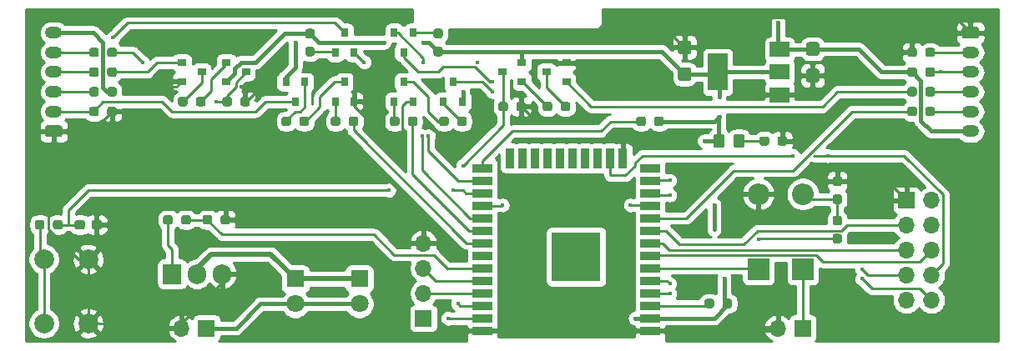
<source format=gbr>
G04 #@! TF.GenerationSoftware,KiCad,Pcbnew,(5.1.10)-1*
G04 #@! TF.CreationDate,2021-08-19T14:27:16+09:00*
G04 #@! TF.ProjectId,driver,64726976-6572-42e6-9b69-6361645f7063,rev?*
G04 #@! TF.SameCoordinates,Original*
G04 #@! TF.FileFunction,Copper,L1,Top*
G04 #@! TF.FilePolarity,Positive*
%FSLAX46Y46*%
G04 Gerber Fmt 4.6, Leading zero omitted, Abs format (unit mm)*
G04 Created by KiCad (PCBNEW (5.1.10)-1) date 2021-08-19 14:27:16*
%MOMM*%
%LPD*%
G01*
G04 APERTURE LIST*
G04 #@! TA.AperFunction,ComponentPad*
%ADD10C,1.800000*%
G04 #@! TD*
G04 #@! TA.AperFunction,ComponentPad*
%ADD11R,1.800000X1.800000*%
G04 #@! TD*
G04 #@! TA.AperFunction,ComponentPad*
%ADD12R,2.200000X2.200000*%
G04 #@! TD*
G04 #@! TA.AperFunction,ComponentPad*
%ADD13O,2.200000X2.200000*%
G04 #@! TD*
G04 #@! TA.AperFunction,ComponentPad*
%ADD14O,1.700000X1.700000*%
G04 #@! TD*
G04 #@! TA.AperFunction,ComponentPad*
%ADD15R,1.700000X1.700000*%
G04 #@! TD*
G04 #@! TA.AperFunction,ComponentPad*
%ADD16O,1.750000X1.200000*%
G04 #@! TD*
G04 #@! TA.AperFunction,ComponentPad*
%ADD17R,1.905000X2.000000*%
G04 #@! TD*
G04 #@! TA.AperFunction,ComponentPad*
%ADD18O,1.905000X2.000000*%
G04 #@! TD*
G04 #@! TA.AperFunction,SMDPad,CuDef*
%ADD19R,0.800000X0.900000*%
G04 #@! TD*
G04 #@! TA.AperFunction,SMDPad,CuDef*
%ADD20R,0.900000X0.800000*%
G04 #@! TD*
G04 #@! TA.AperFunction,ComponentPad*
%ADD21C,2.000000*%
G04 #@! TD*
G04 #@! TA.AperFunction,SMDPad,CuDef*
%ADD22R,2.000000X3.800000*%
G04 #@! TD*
G04 #@! TA.AperFunction,SMDPad,CuDef*
%ADD23R,2.000000X1.500000*%
G04 #@! TD*
G04 #@! TA.AperFunction,SMDPad,CuDef*
%ADD24R,5.000000X5.000000*%
G04 #@! TD*
G04 #@! TA.AperFunction,SMDPad,CuDef*
%ADD25R,2.000000X0.900000*%
G04 #@! TD*
G04 #@! TA.AperFunction,SMDPad,CuDef*
%ADD26R,0.900000X2.000000*%
G04 #@! TD*
G04 #@! TA.AperFunction,ViaPad*
%ADD27C,0.400000*%
G04 #@! TD*
G04 #@! TA.AperFunction,Conductor*
%ADD28C,0.250000*%
G04 #@! TD*
G04 #@! TA.AperFunction,Conductor*
%ADD29C,0.400000*%
G04 #@! TD*
G04 #@! TA.AperFunction,Conductor*
%ADD30C,0.500000*%
G04 #@! TD*
G04 #@! TA.AperFunction,Conductor*
%ADD31C,0.254000*%
G04 #@! TD*
G04 #@! TA.AperFunction,Conductor*
%ADD32C,0.100000*%
G04 #@! TD*
G04 APERTURE END LIST*
G04 #@! TA.AperFunction,SMDPad,CuDef*
G36*
G01*
X80074999Y-6650000D02*
X80925001Y-6650000D01*
G75*
G02*
X81175000Y-6899999I0J-249999D01*
G01*
X81175000Y-7800001D01*
G75*
G02*
X80925001Y-8050000I-249999J0D01*
G01*
X80074999Y-8050000D01*
G75*
G02*
X79825000Y-7800001I0J249999D01*
G01*
X79825000Y-6899999D01*
G75*
G02*
X80074999Y-6650000I249999J0D01*
G01*
G37*
G04 #@! TD.AperFunction*
G04 #@! TA.AperFunction,SMDPad,CuDef*
G36*
G01*
X80074999Y-3950000D02*
X80925001Y-3950000D01*
G75*
G02*
X81175000Y-4199999I0J-249999D01*
G01*
X81175000Y-5100001D01*
G75*
G02*
X80925001Y-5350000I-249999J0D01*
G01*
X80074999Y-5350000D01*
G75*
G02*
X79825000Y-5100001I0J249999D01*
G01*
X79825000Y-4199999D01*
G75*
G02*
X80074999Y-3950000I249999J0D01*
G01*
G37*
G04 #@! TD.AperFunction*
G04 #@! TA.AperFunction,SMDPad,CuDef*
G36*
G01*
X67925001Y-7900000D02*
X67074999Y-7900000D01*
G75*
G02*
X66825000Y-7650001I0J249999D01*
G01*
X66825000Y-6749999D01*
G75*
G02*
X67074999Y-6500000I249999J0D01*
G01*
X67925001Y-6500000D01*
G75*
G02*
X68175000Y-6749999I0J-249999D01*
G01*
X68175000Y-7650001D01*
G75*
G02*
X67925001Y-7900000I-249999J0D01*
G01*
G37*
G04 #@! TD.AperFunction*
G04 #@! TA.AperFunction,SMDPad,CuDef*
G36*
G01*
X67925001Y-5200000D02*
X67074999Y-5200000D01*
G75*
G02*
X66825000Y-4950001I0J249999D01*
G01*
X66825000Y-4049999D01*
G75*
G02*
X67074999Y-3800000I249999J0D01*
G01*
X67925001Y-3800000D01*
G75*
G02*
X68175000Y-4049999I0J-249999D01*
G01*
X68175000Y-4950001D01*
G75*
G02*
X67925001Y-5200000I-249999J0D01*
G01*
G37*
G04 #@! TD.AperFunction*
G04 #@! TA.AperFunction,SMDPad,CuDef*
G36*
G01*
X5600000Y-22737500D02*
X5600000Y-22262500D01*
G75*
G02*
X5837500Y-22025000I237500J0D01*
G01*
X6437500Y-22025000D01*
G75*
G02*
X6675000Y-22262500I0J-237500D01*
G01*
X6675000Y-22737500D01*
G75*
G02*
X6437500Y-22975000I-237500J0D01*
G01*
X5837500Y-22975000D01*
G75*
G02*
X5600000Y-22737500I0J237500D01*
G01*
G37*
G04 #@! TD.AperFunction*
G04 #@! TA.AperFunction,SMDPad,CuDef*
G36*
G01*
X7325000Y-22737500D02*
X7325000Y-22262500D01*
G75*
G02*
X7562500Y-22025000I237500J0D01*
G01*
X8162500Y-22025000D01*
G75*
G02*
X8400000Y-22262500I0J-237500D01*
G01*
X8400000Y-22737500D01*
G75*
G02*
X8162500Y-22975000I-237500J0D01*
G01*
X7562500Y-22975000D01*
G75*
G02*
X7325000Y-22737500I0J237500D01*
G01*
G37*
G04 #@! TD.AperFunction*
D10*
X28000000Y-30540000D03*
D11*
X28000000Y-28000000D03*
X34500000Y-28000000D03*
D10*
X34500000Y-30540000D03*
G04 #@! TA.AperFunction,SMDPad,CuDef*
G36*
G01*
X73600000Y-13549999D02*
X73600000Y-14450001D01*
G75*
G02*
X73350001Y-14700000I-249999J0D01*
G01*
X72699999Y-14700000D01*
G75*
G02*
X72450000Y-14450001I0J249999D01*
G01*
X72450000Y-13549999D01*
G75*
G02*
X72699999Y-13300000I249999J0D01*
G01*
X73350001Y-13300000D01*
G75*
G02*
X73600000Y-13549999I0J-249999D01*
G01*
G37*
G04 #@! TD.AperFunction*
G04 #@! TA.AperFunction,SMDPad,CuDef*
G36*
G01*
X71550000Y-13549999D02*
X71550000Y-14450001D01*
G75*
G02*
X71300001Y-14700000I-249999J0D01*
G01*
X70649999Y-14700000D01*
G75*
G02*
X70400000Y-14450001I0J249999D01*
G01*
X70400000Y-13549999D01*
G75*
G02*
X70649999Y-13300000I249999J0D01*
G01*
X71300001Y-13300000D01*
G75*
G02*
X71550000Y-13549999I0J-249999D01*
G01*
G37*
G04 #@! TD.AperFunction*
D12*
X79500000Y-27000000D03*
D13*
X79500000Y-19380000D03*
X75000000Y-19380000D03*
D12*
X75000000Y-27000000D03*
D14*
X16460000Y-33000000D03*
D15*
X19000000Y-33000000D03*
X79500000Y-33000000D03*
D14*
X76960000Y-33000000D03*
D15*
X41000000Y-32000000D03*
D14*
X41000000Y-29460000D03*
X41000000Y-26920000D03*
X41000000Y-24380000D03*
D16*
X3500000Y-3000000D03*
X3500000Y-5000000D03*
X3500000Y-7000000D03*
X3500000Y-9000000D03*
X3500000Y-11000000D03*
G04 #@! TA.AperFunction,ComponentPad*
G36*
G01*
X4125001Y-13600000D02*
X2874999Y-13600000D01*
G75*
G02*
X2625000Y-13350001I0J249999D01*
G01*
X2625000Y-12649999D01*
G75*
G02*
X2874999Y-12400000I249999J0D01*
G01*
X4125001Y-12400000D01*
G75*
G02*
X4375000Y-12649999I0J-249999D01*
G01*
X4375000Y-13350001D01*
G75*
G02*
X4125001Y-13600000I-249999J0D01*
G01*
G37*
G04 #@! TD.AperFunction*
G04 #@! TA.AperFunction,ComponentPad*
G36*
G01*
X95874999Y-2400000D02*
X97125001Y-2400000D01*
G75*
G02*
X97375000Y-2649999I0J-249999D01*
G01*
X97375000Y-3350001D01*
G75*
G02*
X97125001Y-3600000I-249999J0D01*
G01*
X95874999Y-3600000D01*
G75*
G02*
X95625000Y-3350001I0J249999D01*
G01*
X95625000Y-2649999D01*
G75*
G02*
X95874999Y-2400000I249999J0D01*
G01*
G37*
G04 #@! TD.AperFunction*
X96500000Y-5000000D03*
X96500000Y-7000000D03*
X96500000Y-9000000D03*
X96500000Y-11000000D03*
X96500000Y-13000000D03*
D15*
X90000000Y-20000000D03*
D14*
X92540000Y-20000000D03*
X90000000Y-22540000D03*
X92540000Y-22540000D03*
X90000000Y-25080000D03*
X92540000Y-25080000D03*
X90000000Y-27620000D03*
X92540000Y-27620000D03*
X90000000Y-30160000D03*
X92540000Y-30160000D03*
D17*
X15500000Y-27500000D03*
D18*
X18040000Y-27500000D03*
X20580000Y-27500000D03*
D19*
X43050000Y-10000000D03*
X44950000Y-10000000D03*
X44000000Y-8000000D03*
D20*
X49000000Y-7000000D03*
X51000000Y-6050000D03*
X51000000Y-7950000D03*
D19*
X39000000Y-5000000D03*
X38050000Y-3000000D03*
X39950000Y-3000000D03*
X39000000Y-8000000D03*
X39950000Y-10000000D03*
X38050000Y-10000000D03*
D20*
X55500000Y-7950000D03*
X55500000Y-6050000D03*
X53500000Y-7000000D03*
D19*
X28950000Y-8000000D03*
X27050000Y-8000000D03*
X28000000Y-10000000D03*
D20*
X21000000Y-6050000D03*
X21000000Y-7950000D03*
X23000000Y-7000000D03*
D19*
X33000000Y-3000000D03*
X33950000Y-5000000D03*
X32050000Y-5000000D03*
X32050000Y-10000000D03*
X33950000Y-10000000D03*
X33000000Y-8000000D03*
D20*
X18500000Y-7000000D03*
X16500000Y-7950000D03*
X16500000Y-6050000D03*
G04 #@! TA.AperFunction,SMDPad,CuDef*
G36*
G01*
X16425000Y-22237500D02*
X16425000Y-21762500D01*
G75*
G02*
X16662500Y-21525000I237500J0D01*
G01*
X17162500Y-21525000D01*
G75*
G02*
X17400000Y-21762500I0J-237500D01*
G01*
X17400000Y-22237500D01*
G75*
G02*
X17162500Y-22475000I-237500J0D01*
G01*
X16662500Y-22475000D01*
G75*
G02*
X16425000Y-22237500I0J237500D01*
G01*
G37*
G04 #@! TD.AperFunction*
G04 #@! TA.AperFunction,SMDPad,CuDef*
G36*
G01*
X14600000Y-22237500D02*
X14600000Y-21762500D01*
G75*
G02*
X14837500Y-21525000I237500J0D01*
G01*
X15337500Y-21525000D01*
G75*
G02*
X15575000Y-21762500I0J-237500D01*
G01*
X15575000Y-22237500D01*
G75*
G02*
X15337500Y-22475000I-237500J0D01*
G01*
X14837500Y-22475000D01*
G75*
G02*
X14600000Y-22237500I0J237500D01*
G01*
G37*
G04 #@! TD.AperFunction*
G04 #@! TA.AperFunction,SMDPad,CuDef*
G36*
G01*
X76925000Y-14237500D02*
X76925000Y-13762500D01*
G75*
G02*
X77162500Y-13525000I237500J0D01*
G01*
X77662500Y-13525000D01*
G75*
G02*
X77900000Y-13762500I0J-237500D01*
G01*
X77900000Y-14237500D01*
G75*
G02*
X77662500Y-14475000I-237500J0D01*
G01*
X77162500Y-14475000D01*
G75*
G02*
X76925000Y-14237500I0J237500D01*
G01*
G37*
G04 #@! TD.AperFunction*
G04 #@! TA.AperFunction,SMDPad,CuDef*
G36*
G01*
X75100000Y-14237500D02*
X75100000Y-13762500D01*
G75*
G02*
X75337500Y-13525000I237500J0D01*
G01*
X75837500Y-13525000D01*
G75*
G02*
X76075000Y-13762500I0J-237500D01*
G01*
X76075000Y-14237500D01*
G75*
G02*
X75837500Y-14475000I-237500J0D01*
G01*
X75337500Y-14475000D01*
G75*
G02*
X75100000Y-14237500I0J237500D01*
G01*
G37*
G04 #@! TD.AperFunction*
G04 #@! TA.AperFunction,SMDPad,CuDef*
G36*
G01*
X21400000Y-21762500D02*
X21400000Y-22237500D01*
G75*
G02*
X21162500Y-22475000I-237500J0D01*
G01*
X20662500Y-22475000D01*
G75*
G02*
X20425000Y-22237500I0J237500D01*
G01*
X20425000Y-21762500D01*
G75*
G02*
X20662500Y-21525000I237500J0D01*
G01*
X21162500Y-21525000D01*
G75*
G02*
X21400000Y-21762500I0J-237500D01*
G01*
G37*
G04 #@! TD.AperFunction*
G04 #@! TA.AperFunction,SMDPad,CuDef*
G36*
G01*
X19575000Y-21762500D02*
X19575000Y-22237500D01*
G75*
G02*
X19337500Y-22475000I-237500J0D01*
G01*
X18837500Y-22475000D01*
G75*
G02*
X18600000Y-22237500I0J237500D01*
G01*
X18600000Y-21762500D01*
G75*
G02*
X18837500Y-21525000I237500J0D01*
G01*
X19337500Y-21525000D01*
G75*
G02*
X19575000Y-21762500I0J-237500D01*
G01*
G37*
G04 #@! TD.AperFunction*
G04 #@! TA.AperFunction,SMDPad,CuDef*
G36*
G01*
X82762500Y-21600000D02*
X83237500Y-21600000D01*
G75*
G02*
X83475000Y-21837500I0J-237500D01*
G01*
X83475000Y-22337500D01*
G75*
G02*
X83237500Y-22575000I-237500J0D01*
G01*
X82762500Y-22575000D01*
G75*
G02*
X82525000Y-22337500I0J237500D01*
G01*
X82525000Y-21837500D01*
G75*
G02*
X82762500Y-21600000I237500J0D01*
G01*
G37*
G04 #@! TD.AperFunction*
G04 #@! TA.AperFunction,SMDPad,CuDef*
G36*
G01*
X82762500Y-23425000D02*
X83237500Y-23425000D01*
G75*
G02*
X83475000Y-23662500I0J-237500D01*
G01*
X83475000Y-24162500D01*
G75*
G02*
X83237500Y-24400000I-237500J0D01*
G01*
X82762500Y-24400000D01*
G75*
G02*
X82525000Y-24162500I0J237500D01*
G01*
X82525000Y-23662500D01*
G75*
G02*
X82762500Y-23425000I237500J0D01*
G01*
G37*
G04 #@! TD.AperFunction*
G04 #@! TA.AperFunction,SMDPad,CuDef*
G36*
G01*
X1600000Y-22737500D02*
X1600000Y-22262500D01*
G75*
G02*
X1837500Y-22025000I237500J0D01*
G01*
X2337500Y-22025000D01*
G75*
G02*
X2575000Y-22262500I0J-237500D01*
G01*
X2575000Y-22737500D01*
G75*
G02*
X2337500Y-22975000I-237500J0D01*
G01*
X1837500Y-22975000D01*
G75*
G02*
X1600000Y-22737500I0J237500D01*
G01*
G37*
G04 #@! TD.AperFunction*
G04 #@! TA.AperFunction,SMDPad,CuDef*
G36*
G01*
X3425000Y-22737500D02*
X3425000Y-22262500D01*
G75*
G02*
X3662500Y-22025000I237500J0D01*
G01*
X4162500Y-22025000D01*
G75*
G02*
X4400000Y-22262500I0J-237500D01*
G01*
X4400000Y-22737500D01*
G75*
G02*
X4162500Y-22975000I-237500J0D01*
G01*
X3662500Y-22975000D01*
G75*
G02*
X3425000Y-22737500I0J237500D01*
G01*
G37*
G04 #@! TD.AperFunction*
G04 #@! TA.AperFunction,SMDPad,CuDef*
G36*
G01*
X82762500Y-19425000D02*
X83237500Y-19425000D01*
G75*
G02*
X83475000Y-19662500I0J-237500D01*
G01*
X83475000Y-20162500D01*
G75*
G02*
X83237500Y-20400000I-237500J0D01*
G01*
X82762500Y-20400000D01*
G75*
G02*
X82525000Y-20162500I0J237500D01*
G01*
X82525000Y-19662500D01*
G75*
G02*
X82762500Y-19425000I237500J0D01*
G01*
G37*
G04 #@! TD.AperFunction*
G04 #@! TA.AperFunction,SMDPad,CuDef*
G36*
G01*
X82762500Y-17600000D02*
X83237500Y-17600000D01*
G75*
G02*
X83475000Y-17837500I0J-237500D01*
G01*
X83475000Y-18337500D01*
G75*
G02*
X83237500Y-18575000I-237500J0D01*
G01*
X82762500Y-18575000D01*
G75*
G02*
X82525000Y-18337500I0J237500D01*
G01*
X82525000Y-17837500D01*
G75*
G02*
X82762500Y-17600000I237500J0D01*
G01*
G37*
G04 #@! TD.AperFunction*
G04 #@! TA.AperFunction,SMDPad,CuDef*
G36*
G01*
X42262500Y-2600000D02*
X42737500Y-2600000D01*
G75*
G02*
X42975000Y-2837500I0J-237500D01*
G01*
X42975000Y-3337500D01*
G75*
G02*
X42737500Y-3575000I-237500J0D01*
G01*
X42262500Y-3575000D01*
G75*
G02*
X42025000Y-3337500I0J237500D01*
G01*
X42025000Y-2837500D01*
G75*
G02*
X42262500Y-2600000I237500J0D01*
G01*
G37*
G04 #@! TD.AperFunction*
G04 #@! TA.AperFunction,SMDPad,CuDef*
G36*
G01*
X42262500Y-4425000D02*
X42737500Y-4425000D01*
G75*
G02*
X42975000Y-4662500I0J-237500D01*
G01*
X42975000Y-5162500D01*
G75*
G02*
X42737500Y-5400000I-237500J0D01*
G01*
X42262500Y-5400000D01*
G75*
G02*
X42025000Y-5162500I0J237500D01*
G01*
X42025000Y-4662500D01*
G75*
G02*
X42262500Y-4425000I237500J0D01*
G01*
G37*
G04 #@! TD.AperFunction*
G04 #@! TA.AperFunction,SMDPad,CuDef*
G36*
G01*
X43575000Y-11762500D02*
X43575000Y-12237500D01*
G75*
G02*
X43337500Y-12475000I-237500J0D01*
G01*
X42837500Y-12475000D01*
G75*
G02*
X42600000Y-12237500I0J237500D01*
G01*
X42600000Y-11762500D01*
G75*
G02*
X42837500Y-11525000I237500J0D01*
G01*
X43337500Y-11525000D01*
G75*
G02*
X43575000Y-11762500I0J-237500D01*
G01*
G37*
G04 #@! TD.AperFunction*
G04 #@! TA.AperFunction,SMDPad,CuDef*
G36*
G01*
X45400000Y-11762500D02*
X45400000Y-12237500D01*
G75*
G02*
X45162500Y-12475000I-237500J0D01*
G01*
X44662500Y-12475000D01*
G75*
G02*
X44425000Y-12237500I0J237500D01*
G01*
X44425000Y-11762500D01*
G75*
G02*
X44662500Y-11525000I237500J0D01*
G01*
X45162500Y-11525000D01*
G75*
G02*
X45400000Y-11762500I0J-237500D01*
G01*
G37*
G04 #@! TD.AperFunction*
G04 #@! TA.AperFunction,SMDPad,CuDef*
G36*
G01*
X53100000Y-10737500D02*
X53100000Y-10262500D01*
G75*
G02*
X53337500Y-10025000I237500J0D01*
G01*
X53837500Y-10025000D01*
G75*
G02*
X54075000Y-10262500I0J-237500D01*
G01*
X54075000Y-10737500D01*
G75*
G02*
X53837500Y-10975000I-237500J0D01*
G01*
X53337500Y-10975000D01*
G75*
G02*
X53100000Y-10737500I0J237500D01*
G01*
G37*
G04 #@! TD.AperFunction*
G04 #@! TA.AperFunction,SMDPad,CuDef*
G36*
G01*
X54925000Y-10737500D02*
X54925000Y-10262500D01*
G75*
G02*
X55162500Y-10025000I237500J0D01*
G01*
X55662500Y-10025000D01*
G75*
G02*
X55900000Y-10262500I0J-237500D01*
G01*
X55900000Y-10737500D01*
G75*
G02*
X55662500Y-10975000I-237500J0D01*
G01*
X55162500Y-10975000D01*
G75*
G02*
X54925000Y-10737500I0J237500D01*
G01*
G37*
G04 #@! TD.AperFunction*
G04 #@! TA.AperFunction,SMDPad,CuDef*
G36*
G01*
X91925000Y-7237500D02*
X91925000Y-6762500D01*
G75*
G02*
X92162500Y-6525000I237500J0D01*
G01*
X92662500Y-6525000D01*
G75*
G02*
X92900000Y-6762500I0J-237500D01*
G01*
X92900000Y-7237500D01*
G75*
G02*
X92662500Y-7475000I-237500J0D01*
G01*
X92162500Y-7475000D01*
G75*
G02*
X91925000Y-7237500I0J237500D01*
G01*
G37*
G04 #@! TD.AperFunction*
G04 #@! TA.AperFunction,SMDPad,CuDef*
G36*
G01*
X90100000Y-7237500D02*
X90100000Y-6762500D01*
G75*
G02*
X90337500Y-6525000I237500J0D01*
G01*
X90837500Y-6525000D01*
G75*
G02*
X91075000Y-6762500I0J-237500D01*
G01*
X91075000Y-7237500D01*
G75*
G02*
X90837500Y-7475000I-237500J0D01*
G01*
X90337500Y-7475000D01*
G75*
G02*
X90100000Y-7237500I0J237500D01*
G01*
G37*
G04 #@! TD.AperFunction*
G04 #@! TA.AperFunction,SMDPad,CuDef*
G36*
G01*
X37600000Y-12237500D02*
X37600000Y-11762500D01*
G75*
G02*
X37837500Y-11525000I237500J0D01*
G01*
X38337500Y-11525000D01*
G75*
G02*
X38575000Y-11762500I0J-237500D01*
G01*
X38575000Y-12237500D01*
G75*
G02*
X38337500Y-12475000I-237500J0D01*
G01*
X37837500Y-12475000D01*
G75*
G02*
X37600000Y-12237500I0J237500D01*
G01*
G37*
G04 #@! TD.AperFunction*
G04 #@! TA.AperFunction,SMDPad,CuDef*
G36*
G01*
X39425000Y-12237500D02*
X39425000Y-11762500D01*
G75*
G02*
X39662500Y-11525000I237500J0D01*
G01*
X40162500Y-11525000D01*
G75*
G02*
X40400000Y-11762500I0J-237500D01*
G01*
X40400000Y-12237500D01*
G75*
G02*
X40162500Y-12475000I-237500J0D01*
G01*
X39662500Y-12475000D01*
G75*
G02*
X39425000Y-12237500I0J237500D01*
G01*
G37*
G04 #@! TD.AperFunction*
G04 #@! TA.AperFunction,SMDPad,CuDef*
G36*
G01*
X91925000Y-9237500D02*
X91925000Y-8762500D01*
G75*
G02*
X92162500Y-8525000I237500J0D01*
G01*
X92662500Y-8525000D01*
G75*
G02*
X92900000Y-8762500I0J-237500D01*
G01*
X92900000Y-9237500D01*
G75*
G02*
X92662500Y-9475000I-237500J0D01*
G01*
X92162500Y-9475000D01*
G75*
G02*
X91925000Y-9237500I0J237500D01*
G01*
G37*
G04 #@! TD.AperFunction*
G04 #@! TA.AperFunction,SMDPad,CuDef*
G36*
G01*
X90100000Y-9237500D02*
X90100000Y-8762500D01*
G75*
G02*
X90337500Y-8525000I237500J0D01*
G01*
X90837500Y-8525000D01*
G75*
G02*
X91075000Y-8762500I0J-237500D01*
G01*
X91075000Y-9237500D01*
G75*
G02*
X90837500Y-9475000I-237500J0D01*
G01*
X90337500Y-9475000D01*
G75*
G02*
X90100000Y-9237500I0J237500D01*
G01*
G37*
G04 #@! TD.AperFunction*
G04 #@! TA.AperFunction,SMDPad,CuDef*
G36*
G01*
X90100000Y-5237500D02*
X90100000Y-4762500D01*
G75*
G02*
X90337500Y-4525000I237500J0D01*
G01*
X90837500Y-4525000D01*
G75*
G02*
X91075000Y-4762500I0J-237500D01*
G01*
X91075000Y-5237500D01*
G75*
G02*
X90837500Y-5475000I-237500J0D01*
G01*
X90337500Y-5475000D01*
G75*
G02*
X90100000Y-5237500I0J237500D01*
G01*
G37*
G04 #@! TD.AperFunction*
G04 #@! TA.AperFunction,SMDPad,CuDef*
G36*
G01*
X91925000Y-5237500D02*
X91925000Y-4762500D01*
G75*
G02*
X92162500Y-4525000I237500J0D01*
G01*
X92662500Y-4525000D01*
G75*
G02*
X92900000Y-4762500I0J-237500D01*
G01*
X92900000Y-5237500D01*
G75*
G02*
X92662500Y-5475000I-237500J0D01*
G01*
X92162500Y-5475000D01*
G75*
G02*
X91925000Y-5237500I0J237500D01*
G01*
G37*
G04 #@! TD.AperFunction*
G04 #@! TA.AperFunction,SMDPad,CuDef*
G36*
G01*
X49575000Y-10262500D02*
X49575000Y-10737500D01*
G75*
G02*
X49337500Y-10975000I-237500J0D01*
G01*
X48837500Y-10975000D01*
G75*
G02*
X48600000Y-10737500I0J237500D01*
G01*
X48600000Y-10262500D01*
G75*
G02*
X48837500Y-10025000I237500J0D01*
G01*
X49337500Y-10025000D01*
G75*
G02*
X49575000Y-10262500I0J-237500D01*
G01*
G37*
G04 #@! TD.AperFunction*
G04 #@! TA.AperFunction,SMDPad,CuDef*
G36*
G01*
X51400000Y-10262500D02*
X51400000Y-10737500D01*
G75*
G02*
X51162500Y-10975000I-237500J0D01*
G01*
X50662500Y-10975000D01*
G75*
G02*
X50425000Y-10737500I0J237500D01*
G01*
X50425000Y-10262500D01*
G75*
G02*
X50662500Y-10025000I237500J0D01*
G01*
X51162500Y-10025000D01*
G75*
G02*
X51400000Y-10262500I0J-237500D01*
G01*
G37*
G04 #@! TD.AperFunction*
G04 #@! TA.AperFunction,SMDPad,CuDef*
G36*
G01*
X29737500Y-3575000D02*
X29262500Y-3575000D01*
G75*
G02*
X29025000Y-3337500I0J237500D01*
G01*
X29025000Y-2837500D01*
G75*
G02*
X29262500Y-2600000I237500J0D01*
G01*
X29737500Y-2600000D01*
G75*
G02*
X29975000Y-2837500I0J-237500D01*
G01*
X29975000Y-3337500D01*
G75*
G02*
X29737500Y-3575000I-237500J0D01*
G01*
G37*
G04 #@! TD.AperFunction*
G04 #@! TA.AperFunction,SMDPad,CuDef*
G36*
G01*
X29737500Y-5400000D02*
X29262500Y-5400000D01*
G75*
G02*
X29025000Y-5162500I0J237500D01*
G01*
X29025000Y-4662500D01*
G75*
G02*
X29262500Y-4425000I237500J0D01*
G01*
X29737500Y-4425000D01*
G75*
G02*
X29975000Y-4662500I0J-237500D01*
G01*
X29975000Y-5162500D01*
G75*
G02*
X29737500Y-5400000I-237500J0D01*
G01*
G37*
G04 #@! TD.AperFunction*
G04 #@! TA.AperFunction,SMDPad,CuDef*
G36*
G01*
X26600000Y-12237500D02*
X26600000Y-11762500D01*
G75*
G02*
X26837500Y-11525000I237500J0D01*
G01*
X27337500Y-11525000D01*
G75*
G02*
X27575000Y-11762500I0J-237500D01*
G01*
X27575000Y-12237500D01*
G75*
G02*
X27337500Y-12475000I-237500J0D01*
G01*
X26837500Y-12475000D01*
G75*
G02*
X26600000Y-12237500I0J237500D01*
G01*
G37*
G04 #@! TD.AperFunction*
G04 #@! TA.AperFunction,SMDPad,CuDef*
G36*
G01*
X28425000Y-12237500D02*
X28425000Y-11762500D01*
G75*
G02*
X28662500Y-11525000I237500J0D01*
G01*
X29162500Y-11525000D01*
G75*
G02*
X29400000Y-11762500I0J-237500D01*
G01*
X29400000Y-12237500D01*
G75*
G02*
X29162500Y-12475000I-237500J0D01*
G01*
X28662500Y-12475000D01*
G75*
G02*
X28425000Y-12237500I0J237500D01*
G01*
G37*
G04 #@! TD.AperFunction*
G04 #@! TA.AperFunction,SMDPad,CuDef*
G36*
G01*
X17075000Y-9762500D02*
X17075000Y-10237500D01*
G75*
G02*
X16837500Y-10475000I-237500J0D01*
G01*
X16337500Y-10475000D01*
G75*
G02*
X16100000Y-10237500I0J237500D01*
G01*
X16100000Y-9762500D01*
G75*
G02*
X16337500Y-9525000I237500J0D01*
G01*
X16837500Y-9525000D01*
G75*
G02*
X17075000Y-9762500I0J-237500D01*
G01*
G37*
G04 #@! TD.AperFunction*
G04 #@! TA.AperFunction,SMDPad,CuDef*
G36*
G01*
X18900000Y-9762500D02*
X18900000Y-10237500D01*
G75*
G02*
X18662500Y-10475000I-237500J0D01*
G01*
X18162500Y-10475000D01*
G75*
G02*
X17925000Y-10237500I0J237500D01*
G01*
X17925000Y-9762500D01*
G75*
G02*
X18162500Y-9525000I237500J0D01*
G01*
X18662500Y-9525000D01*
G75*
G02*
X18900000Y-9762500I0J-237500D01*
G01*
G37*
G04 #@! TD.AperFunction*
G04 #@! TA.AperFunction,SMDPad,CuDef*
G36*
G01*
X72312500Y-30262500D02*
X72312500Y-30737500D01*
G75*
G02*
X72075000Y-30975000I-237500J0D01*
G01*
X71575000Y-30975000D01*
G75*
G02*
X71337500Y-30737500I0J237500D01*
G01*
X71337500Y-30262500D01*
G75*
G02*
X71575000Y-30025000I237500J0D01*
G01*
X72075000Y-30025000D01*
G75*
G02*
X72312500Y-30262500I0J-237500D01*
G01*
G37*
G04 #@! TD.AperFunction*
G04 #@! TA.AperFunction,SMDPad,CuDef*
G36*
G01*
X70487500Y-30262500D02*
X70487500Y-30737500D01*
G75*
G02*
X70250000Y-30975000I-237500J0D01*
G01*
X69750000Y-30975000D01*
G75*
G02*
X69512500Y-30737500I0J237500D01*
G01*
X69512500Y-30262500D01*
G75*
G02*
X69750000Y-30025000I237500J0D01*
G01*
X70250000Y-30025000D01*
G75*
G02*
X70487500Y-30262500I0J-237500D01*
G01*
G37*
G04 #@! TD.AperFunction*
G04 #@! TA.AperFunction,SMDPad,CuDef*
G36*
G01*
X63575000Y-11762500D02*
X63575000Y-12237500D01*
G75*
G02*
X63337500Y-12475000I-237500J0D01*
G01*
X62837500Y-12475000D01*
G75*
G02*
X62600000Y-12237500I0J237500D01*
G01*
X62600000Y-11762500D01*
G75*
G02*
X62837500Y-11525000I237500J0D01*
G01*
X63337500Y-11525000D01*
G75*
G02*
X63575000Y-11762500I0J-237500D01*
G01*
G37*
G04 #@! TD.AperFunction*
G04 #@! TA.AperFunction,SMDPad,CuDef*
G36*
G01*
X65400000Y-11762500D02*
X65400000Y-12237500D01*
G75*
G02*
X65162500Y-12475000I-237500J0D01*
G01*
X64662500Y-12475000D01*
G75*
G02*
X64425000Y-12237500I0J237500D01*
G01*
X64425000Y-11762500D01*
G75*
G02*
X64662500Y-11525000I237500J0D01*
G01*
X65162500Y-11525000D01*
G75*
G02*
X65400000Y-11762500I0J-237500D01*
G01*
G37*
G04 #@! TD.AperFunction*
G04 #@! TA.AperFunction,SMDPad,CuDef*
G36*
G01*
X9900000Y-8762500D02*
X9900000Y-9237500D01*
G75*
G02*
X9662500Y-9475000I-237500J0D01*
G01*
X9162500Y-9475000D01*
G75*
G02*
X8925000Y-9237500I0J237500D01*
G01*
X8925000Y-8762500D01*
G75*
G02*
X9162500Y-8525000I237500J0D01*
G01*
X9662500Y-8525000D01*
G75*
G02*
X9900000Y-8762500I0J-237500D01*
G01*
G37*
G04 #@! TD.AperFunction*
G04 #@! TA.AperFunction,SMDPad,CuDef*
G36*
G01*
X8075000Y-8762500D02*
X8075000Y-9237500D01*
G75*
G02*
X7837500Y-9475000I-237500J0D01*
G01*
X7337500Y-9475000D01*
G75*
G02*
X7100000Y-9237500I0J237500D01*
G01*
X7100000Y-8762500D01*
G75*
G02*
X7337500Y-8525000I237500J0D01*
G01*
X7837500Y-8525000D01*
G75*
G02*
X8075000Y-8762500I0J-237500D01*
G01*
G37*
G04 #@! TD.AperFunction*
G04 #@! TA.AperFunction,SMDPad,CuDef*
G36*
G01*
X33425000Y-12237500D02*
X33425000Y-11762500D01*
G75*
G02*
X33662500Y-11525000I237500J0D01*
G01*
X34162500Y-11525000D01*
G75*
G02*
X34400000Y-11762500I0J-237500D01*
G01*
X34400000Y-12237500D01*
G75*
G02*
X34162500Y-12475000I-237500J0D01*
G01*
X33662500Y-12475000D01*
G75*
G02*
X33425000Y-12237500I0J237500D01*
G01*
G37*
G04 #@! TD.AperFunction*
G04 #@! TA.AperFunction,SMDPad,CuDef*
G36*
G01*
X31600000Y-12237500D02*
X31600000Y-11762500D01*
G75*
G02*
X31837500Y-11525000I237500J0D01*
G01*
X32337500Y-11525000D01*
G75*
G02*
X32575000Y-11762500I0J-237500D01*
G01*
X32575000Y-12237500D01*
G75*
G02*
X32337500Y-12475000I-237500J0D01*
G01*
X31837500Y-12475000D01*
G75*
G02*
X31600000Y-12237500I0J237500D01*
G01*
G37*
G04 #@! TD.AperFunction*
G04 #@! TA.AperFunction,SMDPad,CuDef*
G36*
G01*
X9900000Y-6762500D02*
X9900000Y-7237500D01*
G75*
G02*
X9662500Y-7475000I-237500J0D01*
G01*
X9162500Y-7475000D01*
G75*
G02*
X8925000Y-7237500I0J237500D01*
G01*
X8925000Y-6762500D01*
G75*
G02*
X9162500Y-6525000I237500J0D01*
G01*
X9662500Y-6525000D01*
G75*
G02*
X9900000Y-6762500I0J-237500D01*
G01*
G37*
G04 #@! TD.AperFunction*
G04 #@! TA.AperFunction,SMDPad,CuDef*
G36*
G01*
X8075000Y-6762500D02*
X8075000Y-7237500D01*
G75*
G02*
X7837500Y-7475000I-237500J0D01*
G01*
X7337500Y-7475000D01*
G75*
G02*
X7100000Y-7237500I0J237500D01*
G01*
X7100000Y-6762500D01*
G75*
G02*
X7337500Y-6525000I237500J0D01*
G01*
X7837500Y-6525000D01*
G75*
G02*
X8075000Y-6762500I0J-237500D01*
G01*
G37*
G04 #@! TD.AperFunction*
G04 #@! TA.AperFunction,SMDPad,CuDef*
G36*
G01*
X8075000Y-10762500D02*
X8075000Y-11237500D01*
G75*
G02*
X7837500Y-11475000I-237500J0D01*
G01*
X7337500Y-11475000D01*
G75*
G02*
X7100000Y-11237500I0J237500D01*
G01*
X7100000Y-10762500D01*
G75*
G02*
X7337500Y-10525000I237500J0D01*
G01*
X7837500Y-10525000D01*
G75*
G02*
X8075000Y-10762500I0J-237500D01*
G01*
G37*
G04 #@! TD.AperFunction*
G04 #@! TA.AperFunction,SMDPad,CuDef*
G36*
G01*
X9900000Y-10762500D02*
X9900000Y-11237500D01*
G75*
G02*
X9662500Y-11475000I-237500J0D01*
G01*
X9162500Y-11475000D01*
G75*
G02*
X8925000Y-11237500I0J237500D01*
G01*
X8925000Y-10762500D01*
G75*
G02*
X9162500Y-10525000I237500J0D01*
G01*
X9662500Y-10525000D01*
G75*
G02*
X9900000Y-10762500I0J-237500D01*
G01*
G37*
G04 #@! TD.AperFunction*
G04 #@! TA.AperFunction,SMDPad,CuDef*
G36*
G01*
X23400000Y-9762500D02*
X23400000Y-10237500D01*
G75*
G02*
X23162500Y-10475000I-237500J0D01*
G01*
X22662500Y-10475000D01*
G75*
G02*
X22425000Y-10237500I0J237500D01*
G01*
X22425000Y-9762500D01*
G75*
G02*
X22662500Y-9525000I237500J0D01*
G01*
X23162500Y-9525000D01*
G75*
G02*
X23400000Y-9762500I0J-237500D01*
G01*
G37*
G04 #@! TD.AperFunction*
G04 #@! TA.AperFunction,SMDPad,CuDef*
G36*
G01*
X21575000Y-9762500D02*
X21575000Y-10237500D01*
G75*
G02*
X21337500Y-10475000I-237500J0D01*
G01*
X20837500Y-10475000D01*
G75*
G02*
X20600000Y-10237500I0J237500D01*
G01*
X20600000Y-9762500D01*
G75*
G02*
X20837500Y-9525000I237500J0D01*
G01*
X21337500Y-9525000D01*
G75*
G02*
X21575000Y-9762500I0J-237500D01*
G01*
G37*
G04 #@! TD.AperFunction*
G04 #@! TA.AperFunction,SMDPad,CuDef*
G36*
G01*
X90100000Y-11237500D02*
X90100000Y-10762500D01*
G75*
G02*
X90337500Y-10525000I237500J0D01*
G01*
X90837500Y-10525000D01*
G75*
G02*
X91075000Y-10762500I0J-237500D01*
G01*
X91075000Y-11237500D01*
G75*
G02*
X90837500Y-11475000I-237500J0D01*
G01*
X90337500Y-11475000D01*
G75*
G02*
X90100000Y-11237500I0J237500D01*
G01*
G37*
G04 #@! TD.AperFunction*
G04 #@! TA.AperFunction,SMDPad,CuDef*
G36*
G01*
X91925000Y-11237500D02*
X91925000Y-10762500D01*
G75*
G02*
X92162500Y-10525000I237500J0D01*
G01*
X92662500Y-10525000D01*
G75*
G02*
X92900000Y-10762500I0J-237500D01*
G01*
X92900000Y-11237500D01*
G75*
G02*
X92662500Y-11475000I-237500J0D01*
G01*
X92162500Y-11475000D01*
G75*
G02*
X91925000Y-11237500I0J237500D01*
G01*
G37*
G04 #@! TD.AperFunction*
G04 #@! TA.AperFunction,SMDPad,CuDef*
G36*
G01*
X8075000Y-4762500D02*
X8075000Y-5237500D01*
G75*
G02*
X7837500Y-5475000I-237500J0D01*
G01*
X7337500Y-5475000D01*
G75*
G02*
X7100000Y-5237500I0J237500D01*
G01*
X7100000Y-4762500D01*
G75*
G02*
X7337500Y-4525000I237500J0D01*
G01*
X7837500Y-4525000D01*
G75*
G02*
X8075000Y-4762500I0J-237500D01*
G01*
G37*
G04 #@! TD.AperFunction*
G04 #@! TA.AperFunction,SMDPad,CuDef*
G36*
G01*
X9900000Y-4762500D02*
X9900000Y-5237500D01*
G75*
G02*
X9662500Y-5475000I-237500J0D01*
G01*
X9162500Y-5475000D01*
G75*
G02*
X8925000Y-5237500I0J237500D01*
G01*
X8925000Y-4762500D01*
G75*
G02*
X9162500Y-4525000I237500J0D01*
G01*
X9662500Y-4525000D01*
G75*
G02*
X9900000Y-4762500I0J-237500D01*
G01*
G37*
G04 #@! TD.AperFunction*
D21*
X2500000Y-26000000D03*
X7000000Y-26000000D03*
X2500000Y-32500000D03*
X7000000Y-32500000D03*
D22*
X70850000Y-7000000D03*
D23*
X77150000Y-7000000D03*
X77150000Y-4700000D03*
X77150000Y-9300000D03*
D24*
X56500000Y-25755000D03*
D25*
X64000000Y-33255000D03*
X64000000Y-31985000D03*
X64000000Y-30715000D03*
X64000000Y-29445000D03*
X64000000Y-28175000D03*
X64000000Y-26905000D03*
X64000000Y-25635000D03*
X64000000Y-24365000D03*
X64000000Y-23095000D03*
X64000000Y-21825000D03*
X64000000Y-20555000D03*
X64000000Y-19285000D03*
X64000000Y-18015000D03*
X64000000Y-16745000D03*
D26*
X61215000Y-15745000D03*
X59945000Y-15745000D03*
X58675000Y-15745000D03*
X57405000Y-15745000D03*
X56135000Y-15745000D03*
X54865000Y-15745000D03*
X53595000Y-15745000D03*
X52325000Y-15745000D03*
X51055000Y-15745000D03*
X49785000Y-15745000D03*
D25*
X47000000Y-16745000D03*
X47000000Y-18015000D03*
X47000000Y-19285000D03*
X47000000Y-20555000D03*
X47000000Y-21825000D03*
X47000000Y-23095000D03*
X47000000Y-24365000D03*
X47000000Y-25635000D03*
X47000000Y-26905000D03*
X47000000Y-28175000D03*
X47000000Y-29445000D03*
X47000000Y-30715000D03*
X47000000Y-31985000D03*
X47000000Y-33255000D03*
D27*
X85000000Y-6500000D03*
X79000000Y-11500000D03*
X79200000Y-9300000D03*
X60500000Y-3500000D03*
X60500000Y-6000000D03*
X58000000Y-11500000D03*
X58500000Y-9500000D03*
X22500000Y-8500000D03*
X15000000Y-8500000D03*
X22500000Y-22000000D03*
X38500000Y-26500000D03*
X38500000Y-14000000D03*
X50500000Y-12000000D03*
X39000000Y-16500000D03*
X37500000Y-18000000D03*
X61000000Y-13000000D03*
X26500000Y-6500000D03*
X29000000Y-6500000D03*
X47000000Y-12000000D03*
X67500000Y-17000000D03*
X68500000Y-23500000D03*
X68500000Y-28000000D03*
X86500000Y-24000000D03*
X22000000Y-4000000D03*
X46500000Y-6000000D03*
X46500000Y-9000000D03*
X42500000Y-8000000D03*
X31000000Y-29500000D03*
X77000000Y-2000000D03*
X28000000Y-4000000D03*
X45000000Y-9000000D03*
X37000000Y-4000000D03*
X41000000Y-4000000D03*
X71000000Y-11500000D03*
X71000000Y-9500000D03*
X69500000Y-14000000D03*
X70500000Y-20500000D03*
X70500000Y-23000000D03*
X71500000Y-28000000D03*
X62500000Y-32000000D03*
X44000000Y-19000000D03*
X37500000Y-19000000D03*
X75000000Y-24000000D03*
X9500000Y-3500000D03*
X48000000Y-8000000D03*
X93500000Y-7000000D03*
X48000000Y-9000000D03*
X66000000Y-29500000D03*
X66000000Y-28500000D03*
X85500000Y-27000000D03*
X66000000Y-19500000D03*
X82000000Y-15500000D03*
X78500000Y-15500000D03*
X49000000Y-20500000D03*
X85500000Y-28000000D03*
X66000000Y-18000000D03*
X44500000Y-30500000D03*
X45000000Y-16500000D03*
X41500000Y-13500000D03*
X41000000Y-6000000D03*
X20000000Y-10000000D03*
X43500000Y-32000000D03*
X40899997Y-13500000D03*
X35000000Y-6000000D03*
X12500000Y-6000000D03*
X62000000Y-20500000D03*
D28*
X76705000Y-33255000D02*
X76960000Y-33000000D01*
X64000000Y-33255000D02*
X76705000Y-33255000D01*
X7000000Y-26000000D02*
X7000000Y-32500000D01*
X20580000Y-27500000D02*
X20580000Y-28420000D01*
X16460000Y-32540000D02*
X16460000Y-33000000D01*
X20580000Y-28420000D02*
X16460000Y-32540000D01*
X16460000Y-33000000D02*
X12500000Y-33000000D01*
X12000000Y-32500000D02*
X7000000Y-32500000D01*
X12500000Y-33000000D02*
X12000000Y-32500000D01*
X3500000Y-13000000D02*
X3500000Y-16500000D01*
X3500000Y-16500000D02*
X3000000Y-17000000D01*
X3000000Y-17000000D02*
X3000000Y-23000000D01*
X6000000Y-26000000D02*
X7000000Y-26000000D01*
X3000000Y-23000000D02*
X6000000Y-26000000D01*
X7862500Y-25137500D02*
X7000000Y-26000000D01*
X7862500Y-22500000D02*
X7862500Y-25137500D01*
X67500000Y-4500000D02*
X69500000Y-4500000D01*
X69500000Y-4500000D02*
X72525001Y-1474999D01*
X90587500Y-1537498D02*
X90525001Y-1474999D01*
X90587500Y-5000000D02*
X90587500Y-1537498D01*
X90525001Y-1474999D02*
X94974999Y-1474999D01*
X72525001Y-1474999D02*
X90525001Y-1474999D01*
X84150000Y-7350000D02*
X85000000Y-6500000D01*
X80500000Y-7350000D02*
X84150000Y-7350000D01*
X80500000Y-7350000D02*
X80500000Y-8500000D01*
X80500000Y-8500000D02*
X79700000Y-9300000D01*
X77412500Y-13087500D02*
X79000000Y-11500000D01*
X77412500Y-14000000D02*
X77412500Y-13087500D01*
X79200000Y-9300000D02*
X77150000Y-9300000D01*
X79700000Y-9300000D02*
X79200000Y-9300000D01*
X88087500Y-18087500D02*
X90000000Y-20000000D01*
X83000000Y-18087500D02*
X88087500Y-18087500D01*
X67500000Y-4500000D02*
X66500000Y-3500000D01*
X66500000Y-3500000D02*
X60500000Y-3500000D01*
X55550000Y-6000000D02*
X55500000Y-6050000D01*
X50912500Y-10500000D02*
X51000000Y-10500000D01*
X51000000Y-10500000D02*
X52500000Y-12000000D01*
X57500000Y-12000000D02*
X58000000Y-11500000D01*
X52500000Y-12000000D02*
X57500000Y-12000000D01*
X58500000Y-9500000D02*
X58500000Y-6000000D01*
X58500000Y-6000000D02*
X55550000Y-6000000D01*
X60500000Y-6000000D02*
X58500000Y-6000000D01*
X22912500Y-8912500D02*
X22500000Y-8500000D01*
X22912500Y-10000000D02*
X22912500Y-8912500D01*
X15950000Y-8500000D02*
X16500000Y-7950000D01*
X15000000Y-8500000D02*
X15950000Y-8500000D01*
X7412500Y-13000000D02*
X9412500Y-11000000D01*
X3500000Y-13000000D02*
X7412500Y-13000000D01*
X20912500Y-22000000D02*
X22500000Y-22000000D01*
X47000000Y-33255000D02*
X45245000Y-33255000D01*
X45245000Y-33255000D02*
X45000000Y-33500000D01*
X45000000Y-33500000D02*
X39000000Y-33500000D01*
X38500000Y-33000000D02*
X38500000Y-26500000D01*
X39000000Y-33500000D02*
X38500000Y-33000000D01*
X38900010Y-10399990D02*
X38900010Y-13599990D01*
X39300000Y-10000000D02*
X38900010Y-10399990D01*
X39950000Y-10000000D02*
X39300000Y-10000000D01*
X38900010Y-13599990D02*
X38500000Y-14000000D01*
X38500000Y-14000000D02*
X37500000Y-14000000D01*
X33950000Y-10450000D02*
X33950000Y-10000000D01*
X37500000Y-14000000D02*
X33950000Y-10450000D01*
X50912500Y-11587500D02*
X50500000Y-12000000D01*
X50912500Y-10500000D02*
X50912500Y-11587500D01*
X38500000Y-16000000D02*
X39000000Y-16500000D01*
X38500000Y-14000000D02*
X38500000Y-16000000D01*
X37500000Y-18000000D02*
X39000000Y-19500000D01*
X39000000Y-19500000D02*
X39000000Y-20500000D01*
X41000000Y-22500000D02*
X41000000Y-24380000D01*
X39000000Y-20500000D02*
X41000000Y-22500000D01*
X61215000Y-13215000D02*
X61000000Y-13000000D01*
X61215000Y-15745000D02*
X61215000Y-13215000D01*
X23000000Y-10000000D02*
X26500000Y-6500000D01*
X22912500Y-10000000D02*
X23000000Y-10000000D01*
X29000000Y-6500000D02*
X33500000Y-6500000D01*
X33950000Y-6950000D02*
X33950000Y-10000000D01*
X33500000Y-6500000D02*
X33950000Y-6950000D01*
X94974999Y-1474999D02*
X96500000Y-3000000D01*
D29*
X90587500Y-7000000D02*
X87500000Y-7000000D01*
X85150000Y-4650000D02*
X80500000Y-4650000D01*
X87500000Y-7000000D02*
X85150000Y-4650000D01*
X80450000Y-4700000D02*
X80500000Y-4650000D01*
X77150000Y-4700000D02*
X80450000Y-4700000D01*
X77000000Y-4550000D02*
X77150000Y-4700000D01*
X77000000Y-2000000D02*
X77000000Y-4550000D01*
X8475010Y-8550010D02*
X8475010Y-3975010D01*
X8925000Y-9000000D02*
X8475010Y-8550010D01*
X9412500Y-9000000D02*
X8925000Y-9000000D01*
X7500000Y-3000000D02*
X3500000Y-3000000D01*
X8475010Y-3975010D02*
X7500000Y-3000000D01*
X91475010Y-7887510D02*
X90587500Y-7000000D01*
X91475010Y-11975010D02*
X91475010Y-7887510D01*
X92500000Y-13000000D02*
X91475010Y-11975010D01*
X28000000Y-4000000D02*
X28000000Y-6500000D01*
X27050000Y-7450000D02*
X28000000Y-6500000D01*
X27050000Y-8000000D02*
X27050000Y-7450000D01*
X45000000Y-9950000D02*
X44950000Y-10000000D01*
X45000000Y-9000000D02*
X45000000Y-9950000D01*
X96500000Y-13000000D02*
X92500000Y-13000000D01*
X26912500Y-3087500D02*
X29500000Y-3087500D01*
X42500000Y-4912500D02*
X44412500Y-4912500D01*
X30412500Y-4000000D02*
X37000000Y-4000000D01*
X29500000Y-3087500D02*
X30412500Y-4000000D01*
X41587500Y-4000000D02*
X42500000Y-4912500D01*
X41000000Y-4000000D02*
X41587500Y-4000000D01*
X65212500Y-4912500D02*
X67500000Y-7200000D01*
X70650000Y-7200000D02*
X70850000Y-7000000D01*
X67500000Y-7200000D02*
X70650000Y-7200000D01*
X70850000Y-7000000D02*
X77150000Y-7000000D01*
X70975000Y-11525000D02*
X71000000Y-11500000D01*
X70975000Y-14000000D02*
X70975000Y-11525000D01*
X71000000Y-7150000D02*
X70850000Y-7000000D01*
X71000000Y-9500000D02*
X71000000Y-7150000D01*
X70500000Y-12000000D02*
X71000000Y-11500000D01*
X64912500Y-12000000D02*
X70500000Y-12000000D01*
X70975000Y-14000000D02*
X69500000Y-14000000D01*
X70500000Y-20500000D02*
X70500000Y-23000000D01*
X71500000Y-30175000D02*
X71825000Y-30500000D01*
X71500000Y-28000000D02*
X71500000Y-30175000D01*
X71825000Y-30500000D02*
X71825000Y-30675000D01*
X70515000Y-31985000D02*
X64000000Y-31985000D01*
X71825000Y-30675000D02*
X70515000Y-31985000D01*
X63985000Y-32000000D02*
X64000000Y-31985000D01*
X62500000Y-32000000D02*
X63985000Y-32000000D01*
X44412500Y-4912500D02*
X49087500Y-4912500D01*
X21850001Y-7099999D02*
X21850001Y-6649999D01*
X21000000Y-7950000D02*
X21850001Y-7099999D01*
X22500000Y-6000000D02*
X24000000Y-6000000D01*
X21850001Y-6649999D02*
X22500000Y-6000000D01*
X24000000Y-6000000D02*
X26912500Y-3087500D01*
X51000000Y-5000000D02*
X51087500Y-4912500D01*
X51000000Y-6050000D02*
X51000000Y-5000000D01*
X51087500Y-4912500D02*
X65212500Y-4912500D01*
X49087500Y-4912500D02*
X51087500Y-4912500D01*
D28*
X45285000Y-19285000D02*
X45000000Y-19000000D01*
X47000000Y-19285000D02*
X45285000Y-19285000D01*
X5000000Y-21000000D02*
X5000000Y-22500000D01*
X5000000Y-22500000D02*
X3912500Y-22500000D01*
X6137500Y-22500000D02*
X5000000Y-22500000D01*
X7000000Y-19000000D02*
X5000000Y-21000000D01*
X45000000Y-19000000D02*
X44000000Y-19000000D01*
X37500000Y-19000000D02*
X7000000Y-19000000D01*
D29*
X19000000Y-33000000D02*
X22000000Y-33000000D01*
X24460000Y-30540000D02*
X28000000Y-30540000D01*
X22000000Y-33000000D02*
X24460000Y-30540000D01*
X28000000Y-30540000D02*
X34500000Y-30540000D01*
D28*
X18040000Y-27500000D02*
X18040000Y-26960000D01*
D30*
X18040000Y-26960000D02*
X19500000Y-25500000D01*
X25500000Y-25500000D02*
X28000000Y-28000000D01*
X19500000Y-25500000D02*
X25500000Y-25500000D01*
X28000000Y-28000000D02*
X34500000Y-28000000D01*
D28*
X75587500Y-14000000D02*
X73025000Y-14000000D01*
X79500000Y-27000000D02*
X79500000Y-33000000D01*
X83000000Y-19912500D02*
X83000000Y-22087500D01*
X80032500Y-19912500D02*
X79500000Y-19380000D01*
X83000000Y-19912500D02*
X80032500Y-19912500D01*
X74905000Y-26905000D02*
X75000000Y-27000000D01*
X64000000Y-26905000D02*
X74905000Y-26905000D01*
X75087500Y-23912500D02*
X75000000Y-24000000D01*
X83000000Y-23912500D02*
X75087500Y-23912500D01*
X41015000Y-29445000D02*
X41000000Y-29460000D01*
X47000000Y-29445000D02*
X41015000Y-29445000D01*
X42255000Y-28175000D02*
X41000000Y-26920000D01*
X47000000Y-28175000D02*
X42255000Y-28175000D01*
X3500000Y-11000000D02*
X7587500Y-11000000D01*
X24000000Y-11000000D02*
X15500000Y-11000000D01*
X15500000Y-11000000D02*
X14500000Y-10000000D01*
X7587500Y-10912500D02*
X8500000Y-10000000D01*
X7587500Y-11000000D02*
X7587500Y-10912500D01*
X14500000Y-10000000D02*
X8500000Y-10000000D01*
X24000000Y-11000000D02*
X25000000Y-10000000D01*
X25000000Y-10000000D02*
X28000000Y-10000000D01*
X3500000Y-9000000D02*
X7587500Y-9000000D01*
X33000000Y-3000000D02*
X32000000Y-2000000D01*
X32000000Y-2000000D02*
X27500000Y-2000000D01*
X11000000Y-2000000D02*
X9500000Y-3500000D01*
X27500000Y-2000000D02*
X11000000Y-2000000D01*
X3500000Y-7000000D02*
X7587500Y-7000000D01*
X3500000Y-5000000D02*
X7587500Y-5000000D01*
X96500000Y-11000000D02*
X92412500Y-11000000D01*
X96500000Y-9000000D02*
X92412500Y-9000000D01*
X46197997Y-6474999D02*
X47722998Y-8000000D01*
X43025001Y-6474999D02*
X46197997Y-6474999D01*
X42500000Y-7000000D02*
X43025001Y-6474999D01*
X47722998Y-8000000D02*
X48000000Y-8000000D01*
X40500000Y-7000000D02*
X42500000Y-7000000D01*
X39000000Y-5500000D02*
X40500000Y-7000000D01*
X39000000Y-5000000D02*
X39000000Y-5500000D01*
X96500000Y-7000000D02*
X92412500Y-7000000D01*
X45000000Y-8000000D02*
X44000000Y-8000000D01*
X47000000Y-8000000D02*
X45000000Y-8000000D01*
X48000000Y-9000000D02*
X47000000Y-8000000D01*
X96500000Y-5000000D02*
X92412500Y-5000000D01*
X65945000Y-29445000D02*
X66000000Y-29500000D01*
X64000000Y-29445000D02*
X65945000Y-29445000D01*
X83960000Y-22540000D02*
X83405000Y-23095000D01*
X90000000Y-22540000D02*
X83960000Y-22540000D01*
X64000000Y-23095000D02*
X65595000Y-23095000D01*
X65595000Y-23095000D02*
X67000000Y-24500000D01*
X73500000Y-24500000D02*
X74905000Y-23095000D01*
X67000000Y-24500000D02*
X73500000Y-24500000D01*
X83405000Y-23095000D02*
X74905000Y-23095000D01*
X65675000Y-28175000D02*
X66000000Y-28500000D01*
X64000000Y-28175000D02*
X65675000Y-28175000D01*
X65250000Y-24365000D02*
X64000000Y-24365000D01*
X65965000Y-25080000D02*
X65250000Y-24365000D01*
X90000000Y-25080000D02*
X65965000Y-25080000D01*
X80860001Y-25574999D02*
X64425001Y-25574999D01*
X81540003Y-26255001D02*
X80860001Y-25574999D01*
X91364999Y-26255001D02*
X81540003Y-26255001D01*
X92540000Y-25080000D02*
X91364999Y-26255001D01*
X64365000Y-25635000D02*
X64000000Y-25635000D01*
X64425001Y-25574999D02*
X64365000Y-25635000D01*
X86120000Y-27620000D02*
X85500000Y-27000000D01*
X90000000Y-27620000D02*
X86120000Y-27620000D01*
X64215000Y-19500000D02*
X64000000Y-19285000D01*
X66000000Y-19500000D02*
X64215000Y-19500000D01*
X93715001Y-26444999D02*
X93715001Y-19435999D01*
X93715001Y-19435999D02*
X89779002Y-15500000D01*
X92540000Y-27620000D02*
X93715001Y-26444999D01*
X80636410Y-15500000D02*
X82000000Y-15500000D01*
X89779002Y-15500000D02*
X80636410Y-15500000D01*
X63209998Y-15500000D02*
X62500000Y-16209998D01*
X78500000Y-15500000D02*
X63209998Y-15500000D01*
X62500000Y-16495002D02*
X61500000Y-17495002D01*
X62500000Y-16209998D02*
X62500000Y-16495002D01*
X61500000Y-17495002D02*
X60004998Y-17495002D01*
X59945000Y-17435004D02*
X59945000Y-15745000D01*
X60004998Y-17495002D02*
X59945000Y-17435004D01*
X47000000Y-20555000D02*
X49055000Y-20555000D01*
X49055000Y-20555000D02*
X49000000Y-20500000D01*
X91364999Y-28984999D02*
X86484999Y-28984999D01*
X92540000Y-30160000D02*
X91364999Y-28984999D01*
X86484999Y-28984999D02*
X85500000Y-28000000D01*
X64015000Y-18000000D02*
X64000000Y-18015000D01*
X66000000Y-18000000D02*
X64015000Y-18000000D01*
X15087500Y-22000000D02*
X15087500Y-24587500D01*
X15500000Y-25000000D02*
X15500000Y-27500000D01*
X15087500Y-24587500D02*
X15500000Y-25000000D01*
X43050000Y-10137500D02*
X44912500Y-12000000D01*
X43050000Y-10000000D02*
X43050000Y-10137500D01*
X49087500Y-8412500D02*
X49087500Y-10500000D01*
X44715000Y-30715000D02*
X44500000Y-30500000D01*
X47000000Y-30715000D02*
X44715000Y-30715000D01*
X49087500Y-12412500D02*
X49087500Y-10500000D01*
X45000000Y-16500000D02*
X49087500Y-12412500D01*
X49087500Y-7087500D02*
X49000000Y-7000000D01*
X49087500Y-8412500D02*
X49087500Y-7087500D01*
X51037500Y-7950000D02*
X53587500Y-10500000D01*
X51000000Y-7950000D02*
X51037500Y-7950000D01*
X47000000Y-18015000D02*
X44515000Y-18015000D01*
X41500000Y-15000000D02*
X41500000Y-13500000D01*
X44515000Y-18015000D02*
X41500000Y-15000000D01*
X38435002Y-3000000D02*
X38050000Y-3000000D01*
X41000000Y-5564998D02*
X38435002Y-3000000D01*
X41000000Y-6000000D02*
X41000000Y-5564998D01*
X42412500Y-3000000D02*
X42500000Y-3087500D01*
X39950000Y-3000000D02*
X42412500Y-3000000D01*
X39000000Y-8000000D02*
X40000000Y-8000000D01*
X40000000Y-8000000D02*
X41500000Y-9500000D01*
X41500000Y-9500000D02*
X41500000Y-11000000D01*
X42500000Y-12000000D02*
X43087500Y-12000000D01*
X41500000Y-11000000D02*
X42500000Y-12000000D01*
X38050000Y-11962500D02*
X38087500Y-12000000D01*
X38050000Y-10000000D02*
X38050000Y-11962500D01*
X83000000Y-9000000D02*
X90587500Y-9000000D01*
X81500000Y-10500000D02*
X83000000Y-9000000D01*
X58000000Y-10500000D02*
X81500000Y-10500000D01*
X55500000Y-8000000D02*
X58000000Y-10500000D01*
X55500000Y-7950000D02*
X55500000Y-8000000D01*
X53500000Y-8587500D02*
X55412500Y-10500000D01*
X53500000Y-7000000D02*
X53500000Y-8587500D01*
X27087500Y-12000000D02*
X27087500Y-11912500D01*
X27087500Y-11912500D02*
X28000000Y-11000000D01*
X28000000Y-11000000D02*
X28500000Y-11000000D01*
X28950000Y-10550000D02*
X28950000Y-8000000D01*
X28500000Y-11000000D02*
X28950000Y-10550000D01*
X21000000Y-6050000D02*
X20950000Y-6050000D01*
X20950000Y-6273910D02*
X19500000Y-7723910D01*
X20950000Y-6050000D02*
X20950000Y-6273910D01*
X19500000Y-8912500D02*
X18412500Y-10000000D01*
X19500000Y-7723910D02*
X19500000Y-8912500D01*
X21087500Y-10000000D02*
X20000000Y-10000000D01*
X46985000Y-32000000D02*
X47000000Y-31985000D01*
X43500000Y-32000000D02*
X46985000Y-32000000D01*
X21974999Y-8025001D02*
X21974999Y-8525001D01*
X23000000Y-7000000D02*
X21974999Y-8025001D01*
X21087500Y-9412500D02*
X21087500Y-10000000D01*
X21974999Y-8525001D02*
X21087500Y-9412500D01*
X45750000Y-21825000D02*
X40899997Y-16974997D01*
X40899997Y-16974997D02*
X40899997Y-13500000D01*
X47000000Y-21825000D02*
X45750000Y-21825000D01*
X34950000Y-6000000D02*
X33950000Y-5000000D01*
X35000000Y-6000000D02*
X34950000Y-6000000D01*
X31962500Y-4912500D02*
X32050000Y-5000000D01*
X29500000Y-4912500D02*
X31962500Y-4912500D01*
X32087500Y-10037500D02*
X32050000Y-10000000D01*
X32087500Y-12000000D02*
X32087500Y-10037500D01*
X28912500Y-12000000D02*
X29000000Y-12000000D01*
X29000000Y-12000000D02*
X30500000Y-10500000D01*
X30500000Y-10500000D02*
X30500000Y-9500000D01*
X32000000Y-8000000D02*
X33000000Y-8000000D01*
X30500000Y-9500000D02*
X32000000Y-8000000D01*
X18500000Y-8087500D02*
X16587500Y-10000000D01*
X18500000Y-7000000D02*
X18500000Y-8087500D01*
X9412500Y-7000000D02*
X13000000Y-7000000D01*
X13950000Y-6050000D02*
X16500000Y-6050000D01*
X13000000Y-7000000D02*
X13950000Y-6050000D01*
X47000000Y-26905000D02*
X45405000Y-26905000D01*
X47000000Y-26905000D02*
X43405000Y-26905000D01*
X42055001Y-25555001D02*
X38055001Y-25555001D01*
X43405000Y-26905000D02*
X42055001Y-25555001D01*
X38055001Y-25555001D02*
X36000000Y-23500000D01*
X20587500Y-23500000D02*
X19087500Y-22000000D01*
X36000000Y-23500000D02*
X20587500Y-23500000D01*
X19087500Y-22000000D02*
X16912500Y-22000000D01*
X2087500Y-25587500D02*
X2500000Y-26000000D01*
X2087500Y-22500000D02*
X2087500Y-25587500D01*
X2500000Y-26000000D02*
X2500000Y-32500000D01*
X39912500Y-12000000D02*
X39912500Y-17412500D01*
X45595000Y-23095000D02*
X47000000Y-23095000D01*
X39912500Y-17412500D02*
X45595000Y-23095000D01*
X69785000Y-30715000D02*
X70000000Y-30500000D01*
X64000000Y-30715000D02*
X69785000Y-30715000D01*
X60000000Y-12000000D02*
X63087500Y-12000000D01*
X59000000Y-13000000D02*
X60000000Y-12000000D01*
X50000000Y-13000000D02*
X59000000Y-13000000D01*
X47000000Y-16000000D02*
X50000000Y-13000000D01*
X47000000Y-16745000D02*
X47000000Y-16000000D01*
X47000000Y-24365000D02*
X45365000Y-24365000D01*
X33912500Y-12912500D02*
X33912500Y-12000000D01*
X45365000Y-24365000D02*
X33912500Y-12912500D01*
X90587500Y-11000000D02*
X84500000Y-11000000D01*
X84500000Y-11000000D02*
X78500000Y-17000000D01*
X78500000Y-17000000D02*
X72500000Y-17000000D01*
X67675000Y-21825000D02*
X64000000Y-21825000D01*
X72500000Y-17000000D02*
X67675000Y-21825000D01*
X11500000Y-5000000D02*
X12500000Y-6000000D01*
X9412500Y-5000000D02*
X11500000Y-5000000D01*
X63945000Y-20500000D02*
X64000000Y-20555000D01*
X62000000Y-20500000D02*
X63945000Y-20500000D01*
D31*
X48704967Y-16745000D02*
X48717073Y-16867913D01*
X48752925Y-16986103D01*
X48811147Y-17095028D01*
X48889499Y-17190501D01*
X48984972Y-17268853D01*
X49093897Y-17327075D01*
X49212087Y-17362927D01*
X49335000Y-17375033D01*
X50235000Y-17375033D01*
X50357913Y-17362927D01*
X50420000Y-17344093D01*
X50482087Y-17362927D01*
X50605000Y-17375033D01*
X51505000Y-17375033D01*
X51627913Y-17362927D01*
X51690000Y-17344093D01*
X51752087Y-17362927D01*
X51875000Y-17375033D01*
X52775000Y-17375033D01*
X52897913Y-17362927D01*
X52960000Y-17344093D01*
X53022087Y-17362927D01*
X53145000Y-17375033D01*
X54045000Y-17375033D01*
X54167913Y-17362927D01*
X54230000Y-17344093D01*
X54292087Y-17362927D01*
X54415000Y-17375033D01*
X55315000Y-17375033D01*
X55437913Y-17362927D01*
X55500000Y-17344093D01*
X55562087Y-17362927D01*
X55685000Y-17375033D01*
X56585000Y-17375033D01*
X56707913Y-17362927D01*
X56770000Y-17344093D01*
X56832087Y-17362927D01*
X56955000Y-17375033D01*
X57855000Y-17375033D01*
X57977913Y-17362927D01*
X58040000Y-17344093D01*
X58102087Y-17362927D01*
X58225000Y-17375033D01*
X59125000Y-17375033D01*
X59193000Y-17368336D01*
X59193000Y-17398068D01*
X59189362Y-17435004D01*
X59193000Y-17471939D01*
X59193000Y-17471941D01*
X59203881Y-17582421D01*
X59238978Y-17698118D01*
X59246882Y-17724173D01*
X59316710Y-17854814D01*
X59357583Y-17904618D01*
X59410683Y-17969321D01*
X59439379Y-17992871D01*
X59447131Y-18000623D01*
X59470681Y-18029319D01*
X59585188Y-18123292D01*
X59715828Y-18193120D01*
X59857580Y-18236121D01*
X59968060Y-18247002D01*
X59968063Y-18247002D01*
X60004998Y-18250640D01*
X60041933Y-18247002D01*
X61463065Y-18247002D01*
X61500000Y-18250640D01*
X61536935Y-18247002D01*
X61536938Y-18247002D01*
X61647418Y-18236121D01*
X61789170Y-18193120D01*
X61919810Y-18123292D01*
X62034317Y-18029319D01*
X62057867Y-18000623D01*
X62369967Y-17688523D01*
X62369967Y-18465000D01*
X62382073Y-18587913D01*
X62400907Y-18650000D01*
X62382073Y-18712087D01*
X62369967Y-18835000D01*
X62369967Y-19735000D01*
X62371247Y-19748000D01*
X62345564Y-19748000D01*
X62241227Y-19704782D01*
X62081452Y-19673000D01*
X61918548Y-19673000D01*
X61758773Y-19704782D01*
X61608269Y-19767123D01*
X61472819Y-19857628D01*
X61357628Y-19972819D01*
X61267123Y-20108269D01*
X61204782Y-20258773D01*
X61173000Y-20418548D01*
X61173000Y-20581452D01*
X61204782Y-20741227D01*
X61267123Y-20891731D01*
X61357628Y-21027181D01*
X61472819Y-21142372D01*
X61608269Y-21232877D01*
X61758773Y-21295218D01*
X61918548Y-21327000D01*
X62081452Y-21327000D01*
X62241227Y-21295218D01*
X62345564Y-21252000D01*
X62382099Y-21252000D01*
X62382073Y-21252087D01*
X62369967Y-21375000D01*
X62369967Y-22275000D01*
X62382073Y-22397913D01*
X62400907Y-22460000D01*
X62382073Y-22522087D01*
X62369967Y-22645000D01*
X62369967Y-23545000D01*
X62382073Y-23667913D01*
X62400907Y-23730000D01*
X62382073Y-23792087D01*
X62369967Y-23915000D01*
X62369967Y-24815000D01*
X62382073Y-24937913D01*
X62400907Y-25000000D01*
X62382073Y-25062087D01*
X62369967Y-25185000D01*
X62369967Y-26085000D01*
X62382073Y-26207913D01*
X62400907Y-26270000D01*
X62382073Y-26332087D01*
X62369967Y-26455000D01*
X62369967Y-27355000D01*
X62382073Y-27477913D01*
X62400907Y-27540000D01*
X62382073Y-27602087D01*
X62369967Y-27725000D01*
X62369967Y-28625000D01*
X62382073Y-28747913D01*
X62400907Y-28810000D01*
X62382073Y-28872087D01*
X62369967Y-28995000D01*
X62369967Y-29895000D01*
X62382073Y-30017913D01*
X62400907Y-30080000D01*
X62382073Y-30142087D01*
X62369967Y-30265000D01*
X62369967Y-31165000D01*
X62371606Y-31181644D01*
X62337880Y-31184966D01*
X62298809Y-31196818D01*
X62258773Y-31204782D01*
X62221061Y-31220403D01*
X62181990Y-31232255D01*
X62145982Y-31251502D01*
X62108269Y-31267123D01*
X62074327Y-31289802D01*
X62038321Y-31309048D01*
X62006762Y-31334948D01*
X61972819Y-31357628D01*
X61943952Y-31386495D01*
X61912394Y-31412394D01*
X61886495Y-31443952D01*
X61857628Y-31472819D01*
X61834948Y-31506762D01*
X61809048Y-31538321D01*
X61789802Y-31574327D01*
X61767123Y-31608269D01*
X61751502Y-31645982D01*
X61732255Y-31681990D01*
X61720403Y-31721061D01*
X61704782Y-31758773D01*
X61696818Y-31798809D01*
X61684966Y-31837880D01*
X61680965Y-31878508D01*
X61673000Y-31918548D01*
X61673000Y-31959376D01*
X61668999Y-32000000D01*
X61673000Y-32040624D01*
X61673000Y-32081452D01*
X61680965Y-32121492D01*
X61684966Y-32162120D01*
X61696818Y-32201191D01*
X61704782Y-32241227D01*
X61720403Y-32278939D01*
X61732255Y-32318010D01*
X61751502Y-32354018D01*
X61767123Y-32391731D01*
X61789802Y-32425673D01*
X61809048Y-32461679D01*
X61834948Y-32493238D01*
X61857628Y-32527181D01*
X61886495Y-32556048D01*
X61912394Y-32587606D01*
X61943952Y-32613505D01*
X61972819Y-32642372D01*
X62006762Y-32665052D01*
X62038321Y-32690952D01*
X62074327Y-32710198D01*
X62108269Y-32732877D01*
X62145982Y-32748498D01*
X62181990Y-32767745D01*
X62221061Y-32779597D01*
X62258773Y-32795218D01*
X62298809Y-32803182D01*
X62337880Y-32815034D01*
X62370207Y-32818218D01*
X62373000Y-32971250D01*
X62529750Y-33128000D01*
X63873000Y-33128000D01*
X63873000Y-33108000D01*
X64127000Y-33108000D01*
X64127000Y-33128000D01*
X65470250Y-33128000D01*
X65627000Y-32971250D01*
X65629906Y-32812000D01*
X70474386Y-32812000D01*
X70515000Y-32816000D01*
X70555614Y-32812000D01*
X70555624Y-32812000D01*
X70677120Y-32800034D01*
X70833010Y-32752745D01*
X70976679Y-32675952D01*
X71015167Y-32644365D01*
X75526449Y-32644365D01*
X75645215Y-32873000D01*
X76833000Y-32873000D01*
X76833000Y-31685873D01*
X76604366Y-31566454D01*
X76459261Y-31610465D01*
X76197798Y-31734854D01*
X75965626Y-31907862D01*
X75771667Y-32122840D01*
X75623375Y-32371527D01*
X75526449Y-32644365D01*
X71015167Y-32644365D01*
X71102606Y-32572606D01*
X71128505Y-32541048D01*
X72064521Y-31605033D01*
X72075000Y-31605033D01*
X72244247Y-31588364D01*
X72406991Y-31538996D01*
X72556976Y-31458827D01*
X72688438Y-31350938D01*
X72796327Y-31219476D01*
X72876496Y-31069491D01*
X72925864Y-30906747D01*
X72942533Y-30737500D01*
X72942533Y-30262500D01*
X72925864Y-30093253D01*
X72876496Y-29930509D01*
X72796327Y-29780524D01*
X72688438Y-29649062D01*
X72556976Y-29541173D01*
X72406991Y-29461004D01*
X72327000Y-29436739D01*
X72327000Y-27918548D01*
X72319035Y-27878509D01*
X72315034Y-27837880D01*
X72303182Y-27798809D01*
X72295218Y-27758773D01*
X72279597Y-27721061D01*
X72267745Y-27681990D01*
X72254388Y-27657000D01*
X73269967Y-27657000D01*
X73269967Y-28100000D01*
X73282073Y-28222913D01*
X73317925Y-28341103D01*
X73376147Y-28450028D01*
X73454499Y-28545501D01*
X73549972Y-28623853D01*
X73658897Y-28682075D01*
X73777087Y-28717927D01*
X73900000Y-28730033D01*
X76100000Y-28730033D01*
X76222913Y-28717927D01*
X76341103Y-28682075D01*
X76450028Y-28623853D01*
X76545501Y-28545501D01*
X76623853Y-28450028D01*
X76682075Y-28341103D01*
X76717927Y-28222913D01*
X76730033Y-28100000D01*
X76730033Y-26326999D01*
X77769967Y-26326999D01*
X77769967Y-28100000D01*
X77782073Y-28222913D01*
X77817925Y-28341103D01*
X77876147Y-28450028D01*
X77954499Y-28545501D01*
X78049972Y-28623853D01*
X78158897Y-28682075D01*
X78277087Y-28717927D01*
X78400000Y-28730033D01*
X78748000Y-28730033D01*
X78748001Y-31519967D01*
X78650000Y-31519967D01*
X78527087Y-31532073D01*
X78408897Y-31567925D01*
X78299972Y-31626147D01*
X78204499Y-31704499D01*
X78126147Y-31799972D01*
X78067925Y-31908897D01*
X78039589Y-32002311D01*
X77954374Y-31907862D01*
X77722202Y-31734854D01*
X77460739Y-31610465D01*
X77315634Y-31566454D01*
X77087000Y-31685873D01*
X77087000Y-32873000D01*
X77107000Y-32873000D01*
X77107000Y-33127000D01*
X77087000Y-33127000D01*
X77087000Y-33147000D01*
X76833000Y-33147000D01*
X76833000Y-33127000D01*
X75645215Y-33127000D01*
X75526449Y-33355635D01*
X75623375Y-33628473D01*
X75771667Y-33877160D01*
X75965626Y-34092138D01*
X76197798Y-34265146D01*
X76371955Y-34348000D01*
X65627000Y-34348000D01*
X65627000Y-34000000D01*
X65624560Y-33975224D01*
X65617333Y-33951399D01*
X65605597Y-33929443D01*
X65592114Y-33913013D01*
X65617928Y-33827914D01*
X65630034Y-33705000D01*
X65627000Y-33538750D01*
X65470250Y-33382000D01*
X64127000Y-33382000D01*
X64127000Y-33402000D01*
X63873000Y-33402000D01*
X63873000Y-33382000D01*
X62529750Y-33382000D01*
X62373000Y-33538750D01*
X62369966Y-33705000D01*
X62382072Y-33827914D01*
X62395748Y-33873000D01*
X48604252Y-33873000D01*
X48617928Y-33827914D01*
X48630034Y-33705000D01*
X48627000Y-33538750D01*
X48470250Y-33382000D01*
X47127000Y-33382000D01*
X47127000Y-33402000D01*
X46873000Y-33402000D01*
X46873000Y-33382000D01*
X45529750Y-33382000D01*
X45373000Y-33538750D01*
X45369966Y-33705000D01*
X45382072Y-33827914D01*
X45407886Y-33913013D01*
X45394403Y-33929443D01*
X45382667Y-33951399D01*
X45375440Y-33975224D01*
X45373000Y-34000000D01*
X45373000Y-34348000D01*
X20231530Y-34348000D01*
X20295501Y-34295501D01*
X20373853Y-34200028D01*
X20432075Y-34091103D01*
X20467927Y-33972913D01*
X20480033Y-33850000D01*
X20480033Y-33827000D01*
X21959386Y-33827000D01*
X22000000Y-33831000D01*
X22040614Y-33827000D01*
X22040624Y-33827000D01*
X22162120Y-33815034D01*
X22318010Y-33767745D01*
X22461679Y-33690952D01*
X22587606Y-33587606D01*
X22613505Y-33556048D01*
X24802555Y-31367000D01*
X26716076Y-31367000D01*
X26813901Y-31513406D01*
X27026594Y-31726099D01*
X27276694Y-31893210D01*
X27554590Y-32008319D01*
X27849604Y-32067000D01*
X28150396Y-32067000D01*
X28445410Y-32008319D01*
X28723306Y-31893210D01*
X28973406Y-31726099D01*
X29186099Y-31513406D01*
X29283924Y-31367000D01*
X33216076Y-31367000D01*
X33313901Y-31513406D01*
X33526594Y-31726099D01*
X33776694Y-31893210D01*
X34054590Y-32008319D01*
X34349604Y-32067000D01*
X34650396Y-32067000D01*
X34945410Y-32008319D01*
X35223306Y-31893210D01*
X35473406Y-31726099D01*
X35686099Y-31513406D01*
X35853210Y-31263306D01*
X35968319Y-30985410D01*
X36027000Y-30690396D01*
X36027000Y-30389604D01*
X35968319Y-30094590D01*
X35853210Y-29816694D01*
X35686099Y-29566594D01*
X35610779Y-29491274D01*
X35641103Y-29482075D01*
X35750028Y-29423853D01*
X35845501Y-29345501D01*
X35923853Y-29250028D01*
X35982075Y-29141103D01*
X36017927Y-29022913D01*
X36030033Y-28900000D01*
X36030033Y-27100000D01*
X36017927Y-26977087D01*
X35982075Y-26858897D01*
X35923853Y-26749972D01*
X35845501Y-26654499D01*
X35750028Y-26576147D01*
X35641103Y-26517925D01*
X35522913Y-26482073D01*
X35400000Y-26469967D01*
X33600000Y-26469967D01*
X33477087Y-26482073D01*
X33358897Y-26517925D01*
X33249972Y-26576147D01*
X33154499Y-26654499D01*
X33076147Y-26749972D01*
X33017925Y-26858897D01*
X32982073Y-26977087D01*
X32969967Y-27100000D01*
X32969967Y-27123000D01*
X29530033Y-27123000D01*
X29530033Y-27100000D01*
X29517927Y-26977087D01*
X29482075Y-26858897D01*
X29423853Y-26749972D01*
X29345501Y-26654499D01*
X29250028Y-26576147D01*
X29141103Y-26517925D01*
X29022913Y-26482073D01*
X28900000Y-26469967D01*
X27710233Y-26469967D01*
X26150597Y-24910332D01*
X26123133Y-24876867D01*
X25989592Y-24767273D01*
X25837237Y-24685838D01*
X25671922Y-24635690D01*
X25596789Y-24628290D01*
X25500000Y-24618757D01*
X25456921Y-24623000D01*
X19543079Y-24623000D01*
X19500000Y-24618757D01*
X19328077Y-24635690D01*
X19162763Y-24685838D01*
X19010408Y-24767273D01*
X19010406Y-24767274D01*
X19010407Y-24767274D01*
X18929246Y-24833881D01*
X18876867Y-24876867D01*
X18849408Y-24910326D01*
X17878467Y-25881267D01*
X17730364Y-25895854D01*
X17432627Y-25986172D01*
X17158231Y-26132840D01*
X17025444Y-26241815D01*
X16976353Y-26149972D01*
X16898001Y-26054499D01*
X16802528Y-25976147D01*
X16693603Y-25917925D01*
X16575413Y-25882073D01*
X16452500Y-25869967D01*
X16252000Y-25869967D01*
X16252000Y-25036935D01*
X16255638Y-24999999D01*
X16251979Y-24962848D01*
X16241119Y-24852582D01*
X16198118Y-24710830D01*
X16128290Y-24580190D01*
X16034317Y-24465683D01*
X16005622Y-24442134D01*
X15839500Y-24276012D01*
X15839500Y-22942394D01*
X15950938Y-22850938D01*
X16000000Y-22791156D01*
X16049062Y-22850938D01*
X16180524Y-22958827D01*
X16330509Y-23038996D01*
X16493253Y-23088364D01*
X16662500Y-23105033D01*
X17162500Y-23105033D01*
X17331747Y-23088364D01*
X17494491Y-23038996D01*
X17644476Y-22958827D01*
X17775938Y-22850938D01*
X17857135Y-22752000D01*
X18142865Y-22752000D01*
X18224062Y-22850938D01*
X18355524Y-22958827D01*
X18505509Y-23038996D01*
X18668253Y-23088364D01*
X18837500Y-23105033D01*
X19129045Y-23105033D01*
X20029636Y-24005625D01*
X20053183Y-24034317D01*
X20081874Y-24057863D01*
X20167689Y-24128290D01*
X20203474Y-24147417D01*
X20298330Y-24198118D01*
X20440082Y-24241119D01*
X20550562Y-24252000D01*
X20550564Y-24252000D01*
X20587499Y-24255638D01*
X20624435Y-24252000D01*
X35688512Y-24252000D01*
X37497137Y-26060626D01*
X37520684Y-26089318D01*
X37549375Y-26112864D01*
X37635190Y-26183291D01*
X37674612Y-26204362D01*
X37765831Y-26253119D01*
X37907583Y-26296120D01*
X38018063Y-26307001D01*
X38018065Y-26307001D01*
X38055000Y-26310639D01*
X38091936Y-26307001D01*
X39655219Y-26307001D01*
X39579760Y-26489175D01*
X39523000Y-26774528D01*
X39523000Y-27065472D01*
X39579760Y-27350825D01*
X39691099Y-27619622D01*
X39852739Y-27861533D01*
X40058467Y-28067261D01*
X40242159Y-28190000D01*
X40058467Y-28312739D01*
X39852739Y-28518467D01*
X39691099Y-28760378D01*
X39579760Y-29029175D01*
X39523000Y-29314528D01*
X39523000Y-29605472D01*
X39579760Y-29890825D01*
X39691099Y-30159622D01*
X39852739Y-30401533D01*
X39993475Y-30542269D01*
X39908897Y-30567925D01*
X39799972Y-30626147D01*
X39704499Y-30704499D01*
X39626147Y-30799972D01*
X39567925Y-30908897D01*
X39532073Y-31027087D01*
X39519967Y-31150000D01*
X39519967Y-32850000D01*
X39532073Y-32972913D01*
X39567925Y-33091103D01*
X39626147Y-33200028D01*
X39704499Y-33295501D01*
X39799972Y-33373853D01*
X39908897Y-33432075D01*
X40027087Y-33467927D01*
X40150000Y-33480033D01*
X41850000Y-33480033D01*
X41972913Y-33467927D01*
X42091103Y-33432075D01*
X42200028Y-33373853D01*
X42295501Y-33295501D01*
X42373853Y-33200028D01*
X42432075Y-33091103D01*
X42467927Y-32972913D01*
X42480033Y-32850000D01*
X42480033Y-31150000D01*
X42467927Y-31027087D01*
X42432075Y-30908897D01*
X42373853Y-30799972D01*
X42295501Y-30704499D01*
X42200028Y-30626147D01*
X42091103Y-30567925D01*
X42006525Y-30542269D01*
X42147261Y-30401533D01*
X42283926Y-30197000D01*
X43730369Y-30197000D01*
X43704782Y-30258773D01*
X43673000Y-30418548D01*
X43673000Y-30581452D01*
X43704782Y-30741227D01*
X43767123Y-30891731D01*
X43857628Y-31027181D01*
X43972819Y-31142372D01*
X44108269Y-31232877D01*
X44144779Y-31248000D01*
X43845564Y-31248000D01*
X43741227Y-31204782D01*
X43581452Y-31173000D01*
X43418548Y-31173000D01*
X43258773Y-31204782D01*
X43108269Y-31267123D01*
X42972819Y-31357628D01*
X42857628Y-31472819D01*
X42767123Y-31608269D01*
X42704782Y-31758773D01*
X42673000Y-31918548D01*
X42673000Y-32081452D01*
X42704782Y-32241227D01*
X42767123Y-32391731D01*
X42857628Y-32527181D01*
X42972819Y-32642372D01*
X43108269Y-32732877D01*
X43258773Y-32795218D01*
X43418548Y-32827000D01*
X43581452Y-32827000D01*
X43741227Y-32795218D01*
X43845564Y-32752000D01*
X45375186Y-32752000D01*
X45369966Y-32805000D01*
X45373000Y-32971250D01*
X45529750Y-33128000D01*
X46873000Y-33128000D01*
X46873000Y-33108000D01*
X47127000Y-33108000D01*
X47127000Y-33128000D01*
X48470250Y-33128000D01*
X48627000Y-32971250D01*
X48630034Y-32805000D01*
X48617928Y-32682086D01*
X48599094Y-32619998D01*
X48617927Y-32557913D01*
X48630033Y-32435000D01*
X48630033Y-31535000D01*
X48617927Y-31412087D01*
X48599093Y-31350000D01*
X48617927Y-31287913D01*
X48630033Y-31165000D01*
X48630033Y-30265000D01*
X48617927Y-30142087D01*
X48599093Y-30080000D01*
X48617927Y-30017913D01*
X48630033Y-29895000D01*
X48630033Y-28995000D01*
X48617927Y-28872087D01*
X48599093Y-28810000D01*
X48617927Y-28747913D01*
X48630033Y-28625000D01*
X48630033Y-27725000D01*
X48617927Y-27602087D01*
X48599093Y-27540000D01*
X48617927Y-27477913D01*
X48630033Y-27355000D01*
X48630033Y-26455000D01*
X48617927Y-26332087D01*
X48599093Y-26270000D01*
X48617927Y-26207913D01*
X48630033Y-26085000D01*
X48630033Y-25185000D01*
X48617927Y-25062087D01*
X48599093Y-25000000D01*
X48617927Y-24937913D01*
X48630033Y-24815000D01*
X48630033Y-23915000D01*
X48617927Y-23792087D01*
X48599093Y-23730000D01*
X48617927Y-23667913D01*
X48630033Y-23545000D01*
X48630033Y-23255000D01*
X53369967Y-23255000D01*
X53369967Y-28255000D01*
X53382073Y-28377913D01*
X53417925Y-28496103D01*
X53476147Y-28605028D01*
X53554499Y-28700501D01*
X53649972Y-28778853D01*
X53758897Y-28837075D01*
X53877087Y-28872927D01*
X54000000Y-28885033D01*
X59000000Y-28885033D01*
X59122913Y-28872927D01*
X59241103Y-28837075D01*
X59350028Y-28778853D01*
X59445501Y-28700501D01*
X59523853Y-28605028D01*
X59582075Y-28496103D01*
X59617927Y-28377913D01*
X59630033Y-28255000D01*
X59630033Y-23255000D01*
X59617927Y-23132087D01*
X59582075Y-23013897D01*
X59523853Y-22904972D01*
X59445501Y-22809499D01*
X59350028Y-22731147D01*
X59241103Y-22672925D01*
X59122913Y-22637073D01*
X59000000Y-22624967D01*
X54000000Y-22624967D01*
X53877087Y-22637073D01*
X53758897Y-22672925D01*
X53649972Y-22731147D01*
X53554499Y-22809499D01*
X53476147Y-22904972D01*
X53417925Y-23013897D01*
X53382073Y-23132087D01*
X53369967Y-23255000D01*
X48630033Y-23255000D01*
X48630033Y-22645000D01*
X48617927Y-22522087D01*
X48599093Y-22460000D01*
X48617927Y-22397913D01*
X48630033Y-22275000D01*
X48630033Y-21375000D01*
X48623336Y-21307000D01*
X48818004Y-21307000D01*
X48918548Y-21327000D01*
X49081452Y-21327000D01*
X49241227Y-21295218D01*
X49339294Y-21254597D01*
X49344170Y-21253118D01*
X49348663Y-21250716D01*
X49391731Y-21232877D01*
X49430487Y-21206981D01*
X49474810Y-21183290D01*
X49513662Y-21151405D01*
X49527181Y-21142372D01*
X49538677Y-21130876D01*
X49589317Y-21089317D01*
X49630876Y-21038677D01*
X49642372Y-21027181D01*
X49651405Y-21013662D01*
X49683290Y-20974810D01*
X49706981Y-20930487D01*
X49732877Y-20891731D01*
X49750716Y-20848663D01*
X49753118Y-20844170D01*
X49754597Y-20839294D01*
X49795218Y-20741227D01*
X49827000Y-20581452D01*
X49827000Y-20418548D01*
X49795218Y-20258773D01*
X49732877Y-20108269D01*
X49642372Y-19972819D01*
X49527181Y-19857628D01*
X49391731Y-19767123D01*
X49241227Y-19704782D01*
X49081452Y-19673000D01*
X48918548Y-19673000D01*
X48758773Y-19704782D01*
X48627660Y-19759091D01*
X48630033Y-19735000D01*
X48630033Y-18835000D01*
X48617927Y-18712087D01*
X48599093Y-18650000D01*
X48617927Y-18587913D01*
X48630033Y-18465000D01*
X48630033Y-17565000D01*
X48617927Y-17442087D01*
X48599093Y-17380000D01*
X48617927Y-17317913D01*
X48630033Y-17195000D01*
X48630033Y-16295000D01*
X48617927Y-16172087D01*
X48582075Y-16053897D01*
X48523853Y-15944972D01*
X48445501Y-15849499D01*
X48350028Y-15771147D01*
X48312435Y-15751053D01*
X48704967Y-15358521D01*
X48704967Y-16745000D01*
G04 #@! TA.AperFunction,Conductor*
D32*
G36*
X48704967Y-16745000D02*
G01*
X48717073Y-16867913D01*
X48752925Y-16986103D01*
X48811147Y-17095028D01*
X48889499Y-17190501D01*
X48984972Y-17268853D01*
X49093897Y-17327075D01*
X49212087Y-17362927D01*
X49335000Y-17375033D01*
X50235000Y-17375033D01*
X50357913Y-17362927D01*
X50420000Y-17344093D01*
X50482087Y-17362927D01*
X50605000Y-17375033D01*
X51505000Y-17375033D01*
X51627913Y-17362927D01*
X51690000Y-17344093D01*
X51752087Y-17362927D01*
X51875000Y-17375033D01*
X52775000Y-17375033D01*
X52897913Y-17362927D01*
X52960000Y-17344093D01*
X53022087Y-17362927D01*
X53145000Y-17375033D01*
X54045000Y-17375033D01*
X54167913Y-17362927D01*
X54230000Y-17344093D01*
X54292087Y-17362927D01*
X54415000Y-17375033D01*
X55315000Y-17375033D01*
X55437913Y-17362927D01*
X55500000Y-17344093D01*
X55562087Y-17362927D01*
X55685000Y-17375033D01*
X56585000Y-17375033D01*
X56707913Y-17362927D01*
X56770000Y-17344093D01*
X56832087Y-17362927D01*
X56955000Y-17375033D01*
X57855000Y-17375033D01*
X57977913Y-17362927D01*
X58040000Y-17344093D01*
X58102087Y-17362927D01*
X58225000Y-17375033D01*
X59125000Y-17375033D01*
X59193000Y-17368336D01*
X59193000Y-17398068D01*
X59189362Y-17435004D01*
X59193000Y-17471939D01*
X59193000Y-17471941D01*
X59203881Y-17582421D01*
X59238978Y-17698118D01*
X59246882Y-17724173D01*
X59316710Y-17854814D01*
X59357583Y-17904618D01*
X59410683Y-17969321D01*
X59439379Y-17992871D01*
X59447131Y-18000623D01*
X59470681Y-18029319D01*
X59585188Y-18123292D01*
X59715828Y-18193120D01*
X59857580Y-18236121D01*
X59968060Y-18247002D01*
X59968063Y-18247002D01*
X60004998Y-18250640D01*
X60041933Y-18247002D01*
X61463065Y-18247002D01*
X61500000Y-18250640D01*
X61536935Y-18247002D01*
X61536938Y-18247002D01*
X61647418Y-18236121D01*
X61789170Y-18193120D01*
X61919810Y-18123292D01*
X62034317Y-18029319D01*
X62057867Y-18000623D01*
X62369967Y-17688523D01*
X62369967Y-18465000D01*
X62382073Y-18587913D01*
X62400907Y-18650000D01*
X62382073Y-18712087D01*
X62369967Y-18835000D01*
X62369967Y-19735000D01*
X62371247Y-19748000D01*
X62345564Y-19748000D01*
X62241227Y-19704782D01*
X62081452Y-19673000D01*
X61918548Y-19673000D01*
X61758773Y-19704782D01*
X61608269Y-19767123D01*
X61472819Y-19857628D01*
X61357628Y-19972819D01*
X61267123Y-20108269D01*
X61204782Y-20258773D01*
X61173000Y-20418548D01*
X61173000Y-20581452D01*
X61204782Y-20741227D01*
X61267123Y-20891731D01*
X61357628Y-21027181D01*
X61472819Y-21142372D01*
X61608269Y-21232877D01*
X61758773Y-21295218D01*
X61918548Y-21327000D01*
X62081452Y-21327000D01*
X62241227Y-21295218D01*
X62345564Y-21252000D01*
X62382099Y-21252000D01*
X62382073Y-21252087D01*
X62369967Y-21375000D01*
X62369967Y-22275000D01*
X62382073Y-22397913D01*
X62400907Y-22460000D01*
X62382073Y-22522087D01*
X62369967Y-22645000D01*
X62369967Y-23545000D01*
X62382073Y-23667913D01*
X62400907Y-23730000D01*
X62382073Y-23792087D01*
X62369967Y-23915000D01*
X62369967Y-24815000D01*
X62382073Y-24937913D01*
X62400907Y-25000000D01*
X62382073Y-25062087D01*
X62369967Y-25185000D01*
X62369967Y-26085000D01*
X62382073Y-26207913D01*
X62400907Y-26270000D01*
X62382073Y-26332087D01*
X62369967Y-26455000D01*
X62369967Y-27355000D01*
X62382073Y-27477913D01*
X62400907Y-27540000D01*
X62382073Y-27602087D01*
X62369967Y-27725000D01*
X62369967Y-28625000D01*
X62382073Y-28747913D01*
X62400907Y-28810000D01*
X62382073Y-28872087D01*
X62369967Y-28995000D01*
X62369967Y-29895000D01*
X62382073Y-30017913D01*
X62400907Y-30080000D01*
X62382073Y-30142087D01*
X62369967Y-30265000D01*
X62369967Y-31165000D01*
X62371606Y-31181644D01*
X62337880Y-31184966D01*
X62298809Y-31196818D01*
X62258773Y-31204782D01*
X62221061Y-31220403D01*
X62181990Y-31232255D01*
X62145982Y-31251502D01*
X62108269Y-31267123D01*
X62074327Y-31289802D01*
X62038321Y-31309048D01*
X62006762Y-31334948D01*
X61972819Y-31357628D01*
X61943952Y-31386495D01*
X61912394Y-31412394D01*
X61886495Y-31443952D01*
X61857628Y-31472819D01*
X61834948Y-31506762D01*
X61809048Y-31538321D01*
X61789802Y-31574327D01*
X61767123Y-31608269D01*
X61751502Y-31645982D01*
X61732255Y-31681990D01*
X61720403Y-31721061D01*
X61704782Y-31758773D01*
X61696818Y-31798809D01*
X61684966Y-31837880D01*
X61680965Y-31878508D01*
X61673000Y-31918548D01*
X61673000Y-31959376D01*
X61668999Y-32000000D01*
X61673000Y-32040624D01*
X61673000Y-32081452D01*
X61680965Y-32121492D01*
X61684966Y-32162120D01*
X61696818Y-32201191D01*
X61704782Y-32241227D01*
X61720403Y-32278939D01*
X61732255Y-32318010D01*
X61751502Y-32354018D01*
X61767123Y-32391731D01*
X61789802Y-32425673D01*
X61809048Y-32461679D01*
X61834948Y-32493238D01*
X61857628Y-32527181D01*
X61886495Y-32556048D01*
X61912394Y-32587606D01*
X61943952Y-32613505D01*
X61972819Y-32642372D01*
X62006762Y-32665052D01*
X62038321Y-32690952D01*
X62074327Y-32710198D01*
X62108269Y-32732877D01*
X62145982Y-32748498D01*
X62181990Y-32767745D01*
X62221061Y-32779597D01*
X62258773Y-32795218D01*
X62298809Y-32803182D01*
X62337880Y-32815034D01*
X62370207Y-32818218D01*
X62373000Y-32971250D01*
X62529750Y-33128000D01*
X63873000Y-33128000D01*
X63873000Y-33108000D01*
X64127000Y-33108000D01*
X64127000Y-33128000D01*
X65470250Y-33128000D01*
X65627000Y-32971250D01*
X65629906Y-32812000D01*
X70474386Y-32812000D01*
X70515000Y-32816000D01*
X70555614Y-32812000D01*
X70555624Y-32812000D01*
X70677120Y-32800034D01*
X70833010Y-32752745D01*
X70976679Y-32675952D01*
X71015167Y-32644365D01*
X75526449Y-32644365D01*
X75645215Y-32873000D01*
X76833000Y-32873000D01*
X76833000Y-31685873D01*
X76604366Y-31566454D01*
X76459261Y-31610465D01*
X76197798Y-31734854D01*
X75965626Y-31907862D01*
X75771667Y-32122840D01*
X75623375Y-32371527D01*
X75526449Y-32644365D01*
X71015167Y-32644365D01*
X71102606Y-32572606D01*
X71128505Y-32541048D01*
X72064521Y-31605033D01*
X72075000Y-31605033D01*
X72244247Y-31588364D01*
X72406991Y-31538996D01*
X72556976Y-31458827D01*
X72688438Y-31350938D01*
X72796327Y-31219476D01*
X72876496Y-31069491D01*
X72925864Y-30906747D01*
X72942533Y-30737500D01*
X72942533Y-30262500D01*
X72925864Y-30093253D01*
X72876496Y-29930509D01*
X72796327Y-29780524D01*
X72688438Y-29649062D01*
X72556976Y-29541173D01*
X72406991Y-29461004D01*
X72327000Y-29436739D01*
X72327000Y-27918548D01*
X72319035Y-27878509D01*
X72315034Y-27837880D01*
X72303182Y-27798809D01*
X72295218Y-27758773D01*
X72279597Y-27721061D01*
X72267745Y-27681990D01*
X72254388Y-27657000D01*
X73269967Y-27657000D01*
X73269967Y-28100000D01*
X73282073Y-28222913D01*
X73317925Y-28341103D01*
X73376147Y-28450028D01*
X73454499Y-28545501D01*
X73549972Y-28623853D01*
X73658897Y-28682075D01*
X73777087Y-28717927D01*
X73900000Y-28730033D01*
X76100000Y-28730033D01*
X76222913Y-28717927D01*
X76341103Y-28682075D01*
X76450028Y-28623853D01*
X76545501Y-28545501D01*
X76623853Y-28450028D01*
X76682075Y-28341103D01*
X76717927Y-28222913D01*
X76730033Y-28100000D01*
X76730033Y-26326999D01*
X77769967Y-26326999D01*
X77769967Y-28100000D01*
X77782073Y-28222913D01*
X77817925Y-28341103D01*
X77876147Y-28450028D01*
X77954499Y-28545501D01*
X78049972Y-28623853D01*
X78158897Y-28682075D01*
X78277087Y-28717927D01*
X78400000Y-28730033D01*
X78748000Y-28730033D01*
X78748001Y-31519967D01*
X78650000Y-31519967D01*
X78527087Y-31532073D01*
X78408897Y-31567925D01*
X78299972Y-31626147D01*
X78204499Y-31704499D01*
X78126147Y-31799972D01*
X78067925Y-31908897D01*
X78039589Y-32002311D01*
X77954374Y-31907862D01*
X77722202Y-31734854D01*
X77460739Y-31610465D01*
X77315634Y-31566454D01*
X77087000Y-31685873D01*
X77087000Y-32873000D01*
X77107000Y-32873000D01*
X77107000Y-33127000D01*
X77087000Y-33127000D01*
X77087000Y-33147000D01*
X76833000Y-33147000D01*
X76833000Y-33127000D01*
X75645215Y-33127000D01*
X75526449Y-33355635D01*
X75623375Y-33628473D01*
X75771667Y-33877160D01*
X75965626Y-34092138D01*
X76197798Y-34265146D01*
X76371955Y-34348000D01*
X65627000Y-34348000D01*
X65627000Y-34000000D01*
X65624560Y-33975224D01*
X65617333Y-33951399D01*
X65605597Y-33929443D01*
X65592114Y-33913013D01*
X65617928Y-33827914D01*
X65630034Y-33705000D01*
X65627000Y-33538750D01*
X65470250Y-33382000D01*
X64127000Y-33382000D01*
X64127000Y-33402000D01*
X63873000Y-33402000D01*
X63873000Y-33382000D01*
X62529750Y-33382000D01*
X62373000Y-33538750D01*
X62369966Y-33705000D01*
X62382072Y-33827914D01*
X62395748Y-33873000D01*
X48604252Y-33873000D01*
X48617928Y-33827914D01*
X48630034Y-33705000D01*
X48627000Y-33538750D01*
X48470250Y-33382000D01*
X47127000Y-33382000D01*
X47127000Y-33402000D01*
X46873000Y-33402000D01*
X46873000Y-33382000D01*
X45529750Y-33382000D01*
X45373000Y-33538750D01*
X45369966Y-33705000D01*
X45382072Y-33827914D01*
X45407886Y-33913013D01*
X45394403Y-33929443D01*
X45382667Y-33951399D01*
X45375440Y-33975224D01*
X45373000Y-34000000D01*
X45373000Y-34348000D01*
X20231530Y-34348000D01*
X20295501Y-34295501D01*
X20373853Y-34200028D01*
X20432075Y-34091103D01*
X20467927Y-33972913D01*
X20480033Y-33850000D01*
X20480033Y-33827000D01*
X21959386Y-33827000D01*
X22000000Y-33831000D01*
X22040614Y-33827000D01*
X22040624Y-33827000D01*
X22162120Y-33815034D01*
X22318010Y-33767745D01*
X22461679Y-33690952D01*
X22587606Y-33587606D01*
X22613505Y-33556048D01*
X24802555Y-31367000D01*
X26716076Y-31367000D01*
X26813901Y-31513406D01*
X27026594Y-31726099D01*
X27276694Y-31893210D01*
X27554590Y-32008319D01*
X27849604Y-32067000D01*
X28150396Y-32067000D01*
X28445410Y-32008319D01*
X28723306Y-31893210D01*
X28973406Y-31726099D01*
X29186099Y-31513406D01*
X29283924Y-31367000D01*
X33216076Y-31367000D01*
X33313901Y-31513406D01*
X33526594Y-31726099D01*
X33776694Y-31893210D01*
X34054590Y-32008319D01*
X34349604Y-32067000D01*
X34650396Y-32067000D01*
X34945410Y-32008319D01*
X35223306Y-31893210D01*
X35473406Y-31726099D01*
X35686099Y-31513406D01*
X35853210Y-31263306D01*
X35968319Y-30985410D01*
X36027000Y-30690396D01*
X36027000Y-30389604D01*
X35968319Y-30094590D01*
X35853210Y-29816694D01*
X35686099Y-29566594D01*
X35610779Y-29491274D01*
X35641103Y-29482075D01*
X35750028Y-29423853D01*
X35845501Y-29345501D01*
X35923853Y-29250028D01*
X35982075Y-29141103D01*
X36017927Y-29022913D01*
X36030033Y-28900000D01*
X36030033Y-27100000D01*
X36017927Y-26977087D01*
X35982075Y-26858897D01*
X35923853Y-26749972D01*
X35845501Y-26654499D01*
X35750028Y-26576147D01*
X35641103Y-26517925D01*
X35522913Y-26482073D01*
X35400000Y-26469967D01*
X33600000Y-26469967D01*
X33477087Y-26482073D01*
X33358897Y-26517925D01*
X33249972Y-26576147D01*
X33154499Y-26654499D01*
X33076147Y-26749972D01*
X33017925Y-26858897D01*
X32982073Y-26977087D01*
X32969967Y-27100000D01*
X32969967Y-27123000D01*
X29530033Y-27123000D01*
X29530033Y-27100000D01*
X29517927Y-26977087D01*
X29482075Y-26858897D01*
X29423853Y-26749972D01*
X29345501Y-26654499D01*
X29250028Y-26576147D01*
X29141103Y-26517925D01*
X29022913Y-26482073D01*
X28900000Y-26469967D01*
X27710233Y-26469967D01*
X26150597Y-24910332D01*
X26123133Y-24876867D01*
X25989592Y-24767273D01*
X25837237Y-24685838D01*
X25671922Y-24635690D01*
X25596789Y-24628290D01*
X25500000Y-24618757D01*
X25456921Y-24623000D01*
X19543079Y-24623000D01*
X19500000Y-24618757D01*
X19328077Y-24635690D01*
X19162763Y-24685838D01*
X19010408Y-24767273D01*
X19010406Y-24767274D01*
X19010407Y-24767274D01*
X18929246Y-24833881D01*
X18876867Y-24876867D01*
X18849408Y-24910326D01*
X17878467Y-25881267D01*
X17730364Y-25895854D01*
X17432627Y-25986172D01*
X17158231Y-26132840D01*
X17025444Y-26241815D01*
X16976353Y-26149972D01*
X16898001Y-26054499D01*
X16802528Y-25976147D01*
X16693603Y-25917925D01*
X16575413Y-25882073D01*
X16452500Y-25869967D01*
X16252000Y-25869967D01*
X16252000Y-25036935D01*
X16255638Y-24999999D01*
X16251979Y-24962848D01*
X16241119Y-24852582D01*
X16198118Y-24710830D01*
X16128290Y-24580190D01*
X16034317Y-24465683D01*
X16005622Y-24442134D01*
X15839500Y-24276012D01*
X15839500Y-22942394D01*
X15950938Y-22850938D01*
X16000000Y-22791156D01*
X16049062Y-22850938D01*
X16180524Y-22958827D01*
X16330509Y-23038996D01*
X16493253Y-23088364D01*
X16662500Y-23105033D01*
X17162500Y-23105033D01*
X17331747Y-23088364D01*
X17494491Y-23038996D01*
X17644476Y-22958827D01*
X17775938Y-22850938D01*
X17857135Y-22752000D01*
X18142865Y-22752000D01*
X18224062Y-22850938D01*
X18355524Y-22958827D01*
X18505509Y-23038996D01*
X18668253Y-23088364D01*
X18837500Y-23105033D01*
X19129045Y-23105033D01*
X20029636Y-24005625D01*
X20053183Y-24034317D01*
X20081874Y-24057863D01*
X20167689Y-24128290D01*
X20203474Y-24147417D01*
X20298330Y-24198118D01*
X20440082Y-24241119D01*
X20550562Y-24252000D01*
X20550564Y-24252000D01*
X20587499Y-24255638D01*
X20624435Y-24252000D01*
X35688512Y-24252000D01*
X37497137Y-26060626D01*
X37520684Y-26089318D01*
X37549375Y-26112864D01*
X37635190Y-26183291D01*
X37674612Y-26204362D01*
X37765831Y-26253119D01*
X37907583Y-26296120D01*
X38018063Y-26307001D01*
X38018065Y-26307001D01*
X38055000Y-26310639D01*
X38091936Y-26307001D01*
X39655219Y-26307001D01*
X39579760Y-26489175D01*
X39523000Y-26774528D01*
X39523000Y-27065472D01*
X39579760Y-27350825D01*
X39691099Y-27619622D01*
X39852739Y-27861533D01*
X40058467Y-28067261D01*
X40242159Y-28190000D01*
X40058467Y-28312739D01*
X39852739Y-28518467D01*
X39691099Y-28760378D01*
X39579760Y-29029175D01*
X39523000Y-29314528D01*
X39523000Y-29605472D01*
X39579760Y-29890825D01*
X39691099Y-30159622D01*
X39852739Y-30401533D01*
X39993475Y-30542269D01*
X39908897Y-30567925D01*
X39799972Y-30626147D01*
X39704499Y-30704499D01*
X39626147Y-30799972D01*
X39567925Y-30908897D01*
X39532073Y-31027087D01*
X39519967Y-31150000D01*
X39519967Y-32850000D01*
X39532073Y-32972913D01*
X39567925Y-33091103D01*
X39626147Y-33200028D01*
X39704499Y-33295501D01*
X39799972Y-33373853D01*
X39908897Y-33432075D01*
X40027087Y-33467927D01*
X40150000Y-33480033D01*
X41850000Y-33480033D01*
X41972913Y-33467927D01*
X42091103Y-33432075D01*
X42200028Y-33373853D01*
X42295501Y-33295501D01*
X42373853Y-33200028D01*
X42432075Y-33091103D01*
X42467927Y-32972913D01*
X42480033Y-32850000D01*
X42480033Y-31150000D01*
X42467927Y-31027087D01*
X42432075Y-30908897D01*
X42373853Y-30799972D01*
X42295501Y-30704499D01*
X42200028Y-30626147D01*
X42091103Y-30567925D01*
X42006525Y-30542269D01*
X42147261Y-30401533D01*
X42283926Y-30197000D01*
X43730369Y-30197000D01*
X43704782Y-30258773D01*
X43673000Y-30418548D01*
X43673000Y-30581452D01*
X43704782Y-30741227D01*
X43767123Y-30891731D01*
X43857628Y-31027181D01*
X43972819Y-31142372D01*
X44108269Y-31232877D01*
X44144779Y-31248000D01*
X43845564Y-31248000D01*
X43741227Y-31204782D01*
X43581452Y-31173000D01*
X43418548Y-31173000D01*
X43258773Y-31204782D01*
X43108269Y-31267123D01*
X42972819Y-31357628D01*
X42857628Y-31472819D01*
X42767123Y-31608269D01*
X42704782Y-31758773D01*
X42673000Y-31918548D01*
X42673000Y-32081452D01*
X42704782Y-32241227D01*
X42767123Y-32391731D01*
X42857628Y-32527181D01*
X42972819Y-32642372D01*
X43108269Y-32732877D01*
X43258773Y-32795218D01*
X43418548Y-32827000D01*
X43581452Y-32827000D01*
X43741227Y-32795218D01*
X43845564Y-32752000D01*
X45375186Y-32752000D01*
X45369966Y-32805000D01*
X45373000Y-32971250D01*
X45529750Y-33128000D01*
X46873000Y-33128000D01*
X46873000Y-33108000D01*
X47127000Y-33108000D01*
X47127000Y-33128000D01*
X48470250Y-33128000D01*
X48627000Y-32971250D01*
X48630034Y-32805000D01*
X48617928Y-32682086D01*
X48599094Y-32619998D01*
X48617927Y-32557913D01*
X48630033Y-32435000D01*
X48630033Y-31535000D01*
X48617927Y-31412087D01*
X48599093Y-31350000D01*
X48617927Y-31287913D01*
X48630033Y-31165000D01*
X48630033Y-30265000D01*
X48617927Y-30142087D01*
X48599093Y-30080000D01*
X48617927Y-30017913D01*
X48630033Y-29895000D01*
X48630033Y-28995000D01*
X48617927Y-28872087D01*
X48599093Y-28810000D01*
X48617927Y-28747913D01*
X48630033Y-28625000D01*
X48630033Y-27725000D01*
X48617927Y-27602087D01*
X48599093Y-27540000D01*
X48617927Y-27477913D01*
X48630033Y-27355000D01*
X48630033Y-26455000D01*
X48617927Y-26332087D01*
X48599093Y-26270000D01*
X48617927Y-26207913D01*
X48630033Y-26085000D01*
X48630033Y-25185000D01*
X48617927Y-25062087D01*
X48599093Y-25000000D01*
X48617927Y-24937913D01*
X48630033Y-24815000D01*
X48630033Y-23915000D01*
X48617927Y-23792087D01*
X48599093Y-23730000D01*
X48617927Y-23667913D01*
X48630033Y-23545000D01*
X48630033Y-23255000D01*
X53369967Y-23255000D01*
X53369967Y-28255000D01*
X53382073Y-28377913D01*
X53417925Y-28496103D01*
X53476147Y-28605028D01*
X53554499Y-28700501D01*
X53649972Y-28778853D01*
X53758897Y-28837075D01*
X53877087Y-28872927D01*
X54000000Y-28885033D01*
X59000000Y-28885033D01*
X59122913Y-28872927D01*
X59241103Y-28837075D01*
X59350028Y-28778853D01*
X59445501Y-28700501D01*
X59523853Y-28605028D01*
X59582075Y-28496103D01*
X59617927Y-28377913D01*
X59630033Y-28255000D01*
X59630033Y-23255000D01*
X59617927Y-23132087D01*
X59582075Y-23013897D01*
X59523853Y-22904972D01*
X59445501Y-22809499D01*
X59350028Y-22731147D01*
X59241103Y-22672925D01*
X59122913Y-22637073D01*
X59000000Y-22624967D01*
X54000000Y-22624967D01*
X53877087Y-22637073D01*
X53758897Y-22672925D01*
X53649972Y-22731147D01*
X53554499Y-22809499D01*
X53476147Y-22904972D01*
X53417925Y-23013897D01*
X53382073Y-23132087D01*
X53369967Y-23255000D01*
X48630033Y-23255000D01*
X48630033Y-22645000D01*
X48617927Y-22522087D01*
X48599093Y-22460000D01*
X48617927Y-22397913D01*
X48630033Y-22275000D01*
X48630033Y-21375000D01*
X48623336Y-21307000D01*
X48818004Y-21307000D01*
X48918548Y-21327000D01*
X49081452Y-21327000D01*
X49241227Y-21295218D01*
X49339294Y-21254597D01*
X49344170Y-21253118D01*
X49348663Y-21250716D01*
X49391731Y-21232877D01*
X49430487Y-21206981D01*
X49474810Y-21183290D01*
X49513662Y-21151405D01*
X49527181Y-21142372D01*
X49538677Y-21130876D01*
X49589317Y-21089317D01*
X49630876Y-21038677D01*
X49642372Y-21027181D01*
X49651405Y-21013662D01*
X49683290Y-20974810D01*
X49706981Y-20930487D01*
X49732877Y-20891731D01*
X49750716Y-20848663D01*
X49753118Y-20844170D01*
X49754597Y-20839294D01*
X49795218Y-20741227D01*
X49827000Y-20581452D01*
X49827000Y-20418548D01*
X49795218Y-20258773D01*
X49732877Y-20108269D01*
X49642372Y-19972819D01*
X49527181Y-19857628D01*
X49391731Y-19767123D01*
X49241227Y-19704782D01*
X49081452Y-19673000D01*
X48918548Y-19673000D01*
X48758773Y-19704782D01*
X48627660Y-19759091D01*
X48630033Y-19735000D01*
X48630033Y-18835000D01*
X48617927Y-18712087D01*
X48599093Y-18650000D01*
X48617927Y-18587913D01*
X48630033Y-18465000D01*
X48630033Y-17565000D01*
X48617927Y-17442087D01*
X48599093Y-17380000D01*
X48617927Y-17317913D01*
X48630033Y-17195000D01*
X48630033Y-16295000D01*
X48617927Y-16172087D01*
X48582075Y-16053897D01*
X48523853Y-15944972D01*
X48445501Y-15849499D01*
X48350028Y-15771147D01*
X48312435Y-15751053D01*
X48704967Y-15358521D01*
X48704967Y-16745000D01*
G37*
G04 #@! TD.AperFunction*
D31*
X99348001Y-34348000D02*
X80731530Y-34348000D01*
X80795501Y-34295501D01*
X80873853Y-34200028D01*
X80932075Y-34091103D01*
X80967927Y-33972913D01*
X80980033Y-33850000D01*
X80980033Y-32150000D01*
X80967927Y-32027087D01*
X80932075Y-31908897D01*
X80873853Y-31799972D01*
X80795501Y-31704499D01*
X80700028Y-31626147D01*
X80591103Y-31567925D01*
X80472913Y-31532073D01*
X80350000Y-31519967D01*
X80252000Y-31519967D01*
X80252000Y-28730033D01*
X80600000Y-28730033D01*
X80722913Y-28717927D01*
X80841103Y-28682075D01*
X80950028Y-28623853D01*
X81045501Y-28545501D01*
X81123853Y-28450028D01*
X81182075Y-28341103D01*
X81217927Y-28222913D01*
X81230033Y-28100000D01*
X81230033Y-26942001D01*
X81246167Y-26950625D01*
X81250833Y-26953119D01*
X81392585Y-26996120D01*
X81503065Y-27007001D01*
X81503067Y-27007001D01*
X81540002Y-27010639D01*
X81576938Y-27007001D01*
X84673000Y-27007001D01*
X84673000Y-27081452D01*
X84704782Y-27241227D01*
X84767123Y-27391731D01*
X84839466Y-27500000D01*
X84767123Y-27608269D01*
X84704782Y-27758773D01*
X84673000Y-27918548D01*
X84673000Y-28081452D01*
X84704782Y-28241227D01*
X84767123Y-28391731D01*
X84857628Y-28527181D01*
X84972819Y-28642372D01*
X85108269Y-28732877D01*
X85212607Y-28776095D01*
X85927135Y-29490624D01*
X85950682Y-29519316D01*
X86065189Y-29613289D01*
X86195829Y-29683117D01*
X86337581Y-29726118D01*
X86448061Y-29736999D01*
X86448063Y-29736999D01*
X86484999Y-29740637D01*
X86521934Y-29736999D01*
X88578204Y-29736999D01*
X88523000Y-30014528D01*
X88523000Y-30305472D01*
X88579760Y-30590825D01*
X88691099Y-30859622D01*
X88852739Y-31101533D01*
X89058467Y-31307261D01*
X89300378Y-31468901D01*
X89569175Y-31580240D01*
X89854528Y-31637000D01*
X90145472Y-31637000D01*
X90430825Y-31580240D01*
X90699622Y-31468901D01*
X90941533Y-31307261D01*
X91147261Y-31101533D01*
X91270000Y-30917841D01*
X91392739Y-31101533D01*
X91598467Y-31307261D01*
X91840378Y-31468901D01*
X92109175Y-31580240D01*
X92394528Y-31637000D01*
X92685472Y-31637000D01*
X92970825Y-31580240D01*
X93239622Y-31468901D01*
X93481533Y-31307261D01*
X93687261Y-31101533D01*
X93848901Y-30859622D01*
X93960240Y-30590825D01*
X94017000Y-30305472D01*
X94017000Y-30014528D01*
X93960240Y-29729175D01*
X93848901Y-29460378D01*
X93687261Y-29218467D01*
X93481533Y-29012739D01*
X93297841Y-28890000D01*
X93481533Y-28767261D01*
X93687261Y-28561533D01*
X93848901Y-28319622D01*
X93960240Y-28050825D01*
X94017000Y-27765472D01*
X94017000Y-27474528D01*
X93972530Y-27250959D01*
X94220628Y-27002861D01*
X94249318Y-26979316D01*
X94272864Y-26950625D01*
X94343291Y-26864810D01*
X94400604Y-26757583D01*
X94413119Y-26734169D01*
X94456120Y-26592417D01*
X94467001Y-26481937D01*
X94467001Y-26481935D01*
X94470639Y-26445000D01*
X94467001Y-26408064D01*
X94467001Y-19472934D01*
X94470639Y-19435998D01*
X94466279Y-19391731D01*
X94456120Y-19288581D01*
X94413119Y-19146829D01*
X94359800Y-19047075D01*
X94343291Y-19016188D01*
X94272864Y-18930373D01*
X94249318Y-18901682D01*
X94220627Y-18878136D01*
X90336869Y-14994379D01*
X90313319Y-14965683D01*
X90198812Y-14871710D01*
X90068172Y-14801882D01*
X89926420Y-14758881D01*
X89815940Y-14748000D01*
X89815937Y-14748000D01*
X89779002Y-14744362D01*
X89742067Y-14748000D01*
X82345564Y-14748000D01*
X82241227Y-14704782D01*
X82081452Y-14673000D01*
X81918548Y-14673000D01*
X81883521Y-14679967D01*
X84811489Y-11752000D01*
X89642865Y-11752000D01*
X89724062Y-11850938D01*
X89855524Y-11958827D01*
X90005509Y-12038996D01*
X90168253Y-12088364D01*
X90337500Y-12105033D01*
X90656815Y-12105033D01*
X90659976Y-12137129D01*
X90707265Y-12293019D01*
X90728267Y-12332310D01*
X90784058Y-12436689D01*
X90811694Y-12470363D01*
X90887404Y-12562616D01*
X90918962Y-12588515D01*
X91886499Y-13556053D01*
X91912394Y-13587606D01*
X91943947Y-13613501D01*
X91943948Y-13613502D01*
X92038320Y-13690952D01*
X92085650Y-13716250D01*
X92181990Y-13767745D01*
X92337880Y-13815034D01*
X92459376Y-13827000D01*
X92459386Y-13827000D01*
X92500000Y-13831000D01*
X92540614Y-13827000D01*
X95316402Y-13827000D01*
X95353183Y-13871817D01*
X95540017Y-14025149D01*
X95753176Y-14139084D01*
X95984466Y-14209245D01*
X96164732Y-14227000D01*
X96835268Y-14227000D01*
X97015534Y-14209245D01*
X97246824Y-14139084D01*
X97459983Y-14025149D01*
X97646817Y-13871817D01*
X97800149Y-13684983D01*
X97914084Y-13471824D01*
X97984245Y-13240534D01*
X98007936Y-13000000D01*
X97984245Y-12759466D01*
X97914084Y-12528176D01*
X97800149Y-12315017D01*
X97646817Y-12128183D01*
X97490627Y-12000000D01*
X97646817Y-11871817D01*
X97800149Y-11684983D01*
X97914084Y-11471824D01*
X97984245Y-11240534D01*
X98007936Y-11000000D01*
X97984245Y-10759466D01*
X97914084Y-10528176D01*
X97800149Y-10315017D01*
X97646817Y-10128183D01*
X97490627Y-10000000D01*
X97646817Y-9871817D01*
X97800149Y-9684983D01*
X97914084Y-9471824D01*
X97984245Y-9240534D01*
X98007936Y-9000000D01*
X97984245Y-8759466D01*
X97914084Y-8528176D01*
X97800149Y-8315017D01*
X97646817Y-8128183D01*
X97490627Y-8000000D01*
X97646817Y-7871817D01*
X97800149Y-7684983D01*
X97914084Y-7471824D01*
X97984245Y-7240534D01*
X98007936Y-7000000D01*
X97984245Y-6759466D01*
X97914084Y-6528176D01*
X97800149Y-6315017D01*
X97646817Y-6128183D01*
X97490627Y-6000000D01*
X97646817Y-5871817D01*
X97800149Y-5684983D01*
X97914084Y-5471824D01*
X97984245Y-5240534D01*
X98007936Y-5000000D01*
X97984245Y-4759466D01*
X97914084Y-4528176D01*
X97800149Y-4315017D01*
X97668195Y-4154232D01*
X97725028Y-4123854D01*
X97820501Y-4045501D01*
X97898854Y-3950028D01*
X97957076Y-3841104D01*
X97992928Y-3722914D01*
X98005034Y-3600000D01*
X98002000Y-3283750D01*
X97845250Y-3127000D01*
X96627000Y-3127000D01*
X96627000Y-3147000D01*
X96373000Y-3147000D01*
X96373000Y-3127000D01*
X95154750Y-3127000D01*
X94998000Y-3283750D01*
X94994966Y-3600000D01*
X95007072Y-3722914D01*
X95042924Y-3841104D01*
X95101146Y-3950028D01*
X95179499Y-4045501D01*
X95274972Y-4123854D01*
X95331805Y-4154232D01*
X95254851Y-4248000D01*
X93357135Y-4248000D01*
X93275938Y-4149062D01*
X93144476Y-4041173D01*
X92994491Y-3961004D01*
X92831747Y-3911636D01*
X92662500Y-3894967D01*
X92162500Y-3894967D01*
X91993253Y-3911636D01*
X91830509Y-3961004D01*
X91680524Y-4041173D01*
X91566109Y-4135072D01*
X91520501Y-4079499D01*
X91425028Y-4001146D01*
X91316104Y-3942924D01*
X91197914Y-3907072D01*
X91075000Y-3894966D01*
X90871250Y-3898000D01*
X90714500Y-4054750D01*
X90714500Y-4873000D01*
X90734500Y-4873000D01*
X90734500Y-5127000D01*
X90714500Y-5127000D01*
X90714500Y-5147000D01*
X90460500Y-5147000D01*
X90460500Y-5127000D01*
X89629750Y-5127000D01*
X89473000Y-5283750D01*
X89469966Y-5475000D01*
X89482072Y-5597914D01*
X89517924Y-5716104D01*
X89576146Y-5825028D01*
X89654499Y-5920501D01*
X89749972Y-5998854D01*
X89845119Y-6049712D01*
X89724062Y-6149062D01*
X89704416Y-6173000D01*
X87842554Y-6173000D01*
X86194554Y-4525000D01*
X89469966Y-4525000D01*
X89473000Y-4716250D01*
X89629750Y-4873000D01*
X90460500Y-4873000D01*
X90460500Y-4054750D01*
X90303750Y-3898000D01*
X90100000Y-3894966D01*
X89977086Y-3907072D01*
X89858896Y-3942924D01*
X89749972Y-4001146D01*
X89654499Y-4079499D01*
X89576146Y-4174972D01*
X89517924Y-4283896D01*
X89482072Y-4402086D01*
X89469966Y-4525000D01*
X86194554Y-4525000D01*
X85763505Y-4093952D01*
X85737606Y-4062394D01*
X85611679Y-3959048D01*
X85468010Y-3882255D01*
X85312120Y-3834966D01*
X85190624Y-3823000D01*
X85190614Y-3823000D01*
X85150000Y-3819000D01*
X85109386Y-3823000D01*
X81716544Y-3823000D01*
X81656721Y-3711079D01*
X81547278Y-3577722D01*
X81413921Y-3468279D01*
X81261775Y-3386955D01*
X81096687Y-3336877D01*
X80925001Y-3319967D01*
X80074999Y-3319967D01*
X79903313Y-3336877D01*
X79738225Y-3386955D01*
X79586079Y-3468279D01*
X79452722Y-3577722D01*
X79343279Y-3711079D01*
X79261955Y-3863225D01*
X79258990Y-3873000D01*
X78772449Y-3873000D01*
X78767927Y-3827087D01*
X78732075Y-3708897D01*
X78673853Y-3599972D01*
X78595501Y-3504499D01*
X78500028Y-3426147D01*
X78391103Y-3367925D01*
X78272913Y-3332073D01*
X78150000Y-3319967D01*
X77827000Y-3319967D01*
X77827000Y-2400000D01*
X94994966Y-2400000D01*
X94998000Y-2716250D01*
X95154750Y-2873000D01*
X96373000Y-2873000D01*
X96373000Y-1929750D01*
X96627000Y-1929750D01*
X96627000Y-2873000D01*
X97845250Y-2873000D01*
X98002000Y-2716250D01*
X98005034Y-2400000D01*
X97992928Y-2277086D01*
X97957076Y-2158896D01*
X97898854Y-2049972D01*
X97820501Y-1954499D01*
X97725028Y-1876146D01*
X97616104Y-1817924D01*
X97497914Y-1782072D01*
X97375000Y-1769966D01*
X96783750Y-1773000D01*
X96627000Y-1929750D01*
X96373000Y-1929750D01*
X96216250Y-1773000D01*
X95625000Y-1769966D01*
X95502086Y-1782072D01*
X95383896Y-1817924D01*
X95274972Y-1876146D01*
X95179499Y-1954499D01*
X95101146Y-2049972D01*
X95042924Y-2158896D01*
X95007072Y-2277086D01*
X94994966Y-2400000D01*
X77827000Y-2400000D01*
X77827000Y-1918548D01*
X77819035Y-1878509D01*
X77815034Y-1837880D01*
X77803182Y-1798809D01*
X77795218Y-1758773D01*
X77779597Y-1721061D01*
X77767745Y-1681990D01*
X77748498Y-1645982D01*
X77732877Y-1608269D01*
X77710198Y-1574327D01*
X77690952Y-1538321D01*
X77665052Y-1506762D01*
X77642372Y-1472819D01*
X77613505Y-1443952D01*
X77587606Y-1412394D01*
X77556049Y-1386496D01*
X77527181Y-1357628D01*
X77493234Y-1334946D01*
X77461678Y-1309048D01*
X77425677Y-1289805D01*
X77391731Y-1267123D01*
X77354013Y-1251500D01*
X77318009Y-1232255D01*
X77278942Y-1220404D01*
X77241227Y-1204782D01*
X77201188Y-1196818D01*
X77162119Y-1184966D01*
X77121492Y-1180965D01*
X77081452Y-1173000D01*
X77040624Y-1173000D01*
X77000000Y-1168999D01*
X76959376Y-1173000D01*
X76918548Y-1173000D01*
X76878508Y-1180965D01*
X76837880Y-1184966D01*
X76798809Y-1196818D01*
X76758773Y-1204782D01*
X76721061Y-1220403D01*
X76681990Y-1232255D01*
X76645982Y-1251502D01*
X76608269Y-1267123D01*
X76574327Y-1289802D01*
X76538321Y-1309048D01*
X76506762Y-1334948D01*
X76472819Y-1357628D01*
X76443952Y-1386495D01*
X76412394Y-1412394D01*
X76386496Y-1443951D01*
X76357628Y-1472819D01*
X76334946Y-1506766D01*
X76309048Y-1538322D01*
X76289805Y-1574323D01*
X76267123Y-1608269D01*
X76251500Y-1645987D01*
X76232255Y-1681991D01*
X76220404Y-1721058D01*
X76204782Y-1758773D01*
X76196818Y-1798812D01*
X76184966Y-1837881D01*
X76180965Y-1878508D01*
X76173000Y-1918548D01*
X76173000Y-1959377D01*
X76173001Y-3319967D01*
X76150000Y-3319967D01*
X76027087Y-3332073D01*
X75908897Y-3367925D01*
X75799972Y-3426147D01*
X75704499Y-3504499D01*
X75626147Y-3599972D01*
X75567925Y-3708897D01*
X75532073Y-3827087D01*
X75519967Y-3950000D01*
X75519967Y-5450000D01*
X75532073Y-5572913D01*
X75567925Y-5691103D01*
X75626147Y-5800028D01*
X75667158Y-5850000D01*
X75626147Y-5899972D01*
X75567925Y-6008897D01*
X75532073Y-6127087D01*
X75527551Y-6173000D01*
X72480033Y-6173000D01*
X72480033Y-5100000D01*
X72467927Y-4977087D01*
X72432075Y-4858897D01*
X72373853Y-4749972D01*
X72295501Y-4654499D01*
X72200028Y-4576147D01*
X72091103Y-4517925D01*
X71972913Y-4482073D01*
X71850000Y-4469967D01*
X69850000Y-4469967D01*
X69727087Y-4482073D01*
X69608897Y-4517925D01*
X69499972Y-4576147D01*
X69404499Y-4654499D01*
X69326147Y-4749972D01*
X69267925Y-4858897D01*
X69232073Y-4977087D01*
X69219967Y-5100000D01*
X69219967Y-6373000D01*
X68716544Y-6373000D01*
X68656721Y-6261079D01*
X68547278Y-6127722D01*
X68413921Y-6018279D01*
X68261775Y-5936955D01*
X68096687Y-5886877D01*
X67925001Y-5869967D01*
X67339521Y-5869967D01*
X67256402Y-5786848D01*
X67373000Y-5670250D01*
X67373000Y-4627000D01*
X67627000Y-4627000D01*
X67627000Y-5670250D01*
X67783750Y-5827000D01*
X68175000Y-5830034D01*
X68297914Y-5817928D01*
X68416104Y-5782076D01*
X68525028Y-5723854D01*
X68620501Y-5645501D01*
X68698854Y-5550028D01*
X68757076Y-5441104D01*
X68792928Y-5322914D01*
X68805034Y-5200000D01*
X68802000Y-4783750D01*
X68645250Y-4627000D01*
X67627000Y-4627000D01*
X67373000Y-4627000D01*
X66354750Y-4627000D01*
X66225652Y-4756098D01*
X65826005Y-4356452D01*
X65800106Y-4324894D01*
X65674179Y-4221548D01*
X65530510Y-4144755D01*
X65374620Y-4097466D01*
X65253124Y-4085500D01*
X65253114Y-4085500D01*
X65212500Y-4081500D01*
X65171886Y-4085500D01*
X51128114Y-4085500D01*
X51087500Y-4081500D01*
X51046886Y-4085500D01*
X43380842Y-4085500D01*
X43350938Y-4049062D01*
X43291156Y-4000000D01*
X43350938Y-3950938D01*
X43458827Y-3819476D01*
X43469237Y-3800000D01*
X66194966Y-3800000D01*
X66198000Y-4216250D01*
X66354750Y-4373000D01*
X67373000Y-4373000D01*
X67373000Y-3329750D01*
X67627000Y-3329750D01*
X67627000Y-4373000D01*
X68645250Y-4373000D01*
X68802000Y-4216250D01*
X68805034Y-3800000D01*
X68792928Y-3677086D01*
X68757076Y-3558896D01*
X68698854Y-3449972D01*
X68620501Y-3354499D01*
X68525028Y-3276146D01*
X68416104Y-3217924D01*
X68297914Y-3182072D01*
X68175000Y-3169966D01*
X67783750Y-3173000D01*
X67627000Y-3329750D01*
X67373000Y-3329750D01*
X67216250Y-3173000D01*
X66825000Y-3169966D01*
X66702086Y-3182072D01*
X66583896Y-3217924D01*
X66474972Y-3276146D01*
X66379499Y-3354499D01*
X66301146Y-3449972D01*
X66242924Y-3558896D01*
X66207072Y-3677086D01*
X66194966Y-3800000D01*
X43469237Y-3800000D01*
X43538996Y-3669491D01*
X43588364Y-3506747D01*
X43605033Y-3337500D01*
X43605033Y-2837500D01*
X43588364Y-2668253D01*
X43583434Y-2652000D01*
X58467978Y-2652000D01*
X58500000Y-2655154D01*
X58532022Y-2652000D01*
X58627814Y-2642565D01*
X58750717Y-2605283D01*
X58863984Y-2544741D01*
X58963264Y-2463264D01*
X59044741Y-2363984D01*
X59105283Y-2250717D01*
X59142565Y-2127814D01*
X59155154Y-2000000D01*
X59152000Y-1967978D01*
X59152000Y-652000D01*
X99348000Y-652000D01*
X99348001Y-34348000D01*
G04 #@! TA.AperFunction,Conductor*
D32*
G36*
X99348001Y-34348000D02*
G01*
X80731530Y-34348000D01*
X80795501Y-34295501D01*
X80873853Y-34200028D01*
X80932075Y-34091103D01*
X80967927Y-33972913D01*
X80980033Y-33850000D01*
X80980033Y-32150000D01*
X80967927Y-32027087D01*
X80932075Y-31908897D01*
X80873853Y-31799972D01*
X80795501Y-31704499D01*
X80700028Y-31626147D01*
X80591103Y-31567925D01*
X80472913Y-31532073D01*
X80350000Y-31519967D01*
X80252000Y-31519967D01*
X80252000Y-28730033D01*
X80600000Y-28730033D01*
X80722913Y-28717927D01*
X80841103Y-28682075D01*
X80950028Y-28623853D01*
X81045501Y-28545501D01*
X81123853Y-28450028D01*
X81182075Y-28341103D01*
X81217927Y-28222913D01*
X81230033Y-28100000D01*
X81230033Y-26942001D01*
X81246167Y-26950625D01*
X81250833Y-26953119D01*
X81392585Y-26996120D01*
X81503065Y-27007001D01*
X81503067Y-27007001D01*
X81540002Y-27010639D01*
X81576938Y-27007001D01*
X84673000Y-27007001D01*
X84673000Y-27081452D01*
X84704782Y-27241227D01*
X84767123Y-27391731D01*
X84839466Y-27500000D01*
X84767123Y-27608269D01*
X84704782Y-27758773D01*
X84673000Y-27918548D01*
X84673000Y-28081452D01*
X84704782Y-28241227D01*
X84767123Y-28391731D01*
X84857628Y-28527181D01*
X84972819Y-28642372D01*
X85108269Y-28732877D01*
X85212607Y-28776095D01*
X85927135Y-29490624D01*
X85950682Y-29519316D01*
X86065189Y-29613289D01*
X86195829Y-29683117D01*
X86337581Y-29726118D01*
X86448061Y-29736999D01*
X86448063Y-29736999D01*
X86484999Y-29740637D01*
X86521934Y-29736999D01*
X88578204Y-29736999D01*
X88523000Y-30014528D01*
X88523000Y-30305472D01*
X88579760Y-30590825D01*
X88691099Y-30859622D01*
X88852739Y-31101533D01*
X89058467Y-31307261D01*
X89300378Y-31468901D01*
X89569175Y-31580240D01*
X89854528Y-31637000D01*
X90145472Y-31637000D01*
X90430825Y-31580240D01*
X90699622Y-31468901D01*
X90941533Y-31307261D01*
X91147261Y-31101533D01*
X91270000Y-30917841D01*
X91392739Y-31101533D01*
X91598467Y-31307261D01*
X91840378Y-31468901D01*
X92109175Y-31580240D01*
X92394528Y-31637000D01*
X92685472Y-31637000D01*
X92970825Y-31580240D01*
X93239622Y-31468901D01*
X93481533Y-31307261D01*
X93687261Y-31101533D01*
X93848901Y-30859622D01*
X93960240Y-30590825D01*
X94017000Y-30305472D01*
X94017000Y-30014528D01*
X93960240Y-29729175D01*
X93848901Y-29460378D01*
X93687261Y-29218467D01*
X93481533Y-29012739D01*
X93297841Y-28890000D01*
X93481533Y-28767261D01*
X93687261Y-28561533D01*
X93848901Y-28319622D01*
X93960240Y-28050825D01*
X94017000Y-27765472D01*
X94017000Y-27474528D01*
X93972530Y-27250959D01*
X94220628Y-27002861D01*
X94249318Y-26979316D01*
X94272864Y-26950625D01*
X94343291Y-26864810D01*
X94400604Y-26757583D01*
X94413119Y-26734169D01*
X94456120Y-26592417D01*
X94467001Y-26481937D01*
X94467001Y-26481935D01*
X94470639Y-26445000D01*
X94467001Y-26408064D01*
X94467001Y-19472934D01*
X94470639Y-19435998D01*
X94466279Y-19391731D01*
X94456120Y-19288581D01*
X94413119Y-19146829D01*
X94359800Y-19047075D01*
X94343291Y-19016188D01*
X94272864Y-18930373D01*
X94249318Y-18901682D01*
X94220627Y-18878136D01*
X90336869Y-14994379D01*
X90313319Y-14965683D01*
X90198812Y-14871710D01*
X90068172Y-14801882D01*
X89926420Y-14758881D01*
X89815940Y-14748000D01*
X89815937Y-14748000D01*
X89779002Y-14744362D01*
X89742067Y-14748000D01*
X82345564Y-14748000D01*
X82241227Y-14704782D01*
X82081452Y-14673000D01*
X81918548Y-14673000D01*
X81883521Y-14679967D01*
X84811489Y-11752000D01*
X89642865Y-11752000D01*
X89724062Y-11850938D01*
X89855524Y-11958827D01*
X90005509Y-12038996D01*
X90168253Y-12088364D01*
X90337500Y-12105033D01*
X90656815Y-12105033D01*
X90659976Y-12137129D01*
X90707265Y-12293019D01*
X90728267Y-12332310D01*
X90784058Y-12436689D01*
X90811694Y-12470363D01*
X90887404Y-12562616D01*
X90918962Y-12588515D01*
X91886499Y-13556053D01*
X91912394Y-13587606D01*
X91943947Y-13613501D01*
X91943948Y-13613502D01*
X92038320Y-13690952D01*
X92085650Y-13716250D01*
X92181990Y-13767745D01*
X92337880Y-13815034D01*
X92459376Y-13827000D01*
X92459386Y-13827000D01*
X92500000Y-13831000D01*
X92540614Y-13827000D01*
X95316402Y-13827000D01*
X95353183Y-13871817D01*
X95540017Y-14025149D01*
X95753176Y-14139084D01*
X95984466Y-14209245D01*
X96164732Y-14227000D01*
X96835268Y-14227000D01*
X97015534Y-14209245D01*
X97246824Y-14139084D01*
X97459983Y-14025149D01*
X97646817Y-13871817D01*
X97800149Y-13684983D01*
X97914084Y-13471824D01*
X97984245Y-13240534D01*
X98007936Y-13000000D01*
X97984245Y-12759466D01*
X97914084Y-12528176D01*
X97800149Y-12315017D01*
X97646817Y-12128183D01*
X97490627Y-12000000D01*
X97646817Y-11871817D01*
X97800149Y-11684983D01*
X97914084Y-11471824D01*
X97984245Y-11240534D01*
X98007936Y-11000000D01*
X97984245Y-10759466D01*
X97914084Y-10528176D01*
X97800149Y-10315017D01*
X97646817Y-10128183D01*
X97490627Y-10000000D01*
X97646817Y-9871817D01*
X97800149Y-9684983D01*
X97914084Y-9471824D01*
X97984245Y-9240534D01*
X98007936Y-9000000D01*
X97984245Y-8759466D01*
X97914084Y-8528176D01*
X97800149Y-8315017D01*
X97646817Y-8128183D01*
X97490627Y-8000000D01*
X97646817Y-7871817D01*
X97800149Y-7684983D01*
X97914084Y-7471824D01*
X97984245Y-7240534D01*
X98007936Y-7000000D01*
X97984245Y-6759466D01*
X97914084Y-6528176D01*
X97800149Y-6315017D01*
X97646817Y-6128183D01*
X97490627Y-6000000D01*
X97646817Y-5871817D01*
X97800149Y-5684983D01*
X97914084Y-5471824D01*
X97984245Y-5240534D01*
X98007936Y-5000000D01*
X97984245Y-4759466D01*
X97914084Y-4528176D01*
X97800149Y-4315017D01*
X97668195Y-4154232D01*
X97725028Y-4123854D01*
X97820501Y-4045501D01*
X97898854Y-3950028D01*
X97957076Y-3841104D01*
X97992928Y-3722914D01*
X98005034Y-3600000D01*
X98002000Y-3283750D01*
X97845250Y-3127000D01*
X96627000Y-3127000D01*
X96627000Y-3147000D01*
X96373000Y-3147000D01*
X96373000Y-3127000D01*
X95154750Y-3127000D01*
X94998000Y-3283750D01*
X94994966Y-3600000D01*
X95007072Y-3722914D01*
X95042924Y-3841104D01*
X95101146Y-3950028D01*
X95179499Y-4045501D01*
X95274972Y-4123854D01*
X95331805Y-4154232D01*
X95254851Y-4248000D01*
X93357135Y-4248000D01*
X93275938Y-4149062D01*
X93144476Y-4041173D01*
X92994491Y-3961004D01*
X92831747Y-3911636D01*
X92662500Y-3894967D01*
X92162500Y-3894967D01*
X91993253Y-3911636D01*
X91830509Y-3961004D01*
X91680524Y-4041173D01*
X91566109Y-4135072D01*
X91520501Y-4079499D01*
X91425028Y-4001146D01*
X91316104Y-3942924D01*
X91197914Y-3907072D01*
X91075000Y-3894966D01*
X90871250Y-3898000D01*
X90714500Y-4054750D01*
X90714500Y-4873000D01*
X90734500Y-4873000D01*
X90734500Y-5127000D01*
X90714500Y-5127000D01*
X90714500Y-5147000D01*
X90460500Y-5147000D01*
X90460500Y-5127000D01*
X89629750Y-5127000D01*
X89473000Y-5283750D01*
X89469966Y-5475000D01*
X89482072Y-5597914D01*
X89517924Y-5716104D01*
X89576146Y-5825028D01*
X89654499Y-5920501D01*
X89749972Y-5998854D01*
X89845119Y-6049712D01*
X89724062Y-6149062D01*
X89704416Y-6173000D01*
X87842554Y-6173000D01*
X86194554Y-4525000D01*
X89469966Y-4525000D01*
X89473000Y-4716250D01*
X89629750Y-4873000D01*
X90460500Y-4873000D01*
X90460500Y-4054750D01*
X90303750Y-3898000D01*
X90100000Y-3894966D01*
X89977086Y-3907072D01*
X89858896Y-3942924D01*
X89749972Y-4001146D01*
X89654499Y-4079499D01*
X89576146Y-4174972D01*
X89517924Y-4283896D01*
X89482072Y-4402086D01*
X89469966Y-4525000D01*
X86194554Y-4525000D01*
X85763505Y-4093952D01*
X85737606Y-4062394D01*
X85611679Y-3959048D01*
X85468010Y-3882255D01*
X85312120Y-3834966D01*
X85190624Y-3823000D01*
X85190614Y-3823000D01*
X85150000Y-3819000D01*
X85109386Y-3823000D01*
X81716544Y-3823000D01*
X81656721Y-3711079D01*
X81547278Y-3577722D01*
X81413921Y-3468279D01*
X81261775Y-3386955D01*
X81096687Y-3336877D01*
X80925001Y-3319967D01*
X80074999Y-3319967D01*
X79903313Y-3336877D01*
X79738225Y-3386955D01*
X79586079Y-3468279D01*
X79452722Y-3577722D01*
X79343279Y-3711079D01*
X79261955Y-3863225D01*
X79258990Y-3873000D01*
X78772449Y-3873000D01*
X78767927Y-3827087D01*
X78732075Y-3708897D01*
X78673853Y-3599972D01*
X78595501Y-3504499D01*
X78500028Y-3426147D01*
X78391103Y-3367925D01*
X78272913Y-3332073D01*
X78150000Y-3319967D01*
X77827000Y-3319967D01*
X77827000Y-2400000D01*
X94994966Y-2400000D01*
X94998000Y-2716250D01*
X95154750Y-2873000D01*
X96373000Y-2873000D01*
X96373000Y-1929750D01*
X96627000Y-1929750D01*
X96627000Y-2873000D01*
X97845250Y-2873000D01*
X98002000Y-2716250D01*
X98005034Y-2400000D01*
X97992928Y-2277086D01*
X97957076Y-2158896D01*
X97898854Y-2049972D01*
X97820501Y-1954499D01*
X97725028Y-1876146D01*
X97616104Y-1817924D01*
X97497914Y-1782072D01*
X97375000Y-1769966D01*
X96783750Y-1773000D01*
X96627000Y-1929750D01*
X96373000Y-1929750D01*
X96216250Y-1773000D01*
X95625000Y-1769966D01*
X95502086Y-1782072D01*
X95383896Y-1817924D01*
X95274972Y-1876146D01*
X95179499Y-1954499D01*
X95101146Y-2049972D01*
X95042924Y-2158896D01*
X95007072Y-2277086D01*
X94994966Y-2400000D01*
X77827000Y-2400000D01*
X77827000Y-1918548D01*
X77819035Y-1878509D01*
X77815034Y-1837880D01*
X77803182Y-1798809D01*
X77795218Y-1758773D01*
X77779597Y-1721061D01*
X77767745Y-1681990D01*
X77748498Y-1645982D01*
X77732877Y-1608269D01*
X77710198Y-1574327D01*
X77690952Y-1538321D01*
X77665052Y-1506762D01*
X77642372Y-1472819D01*
X77613505Y-1443952D01*
X77587606Y-1412394D01*
X77556049Y-1386496D01*
X77527181Y-1357628D01*
X77493234Y-1334946D01*
X77461678Y-1309048D01*
X77425677Y-1289805D01*
X77391731Y-1267123D01*
X77354013Y-1251500D01*
X77318009Y-1232255D01*
X77278942Y-1220404D01*
X77241227Y-1204782D01*
X77201188Y-1196818D01*
X77162119Y-1184966D01*
X77121492Y-1180965D01*
X77081452Y-1173000D01*
X77040624Y-1173000D01*
X77000000Y-1168999D01*
X76959376Y-1173000D01*
X76918548Y-1173000D01*
X76878508Y-1180965D01*
X76837880Y-1184966D01*
X76798809Y-1196818D01*
X76758773Y-1204782D01*
X76721061Y-1220403D01*
X76681990Y-1232255D01*
X76645982Y-1251502D01*
X76608269Y-1267123D01*
X76574327Y-1289802D01*
X76538321Y-1309048D01*
X76506762Y-1334948D01*
X76472819Y-1357628D01*
X76443952Y-1386495D01*
X76412394Y-1412394D01*
X76386496Y-1443951D01*
X76357628Y-1472819D01*
X76334946Y-1506766D01*
X76309048Y-1538322D01*
X76289805Y-1574323D01*
X76267123Y-1608269D01*
X76251500Y-1645987D01*
X76232255Y-1681991D01*
X76220404Y-1721058D01*
X76204782Y-1758773D01*
X76196818Y-1798812D01*
X76184966Y-1837881D01*
X76180965Y-1878508D01*
X76173000Y-1918548D01*
X76173000Y-1959377D01*
X76173001Y-3319967D01*
X76150000Y-3319967D01*
X76027087Y-3332073D01*
X75908897Y-3367925D01*
X75799972Y-3426147D01*
X75704499Y-3504499D01*
X75626147Y-3599972D01*
X75567925Y-3708897D01*
X75532073Y-3827087D01*
X75519967Y-3950000D01*
X75519967Y-5450000D01*
X75532073Y-5572913D01*
X75567925Y-5691103D01*
X75626147Y-5800028D01*
X75667158Y-5850000D01*
X75626147Y-5899972D01*
X75567925Y-6008897D01*
X75532073Y-6127087D01*
X75527551Y-6173000D01*
X72480033Y-6173000D01*
X72480033Y-5100000D01*
X72467927Y-4977087D01*
X72432075Y-4858897D01*
X72373853Y-4749972D01*
X72295501Y-4654499D01*
X72200028Y-4576147D01*
X72091103Y-4517925D01*
X71972913Y-4482073D01*
X71850000Y-4469967D01*
X69850000Y-4469967D01*
X69727087Y-4482073D01*
X69608897Y-4517925D01*
X69499972Y-4576147D01*
X69404499Y-4654499D01*
X69326147Y-4749972D01*
X69267925Y-4858897D01*
X69232073Y-4977087D01*
X69219967Y-5100000D01*
X69219967Y-6373000D01*
X68716544Y-6373000D01*
X68656721Y-6261079D01*
X68547278Y-6127722D01*
X68413921Y-6018279D01*
X68261775Y-5936955D01*
X68096687Y-5886877D01*
X67925001Y-5869967D01*
X67339521Y-5869967D01*
X67256402Y-5786848D01*
X67373000Y-5670250D01*
X67373000Y-4627000D01*
X67627000Y-4627000D01*
X67627000Y-5670250D01*
X67783750Y-5827000D01*
X68175000Y-5830034D01*
X68297914Y-5817928D01*
X68416104Y-5782076D01*
X68525028Y-5723854D01*
X68620501Y-5645501D01*
X68698854Y-5550028D01*
X68757076Y-5441104D01*
X68792928Y-5322914D01*
X68805034Y-5200000D01*
X68802000Y-4783750D01*
X68645250Y-4627000D01*
X67627000Y-4627000D01*
X67373000Y-4627000D01*
X66354750Y-4627000D01*
X66225652Y-4756098D01*
X65826005Y-4356452D01*
X65800106Y-4324894D01*
X65674179Y-4221548D01*
X65530510Y-4144755D01*
X65374620Y-4097466D01*
X65253124Y-4085500D01*
X65253114Y-4085500D01*
X65212500Y-4081500D01*
X65171886Y-4085500D01*
X51128114Y-4085500D01*
X51087500Y-4081500D01*
X51046886Y-4085500D01*
X43380842Y-4085500D01*
X43350938Y-4049062D01*
X43291156Y-4000000D01*
X43350938Y-3950938D01*
X43458827Y-3819476D01*
X43469237Y-3800000D01*
X66194966Y-3800000D01*
X66198000Y-4216250D01*
X66354750Y-4373000D01*
X67373000Y-4373000D01*
X67373000Y-3329750D01*
X67627000Y-3329750D01*
X67627000Y-4373000D01*
X68645250Y-4373000D01*
X68802000Y-4216250D01*
X68805034Y-3800000D01*
X68792928Y-3677086D01*
X68757076Y-3558896D01*
X68698854Y-3449972D01*
X68620501Y-3354499D01*
X68525028Y-3276146D01*
X68416104Y-3217924D01*
X68297914Y-3182072D01*
X68175000Y-3169966D01*
X67783750Y-3173000D01*
X67627000Y-3329750D01*
X67373000Y-3329750D01*
X67216250Y-3173000D01*
X66825000Y-3169966D01*
X66702086Y-3182072D01*
X66583896Y-3217924D01*
X66474972Y-3276146D01*
X66379499Y-3354499D01*
X66301146Y-3449972D01*
X66242924Y-3558896D01*
X66207072Y-3677086D01*
X66194966Y-3800000D01*
X43469237Y-3800000D01*
X43538996Y-3669491D01*
X43588364Y-3506747D01*
X43605033Y-3337500D01*
X43605033Y-2837500D01*
X43588364Y-2668253D01*
X43583434Y-2652000D01*
X58467978Y-2652000D01*
X58500000Y-2655154D01*
X58532022Y-2652000D01*
X58627814Y-2642565D01*
X58750717Y-2605283D01*
X58863984Y-2544741D01*
X58963264Y-2463264D01*
X59044741Y-2363984D01*
X59105283Y-2250717D01*
X59142565Y-2127814D01*
X59155154Y-2000000D01*
X59152000Y-1967978D01*
X59152000Y-652000D01*
X99348000Y-652000D01*
X99348001Y-34348000D01*
G37*
G04 #@! TD.AperFunction*
D31*
X39848001Y-1919967D02*
X39550000Y-1919967D01*
X39427087Y-1932073D01*
X39308897Y-1967925D01*
X39199972Y-2026147D01*
X39104499Y-2104499D01*
X39026147Y-2199972D01*
X39000000Y-2248889D01*
X38973853Y-2199972D01*
X38895501Y-2104499D01*
X38800028Y-2026147D01*
X38691103Y-1967925D01*
X38572913Y-1932073D01*
X38450000Y-1919967D01*
X37650000Y-1919967D01*
X37527087Y-1932073D01*
X37408897Y-1967925D01*
X37299972Y-2026147D01*
X37204499Y-2104499D01*
X37126147Y-2199972D01*
X37067925Y-2308897D01*
X37032073Y-2427087D01*
X37019967Y-2550000D01*
X37019967Y-3173000D01*
X34030033Y-3173000D01*
X34030033Y-2550000D01*
X34017927Y-2427087D01*
X33982075Y-2308897D01*
X33923853Y-2199972D01*
X33845501Y-2104499D01*
X33750028Y-2026147D01*
X33641103Y-1967925D01*
X33522913Y-1932073D01*
X33400000Y-1919967D01*
X32983455Y-1919967D01*
X32557867Y-1494379D01*
X32534317Y-1465683D01*
X32419810Y-1371710D01*
X32289170Y-1301882D01*
X32147418Y-1258881D01*
X32036938Y-1248000D01*
X32036935Y-1248000D01*
X32000000Y-1244362D01*
X31963065Y-1248000D01*
X11036935Y-1248000D01*
X10999999Y-1244362D01*
X10963064Y-1248000D01*
X10963062Y-1248000D01*
X10852582Y-1258881D01*
X10710830Y-1301882D01*
X10650017Y-1334387D01*
X10580189Y-1371710D01*
X10530616Y-1412394D01*
X10465683Y-1465683D01*
X10442137Y-1494374D01*
X9212607Y-2723905D01*
X9108269Y-2767123D01*
X8972819Y-2857628D01*
X8857628Y-2972819D01*
X8771409Y-3101855D01*
X8113505Y-2443952D01*
X8087606Y-2412394D01*
X7961679Y-2309048D01*
X7818010Y-2232255D01*
X7662120Y-2184966D01*
X7540624Y-2173000D01*
X7540614Y-2173000D01*
X7500000Y-2169000D01*
X7459386Y-2173000D01*
X4683598Y-2173000D01*
X4646817Y-2128183D01*
X4459983Y-1974851D01*
X4246824Y-1860916D01*
X4015534Y-1790755D01*
X3835268Y-1773000D01*
X3164732Y-1773000D01*
X2984466Y-1790755D01*
X2753176Y-1860916D01*
X2540017Y-1974851D01*
X2353183Y-2128183D01*
X2199851Y-2315017D01*
X2085916Y-2528176D01*
X2015755Y-2759466D01*
X1992064Y-3000000D01*
X2015755Y-3240534D01*
X2085916Y-3471824D01*
X2199851Y-3684983D01*
X2353183Y-3871817D01*
X2509373Y-4000000D01*
X2353183Y-4128183D01*
X2199851Y-4315017D01*
X2085916Y-4528176D01*
X2015755Y-4759466D01*
X1992064Y-5000000D01*
X2015755Y-5240534D01*
X2085916Y-5471824D01*
X2199851Y-5684983D01*
X2353183Y-5871817D01*
X2509373Y-6000000D01*
X2353183Y-6128183D01*
X2199851Y-6315017D01*
X2085916Y-6528176D01*
X2015755Y-6759466D01*
X1992064Y-7000000D01*
X2015755Y-7240534D01*
X2085916Y-7471824D01*
X2199851Y-7684983D01*
X2353183Y-7871817D01*
X2509373Y-8000000D01*
X2353183Y-8128183D01*
X2199851Y-8315017D01*
X2085916Y-8528176D01*
X2015755Y-8759466D01*
X1992064Y-9000000D01*
X2015755Y-9240534D01*
X2085916Y-9471824D01*
X2199851Y-9684983D01*
X2353183Y-9871817D01*
X2509373Y-10000000D01*
X2353183Y-10128183D01*
X2199851Y-10315017D01*
X2085916Y-10528176D01*
X2015755Y-10759466D01*
X1992064Y-11000000D01*
X2015755Y-11240534D01*
X2085916Y-11471824D01*
X2199851Y-11684983D01*
X2331805Y-11845768D01*
X2274972Y-11876146D01*
X2179499Y-11954499D01*
X2101146Y-12049972D01*
X2042924Y-12158896D01*
X2007072Y-12277086D01*
X1994966Y-12400000D01*
X1998000Y-12716250D01*
X2154750Y-12873000D01*
X3373000Y-12873000D01*
X3373000Y-12853000D01*
X3627000Y-12853000D01*
X3627000Y-12873000D01*
X4845250Y-12873000D01*
X5002000Y-12716250D01*
X5005034Y-12400000D01*
X4992928Y-12277086D01*
X4957076Y-12158896D01*
X4898854Y-12049972D01*
X4820501Y-11954499D01*
X4725028Y-11876146D01*
X4668195Y-11845768D01*
X4745149Y-11752000D01*
X6642865Y-11752000D01*
X6724062Y-11850938D01*
X6855524Y-11958827D01*
X7005509Y-12038996D01*
X7168253Y-12088364D01*
X7337500Y-12105033D01*
X7837500Y-12105033D01*
X8006747Y-12088364D01*
X8169491Y-12038996D01*
X8319476Y-11958827D01*
X8433891Y-11864928D01*
X8479499Y-11920501D01*
X8574972Y-11998854D01*
X8683896Y-12057076D01*
X8802086Y-12092928D01*
X8925000Y-12105034D01*
X9128750Y-12102000D01*
X9285500Y-11945250D01*
X9285500Y-11127000D01*
X9539500Y-11127000D01*
X9539500Y-11945250D01*
X9696250Y-12102000D01*
X9900000Y-12105034D01*
X10022914Y-12092928D01*
X10141104Y-12057076D01*
X10250028Y-11998854D01*
X10345501Y-11920501D01*
X10423854Y-11825028D01*
X10482076Y-11716104D01*
X10517928Y-11597914D01*
X10530034Y-11475000D01*
X10527000Y-11283750D01*
X10370250Y-11127000D01*
X9539500Y-11127000D01*
X9285500Y-11127000D01*
X9265500Y-11127000D01*
X9265500Y-10873000D01*
X9285500Y-10873000D01*
X9285500Y-10853000D01*
X9539500Y-10853000D01*
X9539500Y-10873000D01*
X10370250Y-10873000D01*
X10491250Y-10752000D01*
X14188512Y-10752000D01*
X14942133Y-11505621D01*
X14965683Y-11534317D01*
X15080190Y-11628290D01*
X15210830Y-11698118D01*
X15352582Y-11741119D01*
X15463062Y-11752000D01*
X15463064Y-11752000D01*
X15500000Y-11755638D01*
X15536935Y-11752000D01*
X23963065Y-11752000D01*
X24000000Y-11755638D01*
X24036935Y-11752000D01*
X24036938Y-11752000D01*
X24147418Y-11741119D01*
X24289170Y-11698118D01*
X24419810Y-11628290D01*
X24534317Y-11534317D01*
X24557867Y-11505621D01*
X25311488Y-10752000D01*
X27050475Y-10752000D01*
X27076147Y-10800028D01*
X27103344Y-10833168D01*
X27041544Y-10894967D01*
X26837500Y-10894967D01*
X26668253Y-10911636D01*
X26505509Y-10961004D01*
X26355524Y-11041173D01*
X26224062Y-11149062D01*
X26116173Y-11280524D01*
X26036004Y-11430509D01*
X25986636Y-11593253D01*
X25969967Y-11762500D01*
X25969967Y-12237500D01*
X25986636Y-12406747D01*
X26036004Y-12569491D01*
X26116173Y-12719476D01*
X26224062Y-12850938D01*
X26355524Y-12958827D01*
X26505509Y-13038996D01*
X26668253Y-13088364D01*
X26837500Y-13105033D01*
X27337500Y-13105033D01*
X27506747Y-13088364D01*
X27669491Y-13038996D01*
X27819476Y-12958827D01*
X27950938Y-12850938D01*
X28000000Y-12791156D01*
X28049062Y-12850938D01*
X28180524Y-12958827D01*
X28330509Y-13038996D01*
X28493253Y-13088364D01*
X28662500Y-13105033D01*
X29162500Y-13105033D01*
X29331747Y-13088364D01*
X29494491Y-13038996D01*
X29644476Y-12958827D01*
X29775938Y-12850938D01*
X29883827Y-12719476D01*
X29963996Y-12569491D01*
X30013364Y-12406747D01*
X30030033Y-12237500D01*
X30030033Y-12033455D01*
X31005627Y-11057862D01*
X31034317Y-11034317D01*
X31082997Y-10975000D01*
X31128290Y-10919811D01*
X31166217Y-10848854D01*
X31204499Y-10895501D01*
X31299972Y-10973853D01*
X31335501Y-10992844D01*
X31335500Y-11057606D01*
X31224062Y-11149062D01*
X31116173Y-11280524D01*
X31036004Y-11430509D01*
X30986636Y-11593253D01*
X30969967Y-11762500D01*
X30969967Y-12237500D01*
X30986636Y-12406747D01*
X31036004Y-12569491D01*
X31116173Y-12719476D01*
X31224062Y-12850938D01*
X31355524Y-12958827D01*
X31505509Y-13038996D01*
X31668253Y-13088364D01*
X31837500Y-13105033D01*
X32337500Y-13105033D01*
X32506747Y-13088364D01*
X32669491Y-13038996D01*
X32819476Y-12958827D01*
X32950938Y-12850938D01*
X33000000Y-12791156D01*
X33049062Y-12850938D01*
X33159745Y-12941774D01*
X33160500Y-12949435D01*
X33160500Y-12949437D01*
X33171381Y-13059917D01*
X33209315Y-13184966D01*
X33214382Y-13201669D01*
X33284210Y-13332310D01*
X33300847Y-13352582D01*
X33378183Y-13446817D01*
X33406879Y-13470367D01*
X44807136Y-24870625D01*
X44830683Y-24899317D01*
X44945190Y-24993290D01*
X45075830Y-25063118D01*
X45217582Y-25106119D01*
X45328062Y-25117000D01*
X45328064Y-25117000D01*
X45365000Y-25120638D01*
X45376417Y-25119513D01*
X45369967Y-25185000D01*
X45369967Y-26085000D01*
X45376664Y-26153000D01*
X43716489Y-26153000D01*
X42612868Y-25049380D01*
X42589318Y-25020684D01*
X42474811Y-24926711D01*
X42389387Y-24881051D01*
X42389535Y-24880739D01*
X42433546Y-24735634D01*
X42314127Y-24507000D01*
X41127000Y-24507000D01*
X41127000Y-24527000D01*
X40873000Y-24527000D01*
X40873000Y-24507000D01*
X39685873Y-24507000D01*
X39566454Y-24735634D01*
X39586887Y-24803001D01*
X38366490Y-24803001D01*
X37587855Y-24024366D01*
X39566454Y-24024366D01*
X39685873Y-24253000D01*
X40873000Y-24253000D01*
X40873000Y-23065215D01*
X41127000Y-23065215D01*
X41127000Y-24253000D01*
X42314127Y-24253000D01*
X42433546Y-24024366D01*
X42389535Y-23879261D01*
X42265146Y-23617798D01*
X42092138Y-23385626D01*
X41877160Y-23191667D01*
X41628473Y-23043375D01*
X41355635Y-22946449D01*
X41127000Y-23065215D01*
X40873000Y-23065215D01*
X40644365Y-22946449D01*
X40371527Y-23043375D01*
X40122840Y-23191667D01*
X39907862Y-23385626D01*
X39734854Y-23617798D01*
X39610465Y-23879261D01*
X39566454Y-24024366D01*
X37587855Y-24024366D01*
X36557867Y-22994379D01*
X36534317Y-22965683D01*
X36419810Y-22871710D01*
X36289170Y-22801882D01*
X36147418Y-22758881D01*
X36036938Y-22748000D01*
X36036935Y-22748000D01*
X36000000Y-22744362D01*
X35963065Y-22748000D01*
X21965027Y-22748000D01*
X21982076Y-22716104D01*
X22017928Y-22597914D01*
X22030034Y-22475000D01*
X22027000Y-22283750D01*
X21870250Y-22127000D01*
X21039500Y-22127000D01*
X21039500Y-22147000D01*
X20785500Y-22147000D01*
X20785500Y-22127000D01*
X20765500Y-22127000D01*
X20765500Y-21873000D01*
X20785500Y-21873000D01*
X20785500Y-21054750D01*
X21039500Y-21054750D01*
X21039500Y-21873000D01*
X21870250Y-21873000D01*
X22027000Y-21716250D01*
X22030034Y-21525000D01*
X22017928Y-21402086D01*
X21982076Y-21283896D01*
X21923854Y-21174972D01*
X21845501Y-21079499D01*
X21750028Y-21001146D01*
X21641104Y-20942924D01*
X21522914Y-20907072D01*
X21400000Y-20894966D01*
X21196250Y-20898000D01*
X21039500Y-21054750D01*
X20785500Y-21054750D01*
X20628750Y-20898000D01*
X20425000Y-20894966D01*
X20302086Y-20907072D01*
X20183896Y-20942924D01*
X20074972Y-21001146D01*
X19979499Y-21079499D01*
X19933891Y-21135072D01*
X19819476Y-21041173D01*
X19669491Y-20961004D01*
X19506747Y-20911636D01*
X19337500Y-20894967D01*
X18837500Y-20894967D01*
X18668253Y-20911636D01*
X18505509Y-20961004D01*
X18355524Y-21041173D01*
X18224062Y-21149062D01*
X18142865Y-21248000D01*
X17857135Y-21248000D01*
X17775938Y-21149062D01*
X17644476Y-21041173D01*
X17494491Y-20961004D01*
X17331747Y-20911636D01*
X17162500Y-20894967D01*
X16662500Y-20894967D01*
X16493253Y-20911636D01*
X16330509Y-20961004D01*
X16180524Y-21041173D01*
X16049062Y-21149062D01*
X16000000Y-21208844D01*
X15950938Y-21149062D01*
X15819476Y-21041173D01*
X15669491Y-20961004D01*
X15506747Y-20911636D01*
X15337500Y-20894967D01*
X14837500Y-20894967D01*
X14668253Y-20911636D01*
X14505509Y-20961004D01*
X14355524Y-21041173D01*
X14224062Y-21149062D01*
X14116173Y-21280524D01*
X14036004Y-21430509D01*
X13986636Y-21593253D01*
X13969967Y-21762500D01*
X13969967Y-22237500D01*
X13986636Y-22406747D01*
X14036004Y-22569491D01*
X14116173Y-22719476D01*
X14224062Y-22850938D01*
X14335500Y-22942394D01*
X14335501Y-24550555D01*
X14331862Y-24587500D01*
X14344010Y-24710830D01*
X14346382Y-24734918D01*
X14356197Y-24767273D01*
X14389382Y-24876669D01*
X14459210Y-25007310D01*
X14529637Y-25093125D01*
X14553184Y-25121817D01*
X14581875Y-25145363D01*
X14748000Y-25311488D01*
X14748000Y-25869967D01*
X14547500Y-25869967D01*
X14424587Y-25882073D01*
X14306397Y-25917925D01*
X14197472Y-25976147D01*
X14101999Y-26054499D01*
X14023647Y-26149972D01*
X13965425Y-26258897D01*
X13929573Y-26377087D01*
X13917467Y-26500000D01*
X13917467Y-28500000D01*
X13929573Y-28622913D01*
X13965425Y-28741103D01*
X14023647Y-28850028D01*
X14101999Y-28945501D01*
X14197472Y-29023853D01*
X14306397Y-29082075D01*
X14424587Y-29117927D01*
X14547500Y-29130033D01*
X16452500Y-29130033D01*
X16575413Y-29117927D01*
X16693603Y-29082075D01*
X16802528Y-29023853D01*
X16898001Y-28945501D01*
X16976353Y-28850028D01*
X17025445Y-28758185D01*
X17158232Y-28867160D01*
X17432628Y-29013828D01*
X17730365Y-29104146D01*
X18040000Y-29134642D01*
X18349636Y-29104146D01*
X18647373Y-29013828D01*
X18921769Y-28867160D01*
X19162279Y-28669779D01*
X19315057Y-28483617D01*
X19476449Y-28675873D01*
X19717788Y-28869484D01*
X19992261Y-29012292D01*
X20208275Y-29082636D01*
X20453000Y-28964570D01*
X20453000Y-27627000D01*
X20707000Y-27627000D01*
X20707000Y-28964570D01*
X20951725Y-29082636D01*
X21167739Y-29012292D01*
X21442212Y-28869484D01*
X21683551Y-28675873D01*
X21882481Y-28438900D01*
X22031358Y-28167671D01*
X22124460Y-27872609D01*
X21999553Y-27627000D01*
X20707000Y-27627000D01*
X20453000Y-27627000D01*
X20433000Y-27627000D01*
X20433000Y-27373000D01*
X20453000Y-27373000D01*
X20453000Y-27353000D01*
X20707000Y-27353000D01*
X20707000Y-27373000D01*
X21999553Y-27373000D01*
X22124460Y-27127391D01*
X22031358Y-26832329D01*
X21882481Y-26561100D01*
X21727936Y-26377000D01*
X25136735Y-26377000D01*
X26469967Y-27710233D01*
X26469967Y-28900000D01*
X26482073Y-29022913D01*
X26517925Y-29141103D01*
X26576147Y-29250028D01*
X26654499Y-29345501D01*
X26749972Y-29423853D01*
X26858897Y-29482075D01*
X26889221Y-29491274D01*
X26813901Y-29566594D01*
X26716076Y-29713000D01*
X24500610Y-29713000D01*
X24459999Y-29709000D01*
X24419388Y-29713000D01*
X24419376Y-29713000D01*
X24297880Y-29724966D01*
X24141990Y-29772255D01*
X24058851Y-29816694D01*
X23998319Y-29849049D01*
X23903947Y-29926498D01*
X23903941Y-29926504D01*
X23872394Y-29952394D01*
X23846504Y-29983942D01*
X21657447Y-32173000D01*
X20480033Y-32173000D01*
X20480033Y-32150000D01*
X20467927Y-32027087D01*
X20432075Y-31908897D01*
X20373853Y-31799972D01*
X20295501Y-31704499D01*
X20200028Y-31626147D01*
X20091103Y-31567925D01*
X19972913Y-31532073D01*
X19850000Y-31519967D01*
X18150000Y-31519967D01*
X18027087Y-31532073D01*
X17908897Y-31567925D01*
X17799972Y-31626147D01*
X17704499Y-31704499D01*
X17626147Y-31799972D01*
X17567925Y-31908897D01*
X17539589Y-32002311D01*
X17454374Y-31907862D01*
X17222202Y-31734854D01*
X16960739Y-31610465D01*
X16815634Y-31566454D01*
X16587000Y-31685873D01*
X16587000Y-32873000D01*
X16607000Y-32873000D01*
X16607000Y-33127000D01*
X16587000Y-33127000D01*
X16587000Y-33147000D01*
X16333000Y-33147000D01*
X16333000Y-33127000D01*
X15145215Y-33127000D01*
X15026449Y-33355635D01*
X15123375Y-33628473D01*
X15271667Y-33877160D01*
X15465626Y-34092138D01*
X15697798Y-34265146D01*
X15871955Y-34348000D01*
X652000Y-34348000D01*
X652000Y-25839755D01*
X873000Y-25839755D01*
X873000Y-26160245D01*
X935525Y-26474578D01*
X1058172Y-26770673D01*
X1236227Y-27037152D01*
X1462848Y-27263773D01*
X1729327Y-27441828D01*
X1748000Y-27449563D01*
X1748001Y-31050437D01*
X1729327Y-31058172D01*
X1462848Y-31236227D01*
X1236227Y-31462848D01*
X1058172Y-31729327D01*
X935525Y-32025422D01*
X873000Y-32339755D01*
X873000Y-32660245D01*
X935525Y-32974578D01*
X1058172Y-33270673D01*
X1236227Y-33537152D01*
X1462848Y-33763773D01*
X1729327Y-33941828D01*
X2025422Y-34064475D01*
X2339755Y-34127000D01*
X2660245Y-34127000D01*
X2974578Y-34064475D01*
X3270673Y-33941828D01*
X3537152Y-33763773D01*
X3669797Y-33631128D01*
X6048478Y-33631128D01*
X6144695Y-33893292D01*
X6432947Y-34033382D01*
X6742991Y-34114545D01*
X7062911Y-34133663D01*
X7380414Y-34090000D01*
X7683298Y-33985233D01*
X7855305Y-33893292D01*
X7951522Y-33631128D01*
X7000000Y-32679605D01*
X6048478Y-33631128D01*
X3669797Y-33631128D01*
X3763773Y-33537152D01*
X3941828Y-33270673D01*
X4064475Y-32974578D01*
X4127000Y-32660245D01*
X4127000Y-32562911D01*
X5366337Y-32562911D01*
X5410000Y-32880414D01*
X5514767Y-33183298D01*
X5606708Y-33355305D01*
X5868872Y-33451522D01*
X6820395Y-32500000D01*
X7179605Y-32500000D01*
X8131128Y-33451522D01*
X8393292Y-33355305D01*
X8533382Y-33067053D01*
X8614545Y-32757009D01*
X8621276Y-32644365D01*
X15026449Y-32644365D01*
X15145215Y-32873000D01*
X16333000Y-32873000D01*
X16333000Y-31685873D01*
X16104366Y-31566454D01*
X15959261Y-31610465D01*
X15697798Y-31734854D01*
X15465626Y-31907862D01*
X15271667Y-32122840D01*
X15123375Y-32371527D01*
X15026449Y-32644365D01*
X8621276Y-32644365D01*
X8633663Y-32437089D01*
X8590000Y-32119586D01*
X8485233Y-31816702D01*
X8393292Y-31644695D01*
X8131128Y-31548478D01*
X7179605Y-32500000D01*
X6820395Y-32500000D01*
X5868872Y-31548478D01*
X5606708Y-31644695D01*
X5466618Y-31932947D01*
X5385455Y-32242991D01*
X5366337Y-32562911D01*
X4127000Y-32562911D01*
X4127000Y-32339755D01*
X4064475Y-32025422D01*
X3941828Y-31729327D01*
X3763773Y-31462848D01*
X3669797Y-31368872D01*
X6048478Y-31368872D01*
X7000000Y-32320395D01*
X7951522Y-31368872D01*
X7855305Y-31106708D01*
X7567053Y-30966618D01*
X7257009Y-30885455D01*
X6937089Y-30866337D01*
X6619586Y-30910000D01*
X6316702Y-31014767D01*
X6144695Y-31106708D01*
X6048478Y-31368872D01*
X3669797Y-31368872D01*
X3537152Y-31236227D01*
X3270673Y-31058172D01*
X3252000Y-31050437D01*
X3252000Y-27449563D01*
X3270673Y-27441828D01*
X3537152Y-27263773D01*
X3669797Y-27131128D01*
X6048478Y-27131128D01*
X6144695Y-27393292D01*
X6432947Y-27533382D01*
X6742991Y-27614545D01*
X7062911Y-27633663D01*
X7380414Y-27590000D01*
X7683298Y-27485233D01*
X7855305Y-27393292D01*
X7951522Y-27131128D01*
X7000000Y-26179605D01*
X6048478Y-27131128D01*
X3669797Y-27131128D01*
X3763773Y-27037152D01*
X3941828Y-26770673D01*
X4064475Y-26474578D01*
X4127000Y-26160245D01*
X4127000Y-26062911D01*
X5366337Y-26062911D01*
X5410000Y-26380414D01*
X5514767Y-26683298D01*
X5606708Y-26855305D01*
X5868872Y-26951522D01*
X6820395Y-26000000D01*
X7179605Y-26000000D01*
X8131128Y-26951522D01*
X8393292Y-26855305D01*
X8533382Y-26567053D01*
X8614545Y-26257009D01*
X8633663Y-25937089D01*
X8590000Y-25619586D01*
X8485233Y-25316702D01*
X8393292Y-25144695D01*
X8131128Y-25048478D01*
X7179605Y-26000000D01*
X6820395Y-26000000D01*
X5868872Y-25048478D01*
X5606708Y-25144695D01*
X5466618Y-25432947D01*
X5385455Y-25742991D01*
X5366337Y-26062911D01*
X4127000Y-26062911D01*
X4127000Y-25839755D01*
X4064475Y-25525422D01*
X3941828Y-25229327D01*
X3763773Y-24962848D01*
X3669797Y-24868872D01*
X6048478Y-24868872D01*
X7000000Y-25820395D01*
X7951522Y-24868872D01*
X7855305Y-24606708D01*
X7567053Y-24466618D01*
X7257009Y-24385455D01*
X6937089Y-24366337D01*
X6619586Y-24410000D01*
X6316702Y-24514767D01*
X6144695Y-24606708D01*
X6048478Y-24868872D01*
X3669797Y-24868872D01*
X3537152Y-24736227D01*
X3270673Y-24558172D01*
X2974578Y-24435525D01*
X2839500Y-24408656D01*
X2839500Y-23442394D01*
X2950938Y-23350938D01*
X3000000Y-23291156D01*
X3049062Y-23350938D01*
X3180524Y-23458827D01*
X3330509Y-23538996D01*
X3493253Y-23588364D01*
X3662500Y-23605033D01*
X4162500Y-23605033D01*
X4331747Y-23588364D01*
X4494491Y-23538996D01*
X4644476Y-23458827D01*
X4775938Y-23350938D01*
X4857135Y-23252000D01*
X4963062Y-23252000D01*
X5000000Y-23255638D01*
X5036938Y-23252000D01*
X5142865Y-23252000D01*
X5224062Y-23350938D01*
X5355524Y-23458827D01*
X5505509Y-23538996D01*
X5668253Y-23588364D01*
X5837500Y-23605033D01*
X6437500Y-23605033D01*
X6606747Y-23588364D01*
X6769491Y-23538996D01*
X6919476Y-23458827D01*
X6922838Y-23456068D01*
X6974972Y-23498854D01*
X7083896Y-23557076D01*
X7202086Y-23592928D01*
X7325000Y-23605034D01*
X7578750Y-23602000D01*
X7735500Y-23445250D01*
X7735500Y-22627000D01*
X7989500Y-22627000D01*
X7989500Y-23445250D01*
X8146250Y-23602000D01*
X8400000Y-23605034D01*
X8522914Y-23592928D01*
X8641104Y-23557076D01*
X8750028Y-23498854D01*
X8845501Y-23420501D01*
X8923854Y-23325028D01*
X8982076Y-23216104D01*
X9017928Y-23097914D01*
X9030034Y-22975000D01*
X9027000Y-22783750D01*
X8870250Y-22627000D01*
X7989500Y-22627000D01*
X7735500Y-22627000D01*
X7715500Y-22627000D01*
X7715500Y-22373000D01*
X7735500Y-22373000D01*
X7735500Y-21554750D01*
X7989500Y-21554750D01*
X7989500Y-22373000D01*
X8870250Y-22373000D01*
X9027000Y-22216250D01*
X9030034Y-22025000D01*
X9017928Y-21902086D01*
X8982076Y-21783896D01*
X8923854Y-21674972D01*
X8845501Y-21579499D01*
X8750028Y-21501146D01*
X8641104Y-21442924D01*
X8522914Y-21407072D01*
X8400000Y-21394966D01*
X8146250Y-21398000D01*
X7989500Y-21554750D01*
X7735500Y-21554750D01*
X7578750Y-21398000D01*
X7325000Y-21394966D01*
X7202086Y-21407072D01*
X7083896Y-21442924D01*
X6974972Y-21501146D01*
X6922838Y-21543932D01*
X6919476Y-21541173D01*
X6769491Y-21461004D01*
X6606747Y-21411636D01*
X6437500Y-21394967D01*
X5837500Y-21394967D01*
X5752000Y-21403388D01*
X5752000Y-21311488D01*
X7311489Y-19752000D01*
X37154436Y-19752000D01*
X37258773Y-19795218D01*
X37418548Y-19827000D01*
X37581452Y-19827000D01*
X37741227Y-19795218D01*
X37891731Y-19732877D01*
X38027181Y-19642372D01*
X38142372Y-19527181D01*
X38232877Y-19391731D01*
X38295218Y-19241227D01*
X38327000Y-19081452D01*
X38327000Y-18918548D01*
X38295218Y-18758773D01*
X38232877Y-18608269D01*
X38142372Y-18472819D01*
X38027181Y-18357628D01*
X37891731Y-18267123D01*
X37741227Y-18204782D01*
X37581452Y-18173000D01*
X37418548Y-18173000D01*
X37258773Y-18204782D01*
X37154436Y-18248000D01*
X7036935Y-18248000D01*
X6999999Y-18244362D01*
X6963064Y-18248000D01*
X6963062Y-18248000D01*
X6852582Y-18258881D01*
X6710830Y-18301882D01*
X6625695Y-18347388D01*
X6580189Y-18371710D01*
X6503302Y-18434810D01*
X6465683Y-18465683D01*
X6442137Y-18494374D01*
X4494379Y-20442133D01*
X4465683Y-20465683D01*
X4412583Y-20530386D01*
X4371710Y-20580190D01*
X4332463Y-20653618D01*
X4301882Y-20710831D01*
X4258881Y-20852583D01*
X4249769Y-20945106D01*
X4244362Y-21000000D01*
X4248000Y-21036936D01*
X4248000Y-21403388D01*
X4162500Y-21394967D01*
X3662500Y-21394967D01*
X3493253Y-21411636D01*
X3330509Y-21461004D01*
X3180524Y-21541173D01*
X3049062Y-21649062D01*
X3000000Y-21708844D01*
X2950938Y-21649062D01*
X2819476Y-21541173D01*
X2669491Y-21461004D01*
X2506747Y-21411636D01*
X2337500Y-21394967D01*
X1837500Y-21394967D01*
X1668253Y-21411636D01*
X1505509Y-21461004D01*
X1355524Y-21541173D01*
X1224062Y-21649062D01*
X1116173Y-21780524D01*
X1036004Y-21930509D01*
X986636Y-22093253D01*
X969967Y-22262500D01*
X969967Y-22737500D01*
X986636Y-22906747D01*
X1036004Y-23069491D01*
X1116173Y-23219476D01*
X1224062Y-23350938D01*
X1335500Y-23442394D01*
X1335501Y-24863574D01*
X1236227Y-24962848D01*
X1058172Y-25229327D01*
X935525Y-25525422D01*
X873000Y-25839755D01*
X652000Y-25839755D01*
X652000Y-13600000D01*
X1994966Y-13600000D01*
X2007072Y-13722914D01*
X2042924Y-13841104D01*
X2101146Y-13950028D01*
X2179499Y-14045501D01*
X2274972Y-14123854D01*
X2383896Y-14182076D01*
X2502086Y-14217928D01*
X2625000Y-14230034D01*
X3216250Y-14227000D01*
X3373000Y-14070250D01*
X3373000Y-13127000D01*
X3627000Y-13127000D01*
X3627000Y-14070250D01*
X3783750Y-14227000D01*
X4375000Y-14230034D01*
X4497914Y-14217928D01*
X4616104Y-14182076D01*
X4725028Y-14123854D01*
X4820501Y-14045501D01*
X4898854Y-13950028D01*
X4957076Y-13841104D01*
X4992928Y-13722914D01*
X5005034Y-13600000D01*
X5002000Y-13283750D01*
X4845250Y-13127000D01*
X3627000Y-13127000D01*
X3373000Y-13127000D01*
X2154750Y-13127000D01*
X1998000Y-13283750D01*
X1994966Y-13600000D01*
X652000Y-13600000D01*
X652000Y-652000D01*
X39848000Y-652000D01*
X39848001Y-1919967D01*
G04 #@! TA.AperFunction,Conductor*
D32*
G36*
X39848001Y-1919967D02*
G01*
X39550000Y-1919967D01*
X39427087Y-1932073D01*
X39308897Y-1967925D01*
X39199972Y-2026147D01*
X39104499Y-2104499D01*
X39026147Y-2199972D01*
X39000000Y-2248889D01*
X38973853Y-2199972D01*
X38895501Y-2104499D01*
X38800028Y-2026147D01*
X38691103Y-1967925D01*
X38572913Y-1932073D01*
X38450000Y-1919967D01*
X37650000Y-1919967D01*
X37527087Y-1932073D01*
X37408897Y-1967925D01*
X37299972Y-2026147D01*
X37204499Y-2104499D01*
X37126147Y-2199972D01*
X37067925Y-2308897D01*
X37032073Y-2427087D01*
X37019967Y-2550000D01*
X37019967Y-3173000D01*
X34030033Y-3173000D01*
X34030033Y-2550000D01*
X34017927Y-2427087D01*
X33982075Y-2308897D01*
X33923853Y-2199972D01*
X33845501Y-2104499D01*
X33750028Y-2026147D01*
X33641103Y-1967925D01*
X33522913Y-1932073D01*
X33400000Y-1919967D01*
X32983455Y-1919967D01*
X32557867Y-1494379D01*
X32534317Y-1465683D01*
X32419810Y-1371710D01*
X32289170Y-1301882D01*
X32147418Y-1258881D01*
X32036938Y-1248000D01*
X32036935Y-1248000D01*
X32000000Y-1244362D01*
X31963065Y-1248000D01*
X11036935Y-1248000D01*
X10999999Y-1244362D01*
X10963064Y-1248000D01*
X10963062Y-1248000D01*
X10852582Y-1258881D01*
X10710830Y-1301882D01*
X10650017Y-1334387D01*
X10580189Y-1371710D01*
X10530616Y-1412394D01*
X10465683Y-1465683D01*
X10442137Y-1494374D01*
X9212607Y-2723905D01*
X9108269Y-2767123D01*
X8972819Y-2857628D01*
X8857628Y-2972819D01*
X8771409Y-3101855D01*
X8113505Y-2443952D01*
X8087606Y-2412394D01*
X7961679Y-2309048D01*
X7818010Y-2232255D01*
X7662120Y-2184966D01*
X7540624Y-2173000D01*
X7540614Y-2173000D01*
X7500000Y-2169000D01*
X7459386Y-2173000D01*
X4683598Y-2173000D01*
X4646817Y-2128183D01*
X4459983Y-1974851D01*
X4246824Y-1860916D01*
X4015534Y-1790755D01*
X3835268Y-1773000D01*
X3164732Y-1773000D01*
X2984466Y-1790755D01*
X2753176Y-1860916D01*
X2540017Y-1974851D01*
X2353183Y-2128183D01*
X2199851Y-2315017D01*
X2085916Y-2528176D01*
X2015755Y-2759466D01*
X1992064Y-3000000D01*
X2015755Y-3240534D01*
X2085916Y-3471824D01*
X2199851Y-3684983D01*
X2353183Y-3871817D01*
X2509373Y-4000000D01*
X2353183Y-4128183D01*
X2199851Y-4315017D01*
X2085916Y-4528176D01*
X2015755Y-4759466D01*
X1992064Y-5000000D01*
X2015755Y-5240534D01*
X2085916Y-5471824D01*
X2199851Y-5684983D01*
X2353183Y-5871817D01*
X2509373Y-6000000D01*
X2353183Y-6128183D01*
X2199851Y-6315017D01*
X2085916Y-6528176D01*
X2015755Y-6759466D01*
X1992064Y-7000000D01*
X2015755Y-7240534D01*
X2085916Y-7471824D01*
X2199851Y-7684983D01*
X2353183Y-7871817D01*
X2509373Y-8000000D01*
X2353183Y-8128183D01*
X2199851Y-8315017D01*
X2085916Y-8528176D01*
X2015755Y-8759466D01*
X1992064Y-9000000D01*
X2015755Y-9240534D01*
X2085916Y-9471824D01*
X2199851Y-9684983D01*
X2353183Y-9871817D01*
X2509373Y-10000000D01*
X2353183Y-10128183D01*
X2199851Y-10315017D01*
X2085916Y-10528176D01*
X2015755Y-10759466D01*
X1992064Y-11000000D01*
X2015755Y-11240534D01*
X2085916Y-11471824D01*
X2199851Y-11684983D01*
X2331805Y-11845768D01*
X2274972Y-11876146D01*
X2179499Y-11954499D01*
X2101146Y-12049972D01*
X2042924Y-12158896D01*
X2007072Y-12277086D01*
X1994966Y-12400000D01*
X1998000Y-12716250D01*
X2154750Y-12873000D01*
X3373000Y-12873000D01*
X3373000Y-12853000D01*
X3627000Y-12853000D01*
X3627000Y-12873000D01*
X4845250Y-12873000D01*
X5002000Y-12716250D01*
X5005034Y-12400000D01*
X4992928Y-12277086D01*
X4957076Y-12158896D01*
X4898854Y-12049972D01*
X4820501Y-11954499D01*
X4725028Y-11876146D01*
X4668195Y-11845768D01*
X4745149Y-11752000D01*
X6642865Y-11752000D01*
X6724062Y-11850938D01*
X6855524Y-11958827D01*
X7005509Y-12038996D01*
X7168253Y-12088364D01*
X7337500Y-12105033D01*
X7837500Y-12105033D01*
X8006747Y-12088364D01*
X8169491Y-12038996D01*
X8319476Y-11958827D01*
X8433891Y-11864928D01*
X8479499Y-11920501D01*
X8574972Y-11998854D01*
X8683896Y-12057076D01*
X8802086Y-12092928D01*
X8925000Y-12105034D01*
X9128750Y-12102000D01*
X9285500Y-11945250D01*
X9285500Y-11127000D01*
X9539500Y-11127000D01*
X9539500Y-11945250D01*
X9696250Y-12102000D01*
X9900000Y-12105034D01*
X10022914Y-12092928D01*
X10141104Y-12057076D01*
X10250028Y-11998854D01*
X10345501Y-11920501D01*
X10423854Y-11825028D01*
X10482076Y-11716104D01*
X10517928Y-11597914D01*
X10530034Y-11475000D01*
X10527000Y-11283750D01*
X10370250Y-11127000D01*
X9539500Y-11127000D01*
X9285500Y-11127000D01*
X9265500Y-11127000D01*
X9265500Y-10873000D01*
X9285500Y-10873000D01*
X9285500Y-10853000D01*
X9539500Y-10853000D01*
X9539500Y-10873000D01*
X10370250Y-10873000D01*
X10491250Y-10752000D01*
X14188512Y-10752000D01*
X14942133Y-11505621D01*
X14965683Y-11534317D01*
X15080190Y-11628290D01*
X15210830Y-11698118D01*
X15352582Y-11741119D01*
X15463062Y-11752000D01*
X15463064Y-11752000D01*
X15500000Y-11755638D01*
X15536935Y-11752000D01*
X23963065Y-11752000D01*
X24000000Y-11755638D01*
X24036935Y-11752000D01*
X24036938Y-11752000D01*
X24147418Y-11741119D01*
X24289170Y-11698118D01*
X24419810Y-11628290D01*
X24534317Y-11534317D01*
X24557867Y-11505621D01*
X25311488Y-10752000D01*
X27050475Y-10752000D01*
X27076147Y-10800028D01*
X27103344Y-10833168D01*
X27041544Y-10894967D01*
X26837500Y-10894967D01*
X26668253Y-10911636D01*
X26505509Y-10961004D01*
X26355524Y-11041173D01*
X26224062Y-11149062D01*
X26116173Y-11280524D01*
X26036004Y-11430509D01*
X25986636Y-11593253D01*
X25969967Y-11762500D01*
X25969967Y-12237500D01*
X25986636Y-12406747D01*
X26036004Y-12569491D01*
X26116173Y-12719476D01*
X26224062Y-12850938D01*
X26355524Y-12958827D01*
X26505509Y-13038996D01*
X26668253Y-13088364D01*
X26837500Y-13105033D01*
X27337500Y-13105033D01*
X27506747Y-13088364D01*
X27669491Y-13038996D01*
X27819476Y-12958827D01*
X27950938Y-12850938D01*
X28000000Y-12791156D01*
X28049062Y-12850938D01*
X28180524Y-12958827D01*
X28330509Y-13038996D01*
X28493253Y-13088364D01*
X28662500Y-13105033D01*
X29162500Y-13105033D01*
X29331747Y-13088364D01*
X29494491Y-13038996D01*
X29644476Y-12958827D01*
X29775938Y-12850938D01*
X29883827Y-12719476D01*
X29963996Y-12569491D01*
X30013364Y-12406747D01*
X30030033Y-12237500D01*
X30030033Y-12033455D01*
X31005627Y-11057862D01*
X31034317Y-11034317D01*
X31082997Y-10975000D01*
X31128290Y-10919811D01*
X31166217Y-10848854D01*
X31204499Y-10895501D01*
X31299972Y-10973853D01*
X31335501Y-10992844D01*
X31335500Y-11057606D01*
X31224062Y-11149062D01*
X31116173Y-11280524D01*
X31036004Y-11430509D01*
X30986636Y-11593253D01*
X30969967Y-11762500D01*
X30969967Y-12237500D01*
X30986636Y-12406747D01*
X31036004Y-12569491D01*
X31116173Y-12719476D01*
X31224062Y-12850938D01*
X31355524Y-12958827D01*
X31505509Y-13038996D01*
X31668253Y-13088364D01*
X31837500Y-13105033D01*
X32337500Y-13105033D01*
X32506747Y-13088364D01*
X32669491Y-13038996D01*
X32819476Y-12958827D01*
X32950938Y-12850938D01*
X33000000Y-12791156D01*
X33049062Y-12850938D01*
X33159745Y-12941774D01*
X33160500Y-12949435D01*
X33160500Y-12949437D01*
X33171381Y-13059917D01*
X33209315Y-13184966D01*
X33214382Y-13201669D01*
X33284210Y-13332310D01*
X33300847Y-13352582D01*
X33378183Y-13446817D01*
X33406879Y-13470367D01*
X44807136Y-24870625D01*
X44830683Y-24899317D01*
X44945190Y-24993290D01*
X45075830Y-25063118D01*
X45217582Y-25106119D01*
X45328062Y-25117000D01*
X45328064Y-25117000D01*
X45365000Y-25120638D01*
X45376417Y-25119513D01*
X45369967Y-25185000D01*
X45369967Y-26085000D01*
X45376664Y-26153000D01*
X43716489Y-26153000D01*
X42612868Y-25049380D01*
X42589318Y-25020684D01*
X42474811Y-24926711D01*
X42389387Y-24881051D01*
X42389535Y-24880739D01*
X42433546Y-24735634D01*
X42314127Y-24507000D01*
X41127000Y-24507000D01*
X41127000Y-24527000D01*
X40873000Y-24527000D01*
X40873000Y-24507000D01*
X39685873Y-24507000D01*
X39566454Y-24735634D01*
X39586887Y-24803001D01*
X38366490Y-24803001D01*
X37587855Y-24024366D01*
X39566454Y-24024366D01*
X39685873Y-24253000D01*
X40873000Y-24253000D01*
X40873000Y-23065215D01*
X41127000Y-23065215D01*
X41127000Y-24253000D01*
X42314127Y-24253000D01*
X42433546Y-24024366D01*
X42389535Y-23879261D01*
X42265146Y-23617798D01*
X42092138Y-23385626D01*
X41877160Y-23191667D01*
X41628473Y-23043375D01*
X41355635Y-22946449D01*
X41127000Y-23065215D01*
X40873000Y-23065215D01*
X40644365Y-22946449D01*
X40371527Y-23043375D01*
X40122840Y-23191667D01*
X39907862Y-23385626D01*
X39734854Y-23617798D01*
X39610465Y-23879261D01*
X39566454Y-24024366D01*
X37587855Y-24024366D01*
X36557867Y-22994379D01*
X36534317Y-22965683D01*
X36419810Y-22871710D01*
X36289170Y-22801882D01*
X36147418Y-22758881D01*
X36036938Y-22748000D01*
X36036935Y-22748000D01*
X36000000Y-22744362D01*
X35963065Y-22748000D01*
X21965027Y-22748000D01*
X21982076Y-22716104D01*
X22017928Y-22597914D01*
X22030034Y-22475000D01*
X22027000Y-22283750D01*
X21870250Y-22127000D01*
X21039500Y-22127000D01*
X21039500Y-22147000D01*
X20785500Y-22147000D01*
X20785500Y-22127000D01*
X20765500Y-22127000D01*
X20765500Y-21873000D01*
X20785500Y-21873000D01*
X20785500Y-21054750D01*
X21039500Y-21054750D01*
X21039500Y-21873000D01*
X21870250Y-21873000D01*
X22027000Y-21716250D01*
X22030034Y-21525000D01*
X22017928Y-21402086D01*
X21982076Y-21283896D01*
X21923854Y-21174972D01*
X21845501Y-21079499D01*
X21750028Y-21001146D01*
X21641104Y-20942924D01*
X21522914Y-20907072D01*
X21400000Y-20894966D01*
X21196250Y-20898000D01*
X21039500Y-21054750D01*
X20785500Y-21054750D01*
X20628750Y-20898000D01*
X20425000Y-20894966D01*
X20302086Y-20907072D01*
X20183896Y-20942924D01*
X20074972Y-21001146D01*
X19979499Y-21079499D01*
X19933891Y-21135072D01*
X19819476Y-21041173D01*
X19669491Y-20961004D01*
X19506747Y-20911636D01*
X19337500Y-20894967D01*
X18837500Y-20894967D01*
X18668253Y-20911636D01*
X18505509Y-20961004D01*
X18355524Y-21041173D01*
X18224062Y-21149062D01*
X18142865Y-21248000D01*
X17857135Y-21248000D01*
X17775938Y-21149062D01*
X17644476Y-21041173D01*
X17494491Y-20961004D01*
X17331747Y-20911636D01*
X17162500Y-20894967D01*
X16662500Y-20894967D01*
X16493253Y-20911636D01*
X16330509Y-20961004D01*
X16180524Y-21041173D01*
X16049062Y-21149062D01*
X16000000Y-21208844D01*
X15950938Y-21149062D01*
X15819476Y-21041173D01*
X15669491Y-20961004D01*
X15506747Y-20911636D01*
X15337500Y-20894967D01*
X14837500Y-20894967D01*
X14668253Y-20911636D01*
X14505509Y-20961004D01*
X14355524Y-21041173D01*
X14224062Y-21149062D01*
X14116173Y-21280524D01*
X14036004Y-21430509D01*
X13986636Y-21593253D01*
X13969967Y-21762500D01*
X13969967Y-22237500D01*
X13986636Y-22406747D01*
X14036004Y-22569491D01*
X14116173Y-22719476D01*
X14224062Y-22850938D01*
X14335500Y-22942394D01*
X14335501Y-24550555D01*
X14331862Y-24587500D01*
X14344010Y-24710830D01*
X14346382Y-24734918D01*
X14356197Y-24767273D01*
X14389382Y-24876669D01*
X14459210Y-25007310D01*
X14529637Y-25093125D01*
X14553184Y-25121817D01*
X14581875Y-25145363D01*
X14748000Y-25311488D01*
X14748000Y-25869967D01*
X14547500Y-25869967D01*
X14424587Y-25882073D01*
X14306397Y-25917925D01*
X14197472Y-25976147D01*
X14101999Y-26054499D01*
X14023647Y-26149972D01*
X13965425Y-26258897D01*
X13929573Y-26377087D01*
X13917467Y-26500000D01*
X13917467Y-28500000D01*
X13929573Y-28622913D01*
X13965425Y-28741103D01*
X14023647Y-28850028D01*
X14101999Y-28945501D01*
X14197472Y-29023853D01*
X14306397Y-29082075D01*
X14424587Y-29117927D01*
X14547500Y-29130033D01*
X16452500Y-29130033D01*
X16575413Y-29117927D01*
X16693603Y-29082075D01*
X16802528Y-29023853D01*
X16898001Y-28945501D01*
X16976353Y-28850028D01*
X17025445Y-28758185D01*
X17158232Y-28867160D01*
X17432628Y-29013828D01*
X17730365Y-29104146D01*
X18040000Y-29134642D01*
X18349636Y-29104146D01*
X18647373Y-29013828D01*
X18921769Y-28867160D01*
X19162279Y-28669779D01*
X19315057Y-28483617D01*
X19476449Y-28675873D01*
X19717788Y-28869484D01*
X19992261Y-29012292D01*
X20208275Y-29082636D01*
X20453000Y-28964570D01*
X20453000Y-27627000D01*
X20707000Y-27627000D01*
X20707000Y-28964570D01*
X20951725Y-29082636D01*
X21167739Y-29012292D01*
X21442212Y-28869484D01*
X21683551Y-28675873D01*
X21882481Y-28438900D01*
X22031358Y-28167671D01*
X22124460Y-27872609D01*
X21999553Y-27627000D01*
X20707000Y-27627000D01*
X20453000Y-27627000D01*
X20433000Y-27627000D01*
X20433000Y-27373000D01*
X20453000Y-27373000D01*
X20453000Y-27353000D01*
X20707000Y-27353000D01*
X20707000Y-27373000D01*
X21999553Y-27373000D01*
X22124460Y-27127391D01*
X22031358Y-26832329D01*
X21882481Y-26561100D01*
X21727936Y-26377000D01*
X25136735Y-26377000D01*
X26469967Y-27710233D01*
X26469967Y-28900000D01*
X26482073Y-29022913D01*
X26517925Y-29141103D01*
X26576147Y-29250028D01*
X26654499Y-29345501D01*
X26749972Y-29423853D01*
X26858897Y-29482075D01*
X26889221Y-29491274D01*
X26813901Y-29566594D01*
X26716076Y-29713000D01*
X24500610Y-29713000D01*
X24459999Y-29709000D01*
X24419388Y-29713000D01*
X24419376Y-29713000D01*
X24297880Y-29724966D01*
X24141990Y-29772255D01*
X24058851Y-29816694D01*
X23998319Y-29849049D01*
X23903947Y-29926498D01*
X23903941Y-29926504D01*
X23872394Y-29952394D01*
X23846504Y-29983942D01*
X21657447Y-32173000D01*
X20480033Y-32173000D01*
X20480033Y-32150000D01*
X20467927Y-32027087D01*
X20432075Y-31908897D01*
X20373853Y-31799972D01*
X20295501Y-31704499D01*
X20200028Y-31626147D01*
X20091103Y-31567925D01*
X19972913Y-31532073D01*
X19850000Y-31519967D01*
X18150000Y-31519967D01*
X18027087Y-31532073D01*
X17908897Y-31567925D01*
X17799972Y-31626147D01*
X17704499Y-31704499D01*
X17626147Y-31799972D01*
X17567925Y-31908897D01*
X17539589Y-32002311D01*
X17454374Y-31907862D01*
X17222202Y-31734854D01*
X16960739Y-31610465D01*
X16815634Y-31566454D01*
X16587000Y-31685873D01*
X16587000Y-32873000D01*
X16607000Y-32873000D01*
X16607000Y-33127000D01*
X16587000Y-33127000D01*
X16587000Y-33147000D01*
X16333000Y-33147000D01*
X16333000Y-33127000D01*
X15145215Y-33127000D01*
X15026449Y-33355635D01*
X15123375Y-33628473D01*
X15271667Y-33877160D01*
X15465626Y-34092138D01*
X15697798Y-34265146D01*
X15871955Y-34348000D01*
X652000Y-34348000D01*
X652000Y-25839755D01*
X873000Y-25839755D01*
X873000Y-26160245D01*
X935525Y-26474578D01*
X1058172Y-26770673D01*
X1236227Y-27037152D01*
X1462848Y-27263773D01*
X1729327Y-27441828D01*
X1748000Y-27449563D01*
X1748001Y-31050437D01*
X1729327Y-31058172D01*
X1462848Y-31236227D01*
X1236227Y-31462848D01*
X1058172Y-31729327D01*
X935525Y-32025422D01*
X873000Y-32339755D01*
X873000Y-32660245D01*
X935525Y-32974578D01*
X1058172Y-33270673D01*
X1236227Y-33537152D01*
X1462848Y-33763773D01*
X1729327Y-33941828D01*
X2025422Y-34064475D01*
X2339755Y-34127000D01*
X2660245Y-34127000D01*
X2974578Y-34064475D01*
X3270673Y-33941828D01*
X3537152Y-33763773D01*
X3669797Y-33631128D01*
X6048478Y-33631128D01*
X6144695Y-33893292D01*
X6432947Y-34033382D01*
X6742991Y-34114545D01*
X7062911Y-34133663D01*
X7380414Y-34090000D01*
X7683298Y-33985233D01*
X7855305Y-33893292D01*
X7951522Y-33631128D01*
X7000000Y-32679605D01*
X6048478Y-33631128D01*
X3669797Y-33631128D01*
X3763773Y-33537152D01*
X3941828Y-33270673D01*
X4064475Y-32974578D01*
X4127000Y-32660245D01*
X4127000Y-32562911D01*
X5366337Y-32562911D01*
X5410000Y-32880414D01*
X5514767Y-33183298D01*
X5606708Y-33355305D01*
X5868872Y-33451522D01*
X6820395Y-32500000D01*
X7179605Y-32500000D01*
X8131128Y-33451522D01*
X8393292Y-33355305D01*
X8533382Y-33067053D01*
X8614545Y-32757009D01*
X8621276Y-32644365D01*
X15026449Y-32644365D01*
X15145215Y-32873000D01*
X16333000Y-32873000D01*
X16333000Y-31685873D01*
X16104366Y-31566454D01*
X15959261Y-31610465D01*
X15697798Y-31734854D01*
X15465626Y-31907862D01*
X15271667Y-32122840D01*
X15123375Y-32371527D01*
X15026449Y-32644365D01*
X8621276Y-32644365D01*
X8633663Y-32437089D01*
X8590000Y-32119586D01*
X8485233Y-31816702D01*
X8393292Y-31644695D01*
X8131128Y-31548478D01*
X7179605Y-32500000D01*
X6820395Y-32500000D01*
X5868872Y-31548478D01*
X5606708Y-31644695D01*
X5466618Y-31932947D01*
X5385455Y-32242991D01*
X5366337Y-32562911D01*
X4127000Y-32562911D01*
X4127000Y-32339755D01*
X4064475Y-32025422D01*
X3941828Y-31729327D01*
X3763773Y-31462848D01*
X3669797Y-31368872D01*
X6048478Y-31368872D01*
X7000000Y-32320395D01*
X7951522Y-31368872D01*
X7855305Y-31106708D01*
X7567053Y-30966618D01*
X7257009Y-30885455D01*
X6937089Y-30866337D01*
X6619586Y-30910000D01*
X6316702Y-31014767D01*
X6144695Y-31106708D01*
X6048478Y-31368872D01*
X3669797Y-31368872D01*
X3537152Y-31236227D01*
X3270673Y-31058172D01*
X3252000Y-31050437D01*
X3252000Y-27449563D01*
X3270673Y-27441828D01*
X3537152Y-27263773D01*
X3669797Y-27131128D01*
X6048478Y-27131128D01*
X6144695Y-27393292D01*
X6432947Y-27533382D01*
X6742991Y-27614545D01*
X7062911Y-27633663D01*
X7380414Y-27590000D01*
X7683298Y-27485233D01*
X7855305Y-27393292D01*
X7951522Y-27131128D01*
X7000000Y-26179605D01*
X6048478Y-27131128D01*
X3669797Y-27131128D01*
X3763773Y-27037152D01*
X3941828Y-26770673D01*
X4064475Y-26474578D01*
X4127000Y-26160245D01*
X4127000Y-26062911D01*
X5366337Y-26062911D01*
X5410000Y-26380414D01*
X5514767Y-26683298D01*
X5606708Y-26855305D01*
X5868872Y-26951522D01*
X6820395Y-26000000D01*
X7179605Y-26000000D01*
X8131128Y-26951522D01*
X8393292Y-26855305D01*
X8533382Y-26567053D01*
X8614545Y-26257009D01*
X8633663Y-25937089D01*
X8590000Y-25619586D01*
X8485233Y-25316702D01*
X8393292Y-25144695D01*
X8131128Y-25048478D01*
X7179605Y-26000000D01*
X6820395Y-26000000D01*
X5868872Y-25048478D01*
X5606708Y-25144695D01*
X5466618Y-25432947D01*
X5385455Y-25742991D01*
X5366337Y-26062911D01*
X4127000Y-26062911D01*
X4127000Y-25839755D01*
X4064475Y-25525422D01*
X3941828Y-25229327D01*
X3763773Y-24962848D01*
X3669797Y-24868872D01*
X6048478Y-24868872D01*
X7000000Y-25820395D01*
X7951522Y-24868872D01*
X7855305Y-24606708D01*
X7567053Y-24466618D01*
X7257009Y-24385455D01*
X6937089Y-24366337D01*
X6619586Y-24410000D01*
X6316702Y-24514767D01*
X6144695Y-24606708D01*
X6048478Y-24868872D01*
X3669797Y-24868872D01*
X3537152Y-24736227D01*
X3270673Y-24558172D01*
X2974578Y-24435525D01*
X2839500Y-24408656D01*
X2839500Y-23442394D01*
X2950938Y-23350938D01*
X3000000Y-23291156D01*
X3049062Y-23350938D01*
X3180524Y-23458827D01*
X3330509Y-23538996D01*
X3493253Y-23588364D01*
X3662500Y-23605033D01*
X4162500Y-23605033D01*
X4331747Y-23588364D01*
X4494491Y-23538996D01*
X4644476Y-23458827D01*
X4775938Y-23350938D01*
X4857135Y-23252000D01*
X4963062Y-23252000D01*
X5000000Y-23255638D01*
X5036938Y-23252000D01*
X5142865Y-23252000D01*
X5224062Y-23350938D01*
X5355524Y-23458827D01*
X5505509Y-23538996D01*
X5668253Y-23588364D01*
X5837500Y-23605033D01*
X6437500Y-23605033D01*
X6606747Y-23588364D01*
X6769491Y-23538996D01*
X6919476Y-23458827D01*
X6922838Y-23456068D01*
X6974972Y-23498854D01*
X7083896Y-23557076D01*
X7202086Y-23592928D01*
X7325000Y-23605034D01*
X7578750Y-23602000D01*
X7735500Y-23445250D01*
X7735500Y-22627000D01*
X7989500Y-22627000D01*
X7989500Y-23445250D01*
X8146250Y-23602000D01*
X8400000Y-23605034D01*
X8522914Y-23592928D01*
X8641104Y-23557076D01*
X8750028Y-23498854D01*
X8845501Y-23420501D01*
X8923854Y-23325028D01*
X8982076Y-23216104D01*
X9017928Y-23097914D01*
X9030034Y-22975000D01*
X9027000Y-22783750D01*
X8870250Y-22627000D01*
X7989500Y-22627000D01*
X7735500Y-22627000D01*
X7715500Y-22627000D01*
X7715500Y-22373000D01*
X7735500Y-22373000D01*
X7735500Y-21554750D01*
X7989500Y-21554750D01*
X7989500Y-22373000D01*
X8870250Y-22373000D01*
X9027000Y-22216250D01*
X9030034Y-22025000D01*
X9017928Y-21902086D01*
X8982076Y-21783896D01*
X8923854Y-21674972D01*
X8845501Y-21579499D01*
X8750028Y-21501146D01*
X8641104Y-21442924D01*
X8522914Y-21407072D01*
X8400000Y-21394966D01*
X8146250Y-21398000D01*
X7989500Y-21554750D01*
X7735500Y-21554750D01*
X7578750Y-21398000D01*
X7325000Y-21394966D01*
X7202086Y-21407072D01*
X7083896Y-21442924D01*
X6974972Y-21501146D01*
X6922838Y-21543932D01*
X6919476Y-21541173D01*
X6769491Y-21461004D01*
X6606747Y-21411636D01*
X6437500Y-21394967D01*
X5837500Y-21394967D01*
X5752000Y-21403388D01*
X5752000Y-21311488D01*
X7311489Y-19752000D01*
X37154436Y-19752000D01*
X37258773Y-19795218D01*
X37418548Y-19827000D01*
X37581452Y-19827000D01*
X37741227Y-19795218D01*
X37891731Y-19732877D01*
X38027181Y-19642372D01*
X38142372Y-19527181D01*
X38232877Y-19391731D01*
X38295218Y-19241227D01*
X38327000Y-19081452D01*
X38327000Y-18918548D01*
X38295218Y-18758773D01*
X38232877Y-18608269D01*
X38142372Y-18472819D01*
X38027181Y-18357628D01*
X37891731Y-18267123D01*
X37741227Y-18204782D01*
X37581452Y-18173000D01*
X37418548Y-18173000D01*
X37258773Y-18204782D01*
X37154436Y-18248000D01*
X7036935Y-18248000D01*
X6999999Y-18244362D01*
X6963064Y-18248000D01*
X6963062Y-18248000D01*
X6852582Y-18258881D01*
X6710830Y-18301882D01*
X6625695Y-18347388D01*
X6580189Y-18371710D01*
X6503302Y-18434810D01*
X6465683Y-18465683D01*
X6442137Y-18494374D01*
X4494379Y-20442133D01*
X4465683Y-20465683D01*
X4412583Y-20530386D01*
X4371710Y-20580190D01*
X4332463Y-20653618D01*
X4301882Y-20710831D01*
X4258881Y-20852583D01*
X4249769Y-20945106D01*
X4244362Y-21000000D01*
X4248000Y-21036936D01*
X4248000Y-21403388D01*
X4162500Y-21394967D01*
X3662500Y-21394967D01*
X3493253Y-21411636D01*
X3330509Y-21461004D01*
X3180524Y-21541173D01*
X3049062Y-21649062D01*
X3000000Y-21708844D01*
X2950938Y-21649062D01*
X2819476Y-21541173D01*
X2669491Y-21461004D01*
X2506747Y-21411636D01*
X2337500Y-21394967D01*
X1837500Y-21394967D01*
X1668253Y-21411636D01*
X1505509Y-21461004D01*
X1355524Y-21541173D01*
X1224062Y-21649062D01*
X1116173Y-21780524D01*
X1036004Y-21930509D01*
X986636Y-22093253D01*
X969967Y-22262500D01*
X969967Y-22737500D01*
X986636Y-22906747D01*
X1036004Y-23069491D01*
X1116173Y-23219476D01*
X1224062Y-23350938D01*
X1335500Y-23442394D01*
X1335501Y-24863574D01*
X1236227Y-24962848D01*
X1058172Y-25229327D01*
X935525Y-25525422D01*
X873000Y-25839755D01*
X652000Y-25839755D01*
X652000Y-13600000D01*
X1994966Y-13600000D01*
X2007072Y-13722914D01*
X2042924Y-13841104D01*
X2101146Y-13950028D01*
X2179499Y-14045501D01*
X2274972Y-14123854D01*
X2383896Y-14182076D01*
X2502086Y-14217928D01*
X2625000Y-14230034D01*
X3216250Y-14227000D01*
X3373000Y-14070250D01*
X3373000Y-13127000D01*
X3627000Y-13127000D01*
X3627000Y-14070250D01*
X3783750Y-14227000D01*
X4375000Y-14230034D01*
X4497914Y-14217928D01*
X4616104Y-14182076D01*
X4725028Y-14123854D01*
X4820501Y-14045501D01*
X4898854Y-13950028D01*
X4957076Y-13841104D01*
X4992928Y-13722914D01*
X5005034Y-13600000D01*
X5002000Y-13283750D01*
X4845250Y-13127000D01*
X3627000Y-13127000D01*
X3373000Y-13127000D01*
X2154750Y-13127000D01*
X1998000Y-13283750D01*
X1994966Y-13600000D01*
X652000Y-13600000D01*
X652000Y-652000D01*
X39848000Y-652000D01*
X39848001Y-1919967D01*
G37*
G04 #@! TD.AperFunction*
D31*
X70732255Y-27681991D02*
X70720404Y-27721058D01*
X70704782Y-27758773D01*
X70696818Y-27798812D01*
X70684966Y-27837881D01*
X70680965Y-27878508D01*
X70673000Y-27918548D01*
X70673000Y-27959377D01*
X70673001Y-29509650D01*
X70581991Y-29461004D01*
X70419247Y-29411636D01*
X70250000Y-29394967D01*
X69750000Y-29394967D01*
X69580753Y-29411636D01*
X69418009Y-29461004D01*
X69268024Y-29541173D01*
X69136562Y-29649062D01*
X69028673Y-29780524D01*
X68948504Y-29930509D01*
X68938648Y-29963000D01*
X66685256Y-29963000D01*
X66732877Y-29891731D01*
X66795218Y-29741227D01*
X66827000Y-29581452D01*
X66827000Y-29418548D01*
X66795218Y-29258773D01*
X66732877Y-29108269D01*
X66660534Y-29000000D01*
X66732877Y-28891731D01*
X66795218Y-28741227D01*
X66827000Y-28581452D01*
X66827000Y-28418548D01*
X66795218Y-28258773D01*
X66732877Y-28108269D01*
X66642372Y-27972819D01*
X66527181Y-27857628D01*
X66391731Y-27767123D01*
X66287392Y-27723904D01*
X66232867Y-27669379D01*
X66222708Y-27657000D01*
X70745613Y-27657000D01*
X70732255Y-27681991D01*
G04 #@! TA.AperFunction,Conductor*
D32*
G36*
X70732255Y-27681991D02*
G01*
X70720404Y-27721058D01*
X70704782Y-27758773D01*
X70696818Y-27798812D01*
X70684966Y-27837881D01*
X70680965Y-27878508D01*
X70673000Y-27918548D01*
X70673000Y-27959377D01*
X70673001Y-29509650D01*
X70581991Y-29461004D01*
X70419247Y-29411636D01*
X70250000Y-29394967D01*
X69750000Y-29394967D01*
X69580753Y-29411636D01*
X69418009Y-29461004D01*
X69268024Y-29541173D01*
X69136562Y-29649062D01*
X69028673Y-29780524D01*
X68948504Y-29930509D01*
X68938648Y-29963000D01*
X66685256Y-29963000D01*
X66732877Y-29891731D01*
X66795218Y-29741227D01*
X66827000Y-29581452D01*
X66827000Y-29418548D01*
X66795218Y-29258773D01*
X66732877Y-29108269D01*
X66660534Y-29000000D01*
X66732877Y-28891731D01*
X66795218Y-28741227D01*
X66827000Y-28581452D01*
X66827000Y-28418548D01*
X66795218Y-28258773D01*
X66732877Y-28108269D01*
X66642372Y-27972819D01*
X66527181Y-27857628D01*
X66391731Y-27767123D01*
X66287392Y-27723904D01*
X66232867Y-27669379D01*
X66222708Y-27657000D01*
X70745613Y-27657000D01*
X70732255Y-27681991D01*
G37*
G04 #@! TD.AperFunction*
D31*
X32969967Y-28900000D02*
X32982073Y-29022913D01*
X33017925Y-29141103D01*
X33076147Y-29250028D01*
X33154499Y-29345501D01*
X33249972Y-29423853D01*
X33358897Y-29482075D01*
X33389221Y-29491274D01*
X33313901Y-29566594D01*
X33216076Y-29713000D01*
X29283924Y-29713000D01*
X29186099Y-29566594D01*
X29110779Y-29491274D01*
X29141103Y-29482075D01*
X29250028Y-29423853D01*
X29345501Y-29345501D01*
X29423853Y-29250028D01*
X29482075Y-29141103D01*
X29517927Y-29022913D01*
X29530033Y-28900000D01*
X29530033Y-28877000D01*
X32969967Y-28877000D01*
X32969967Y-28900000D01*
G04 #@! TA.AperFunction,Conductor*
D32*
G36*
X32969967Y-28900000D02*
G01*
X32982073Y-29022913D01*
X33017925Y-29141103D01*
X33076147Y-29250028D01*
X33154499Y-29345501D01*
X33249972Y-29423853D01*
X33358897Y-29482075D01*
X33389221Y-29491274D01*
X33313901Y-29566594D01*
X33216076Y-29713000D01*
X29283924Y-29713000D01*
X29186099Y-29566594D01*
X29110779Y-29491274D01*
X29141103Y-29482075D01*
X29250028Y-29423853D01*
X29345501Y-29345501D01*
X29423853Y-29250028D01*
X29482075Y-29141103D01*
X29517927Y-29022913D01*
X29530033Y-28900000D01*
X29530033Y-28877000D01*
X32969967Y-28877000D01*
X32969967Y-28900000D01*
G37*
G04 #@! TD.AperFunction*
D31*
X88852739Y-23481533D02*
X89058467Y-23687261D01*
X89242159Y-23810000D01*
X89058467Y-23932739D01*
X88852739Y-24138467D01*
X88726097Y-24328000D01*
X84088733Y-24328000D01*
X84105033Y-24162500D01*
X84105033Y-23662500D01*
X84088364Y-23493253D01*
X84084145Y-23479343D01*
X84271488Y-23292000D01*
X88726097Y-23292000D01*
X88852739Y-23481533D01*
G04 #@! TA.AperFunction,Conductor*
D32*
G36*
X88852739Y-23481533D02*
G01*
X89058467Y-23687261D01*
X89242159Y-23810000D01*
X89058467Y-23932739D01*
X88852739Y-24138467D01*
X88726097Y-24328000D01*
X84088733Y-24328000D01*
X84105033Y-24162500D01*
X84105033Y-23662500D01*
X84088364Y-23493253D01*
X84084145Y-23479343D01*
X84271488Y-23292000D01*
X88726097Y-23292000D01*
X88852739Y-23481533D01*
G37*
G04 #@! TD.AperFunction*
D31*
X69673001Y-22918543D02*
X69673000Y-22918548D01*
X69673000Y-23081452D01*
X69680967Y-23121501D01*
X69684967Y-23162120D01*
X69696816Y-23201182D01*
X69704782Y-23241227D01*
X69720407Y-23278948D01*
X69732256Y-23318010D01*
X69751498Y-23354009D01*
X69767123Y-23391731D01*
X69789807Y-23425680D01*
X69809049Y-23461679D01*
X69834944Y-23493232D01*
X69857628Y-23527181D01*
X69886500Y-23556053D01*
X69912395Y-23587606D01*
X69943948Y-23613501D01*
X69972819Y-23642372D01*
X70006767Y-23665055D01*
X70038322Y-23690952D01*
X70074323Y-23710195D01*
X70108269Y-23732877D01*
X70144779Y-23748000D01*
X67311489Y-23748000D01*
X66152867Y-22589379D01*
X66142708Y-22577000D01*
X67638065Y-22577000D01*
X67675000Y-22580638D01*
X67711935Y-22577000D01*
X67711938Y-22577000D01*
X67822418Y-22566119D01*
X67964170Y-22523118D01*
X68094810Y-22453290D01*
X68209317Y-22359317D01*
X68232867Y-22330621D01*
X69673000Y-20890488D01*
X69673001Y-22918543D01*
G04 #@! TA.AperFunction,Conductor*
D32*
G36*
X69673001Y-22918543D02*
G01*
X69673000Y-22918548D01*
X69673000Y-23081452D01*
X69680967Y-23121501D01*
X69684967Y-23162120D01*
X69696816Y-23201182D01*
X69704782Y-23241227D01*
X69720407Y-23278948D01*
X69732256Y-23318010D01*
X69751498Y-23354009D01*
X69767123Y-23391731D01*
X69789807Y-23425680D01*
X69809049Y-23461679D01*
X69834944Y-23493232D01*
X69857628Y-23527181D01*
X69886500Y-23556053D01*
X69912395Y-23587606D01*
X69943948Y-23613501D01*
X69972819Y-23642372D01*
X70006767Y-23665055D01*
X70038322Y-23690952D01*
X70074323Y-23710195D01*
X70108269Y-23732877D01*
X70144779Y-23748000D01*
X67311489Y-23748000D01*
X66152867Y-22589379D01*
X66142708Y-22577000D01*
X67638065Y-22577000D01*
X67675000Y-22580638D01*
X67711935Y-22577000D01*
X67711938Y-22577000D01*
X67822418Y-22566119D01*
X67964170Y-22523118D01*
X68094810Y-22453290D01*
X68209317Y-22359317D01*
X68232867Y-22330621D01*
X69673000Y-20890488D01*
X69673001Y-22918543D01*
G37*
G04 #@! TD.AperFunction*
D31*
X80488992Y-16241119D02*
X80599472Y-16252000D01*
X81654436Y-16252000D01*
X81758773Y-16295218D01*
X81918548Y-16327000D01*
X82081452Y-16327000D01*
X82241227Y-16295218D01*
X82345564Y-16252000D01*
X89467514Y-16252000D01*
X91887213Y-18671699D01*
X91840378Y-18691099D01*
X91598467Y-18852739D01*
X91457732Y-18993474D01*
X91432076Y-18908896D01*
X91373854Y-18799972D01*
X91295501Y-18704499D01*
X91200028Y-18626146D01*
X91091104Y-18567924D01*
X90972914Y-18532072D01*
X90850000Y-18519966D01*
X90283750Y-18523000D01*
X90127000Y-18679750D01*
X90127000Y-19873000D01*
X90147000Y-19873000D01*
X90147000Y-20127000D01*
X90127000Y-20127000D01*
X90127000Y-20147000D01*
X89873000Y-20147000D01*
X89873000Y-20127000D01*
X88679750Y-20127000D01*
X88523000Y-20283750D01*
X88519966Y-20850000D01*
X88532072Y-20972914D01*
X88567924Y-21091104D01*
X88626146Y-21200028D01*
X88704499Y-21295501D01*
X88799972Y-21373854D01*
X88908896Y-21432076D01*
X88993474Y-21457732D01*
X88852739Y-21598467D01*
X88726097Y-21788000D01*
X84100158Y-21788000D01*
X84088364Y-21668253D01*
X84038996Y-21505509D01*
X83958827Y-21355524D01*
X83850938Y-21224062D01*
X83752000Y-21142865D01*
X83752000Y-20857135D01*
X83850938Y-20775938D01*
X83958827Y-20644476D01*
X84038996Y-20494491D01*
X84088364Y-20331747D01*
X84105033Y-20162500D01*
X84105033Y-19662500D01*
X84088364Y-19493253D01*
X84038996Y-19330509D01*
X83958827Y-19180524D01*
X83933777Y-19150000D01*
X88519966Y-19150000D01*
X88523000Y-19716250D01*
X88679750Y-19873000D01*
X89873000Y-19873000D01*
X89873000Y-18679750D01*
X89716250Y-18523000D01*
X89150000Y-18519966D01*
X89027086Y-18532072D01*
X88908896Y-18567924D01*
X88799972Y-18626146D01*
X88704499Y-18704499D01*
X88626146Y-18799972D01*
X88567924Y-18908896D01*
X88532072Y-19027086D01*
X88519966Y-19150000D01*
X83933777Y-19150000D01*
X83864928Y-19066109D01*
X83920501Y-19020501D01*
X83998854Y-18925028D01*
X84057076Y-18816104D01*
X84092928Y-18697914D01*
X84105034Y-18575000D01*
X84102000Y-18371250D01*
X83945250Y-18214500D01*
X83127000Y-18214500D01*
X83127000Y-18234500D01*
X82873000Y-18234500D01*
X82873000Y-18214500D01*
X82054750Y-18214500D01*
X81898000Y-18371250D01*
X81894966Y-18575000D01*
X81907072Y-18697914D01*
X81942924Y-18816104D01*
X82001146Y-18925028D01*
X82079499Y-19020501D01*
X82135072Y-19066109D01*
X82057606Y-19160500D01*
X81217173Y-19160500D01*
X81160632Y-18876253D01*
X81030447Y-18561959D01*
X80841448Y-18279102D01*
X80600898Y-18038552D01*
X80318041Y-17849553D01*
X80003747Y-17719368D01*
X79670095Y-17653000D01*
X79329905Y-17653000D01*
X78996253Y-17719368D01*
X78681959Y-17849553D01*
X78399102Y-18038552D01*
X78158552Y-18279102D01*
X77969553Y-18561959D01*
X77839368Y-18876253D01*
X77773000Y-19209905D01*
X77773000Y-19550095D01*
X77839368Y-19883747D01*
X77969553Y-20198041D01*
X78158552Y-20480898D01*
X78399102Y-20721448D01*
X78681959Y-20910447D01*
X78996253Y-21040632D01*
X79329905Y-21107000D01*
X79670095Y-21107000D01*
X80003747Y-21040632D01*
X80318041Y-20910447D01*
X80600898Y-20721448D01*
X80657846Y-20664500D01*
X82057606Y-20664500D01*
X82149062Y-20775938D01*
X82248000Y-20857135D01*
X82248001Y-21142865D01*
X82149062Y-21224062D01*
X82041173Y-21355524D01*
X81961004Y-21505509D01*
X81911636Y-21668253D01*
X81894967Y-21837500D01*
X81894967Y-22337500D01*
X81895509Y-22343000D01*
X74941935Y-22343000D01*
X74904999Y-22339362D01*
X74868064Y-22343000D01*
X74868062Y-22343000D01*
X74757582Y-22353881D01*
X74630005Y-22392582D01*
X74615830Y-22396882D01*
X74485189Y-22466710D01*
X74399374Y-22537137D01*
X74370683Y-22560683D01*
X74347137Y-22589374D01*
X73188512Y-23748000D01*
X70855221Y-23748000D01*
X70891731Y-23732877D01*
X70925673Y-23710198D01*
X70961679Y-23690952D01*
X70993238Y-23665052D01*
X71027181Y-23642372D01*
X71056048Y-23613505D01*
X71087606Y-23587606D01*
X71113505Y-23556048D01*
X71142372Y-23527181D01*
X71165052Y-23493238D01*
X71190952Y-23461679D01*
X71210198Y-23425673D01*
X71232877Y-23391731D01*
X71248498Y-23354018D01*
X71267745Y-23318010D01*
X71279597Y-23278939D01*
X71295218Y-23241227D01*
X71303182Y-23201191D01*
X71315034Y-23162120D01*
X71319035Y-23121491D01*
X71327000Y-23081452D01*
X71327000Y-20418548D01*
X71319035Y-20378509D01*
X71315034Y-20337880D01*
X71303182Y-20298809D01*
X71295218Y-20258773D01*
X71279597Y-20221061D01*
X71267745Y-20181990D01*
X71248498Y-20145982D01*
X71232877Y-20108269D01*
X71210198Y-20074327D01*
X71190952Y-20038321D01*
X71165052Y-20006762D01*
X71142372Y-19972819D01*
X71113505Y-19943952D01*
X71087606Y-19912394D01*
X71056049Y-19886496D01*
X71027181Y-19857628D01*
X70993234Y-19834946D01*
X70961678Y-19809048D01*
X70925677Y-19789805D01*
X70903323Y-19774868D01*
X73318744Y-19774868D01*
X73428084Y-20095277D01*
X73597832Y-20388199D01*
X73821464Y-20642376D01*
X74090387Y-20848041D01*
X74394266Y-20997290D01*
X74605133Y-21061252D01*
X74873000Y-20945106D01*
X74873000Y-19507000D01*
X75127000Y-19507000D01*
X75127000Y-20945106D01*
X75394867Y-21061252D01*
X75605734Y-20997290D01*
X75909613Y-20848041D01*
X76178536Y-20642376D01*
X76402168Y-20388199D01*
X76571916Y-20095277D01*
X76681256Y-19774868D01*
X76565578Y-19507000D01*
X75127000Y-19507000D01*
X74873000Y-19507000D01*
X73434422Y-19507000D01*
X73318744Y-19774868D01*
X70903323Y-19774868D01*
X70891731Y-19767123D01*
X70854013Y-19751500D01*
X70826627Y-19736861D01*
X72811489Y-17752000D01*
X74429574Y-17752000D01*
X74394266Y-17762710D01*
X74090387Y-17911959D01*
X73821464Y-18117624D01*
X73597832Y-18371801D01*
X73428084Y-18664723D01*
X73318744Y-18985132D01*
X73434422Y-19253000D01*
X74873000Y-19253000D01*
X74873000Y-19233000D01*
X75127000Y-19233000D01*
X75127000Y-19253000D01*
X76565578Y-19253000D01*
X76681256Y-18985132D01*
X76571916Y-18664723D01*
X76402168Y-18371801D01*
X76178536Y-18117624D01*
X75909613Y-17911959D01*
X75605734Y-17762710D01*
X75570426Y-17752000D01*
X78463065Y-17752000D01*
X78500000Y-17755638D01*
X78536935Y-17752000D01*
X78536938Y-17752000D01*
X78647418Y-17741119D01*
X78789170Y-17698118D01*
X78919810Y-17628290D01*
X78954281Y-17600000D01*
X81894966Y-17600000D01*
X81898000Y-17803750D01*
X82054750Y-17960500D01*
X82873000Y-17960500D01*
X82873000Y-17129750D01*
X83127000Y-17129750D01*
X83127000Y-17960500D01*
X83945250Y-17960500D01*
X84102000Y-17803750D01*
X84105034Y-17600000D01*
X84092928Y-17477086D01*
X84057076Y-17358896D01*
X83998854Y-17249972D01*
X83920501Y-17154499D01*
X83825028Y-17076146D01*
X83716104Y-17017924D01*
X83597914Y-16982072D01*
X83475000Y-16969966D01*
X83283750Y-16973000D01*
X83127000Y-17129750D01*
X82873000Y-17129750D01*
X82716250Y-16973000D01*
X82525000Y-16969966D01*
X82402086Y-16982072D01*
X82283896Y-17017924D01*
X82174972Y-17076146D01*
X82079499Y-17154499D01*
X82001146Y-17249972D01*
X81942924Y-17358896D01*
X81907072Y-17477086D01*
X81894966Y-17600000D01*
X78954281Y-17600000D01*
X79034317Y-17534317D01*
X79057867Y-17505621D01*
X80361150Y-16202338D01*
X80488992Y-16241119D01*
G04 #@! TA.AperFunction,Conductor*
D32*
G36*
X80488992Y-16241119D02*
G01*
X80599472Y-16252000D01*
X81654436Y-16252000D01*
X81758773Y-16295218D01*
X81918548Y-16327000D01*
X82081452Y-16327000D01*
X82241227Y-16295218D01*
X82345564Y-16252000D01*
X89467514Y-16252000D01*
X91887213Y-18671699D01*
X91840378Y-18691099D01*
X91598467Y-18852739D01*
X91457732Y-18993474D01*
X91432076Y-18908896D01*
X91373854Y-18799972D01*
X91295501Y-18704499D01*
X91200028Y-18626146D01*
X91091104Y-18567924D01*
X90972914Y-18532072D01*
X90850000Y-18519966D01*
X90283750Y-18523000D01*
X90127000Y-18679750D01*
X90127000Y-19873000D01*
X90147000Y-19873000D01*
X90147000Y-20127000D01*
X90127000Y-20127000D01*
X90127000Y-20147000D01*
X89873000Y-20147000D01*
X89873000Y-20127000D01*
X88679750Y-20127000D01*
X88523000Y-20283750D01*
X88519966Y-20850000D01*
X88532072Y-20972914D01*
X88567924Y-21091104D01*
X88626146Y-21200028D01*
X88704499Y-21295501D01*
X88799972Y-21373854D01*
X88908896Y-21432076D01*
X88993474Y-21457732D01*
X88852739Y-21598467D01*
X88726097Y-21788000D01*
X84100158Y-21788000D01*
X84088364Y-21668253D01*
X84038996Y-21505509D01*
X83958827Y-21355524D01*
X83850938Y-21224062D01*
X83752000Y-21142865D01*
X83752000Y-20857135D01*
X83850938Y-20775938D01*
X83958827Y-20644476D01*
X84038996Y-20494491D01*
X84088364Y-20331747D01*
X84105033Y-20162500D01*
X84105033Y-19662500D01*
X84088364Y-19493253D01*
X84038996Y-19330509D01*
X83958827Y-19180524D01*
X83933777Y-19150000D01*
X88519966Y-19150000D01*
X88523000Y-19716250D01*
X88679750Y-19873000D01*
X89873000Y-19873000D01*
X89873000Y-18679750D01*
X89716250Y-18523000D01*
X89150000Y-18519966D01*
X89027086Y-18532072D01*
X88908896Y-18567924D01*
X88799972Y-18626146D01*
X88704499Y-18704499D01*
X88626146Y-18799972D01*
X88567924Y-18908896D01*
X88532072Y-19027086D01*
X88519966Y-19150000D01*
X83933777Y-19150000D01*
X83864928Y-19066109D01*
X83920501Y-19020501D01*
X83998854Y-18925028D01*
X84057076Y-18816104D01*
X84092928Y-18697914D01*
X84105034Y-18575000D01*
X84102000Y-18371250D01*
X83945250Y-18214500D01*
X83127000Y-18214500D01*
X83127000Y-18234500D01*
X82873000Y-18234500D01*
X82873000Y-18214500D01*
X82054750Y-18214500D01*
X81898000Y-18371250D01*
X81894966Y-18575000D01*
X81907072Y-18697914D01*
X81942924Y-18816104D01*
X82001146Y-18925028D01*
X82079499Y-19020501D01*
X82135072Y-19066109D01*
X82057606Y-19160500D01*
X81217173Y-19160500D01*
X81160632Y-18876253D01*
X81030447Y-18561959D01*
X80841448Y-18279102D01*
X80600898Y-18038552D01*
X80318041Y-17849553D01*
X80003747Y-17719368D01*
X79670095Y-17653000D01*
X79329905Y-17653000D01*
X78996253Y-17719368D01*
X78681959Y-17849553D01*
X78399102Y-18038552D01*
X78158552Y-18279102D01*
X77969553Y-18561959D01*
X77839368Y-18876253D01*
X77773000Y-19209905D01*
X77773000Y-19550095D01*
X77839368Y-19883747D01*
X77969553Y-20198041D01*
X78158552Y-20480898D01*
X78399102Y-20721448D01*
X78681959Y-20910447D01*
X78996253Y-21040632D01*
X79329905Y-21107000D01*
X79670095Y-21107000D01*
X80003747Y-21040632D01*
X80318041Y-20910447D01*
X80600898Y-20721448D01*
X80657846Y-20664500D01*
X82057606Y-20664500D01*
X82149062Y-20775938D01*
X82248000Y-20857135D01*
X82248001Y-21142865D01*
X82149062Y-21224062D01*
X82041173Y-21355524D01*
X81961004Y-21505509D01*
X81911636Y-21668253D01*
X81894967Y-21837500D01*
X81894967Y-22337500D01*
X81895509Y-22343000D01*
X74941935Y-22343000D01*
X74904999Y-22339362D01*
X74868064Y-22343000D01*
X74868062Y-22343000D01*
X74757582Y-22353881D01*
X74630005Y-22392582D01*
X74615830Y-22396882D01*
X74485189Y-22466710D01*
X74399374Y-22537137D01*
X74370683Y-22560683D01*
X74347137Y-22589374D01*
X73188512Y-23748000D01*
X70855221Y-23748000D01*
X70891731Y-23732877D01*
X70925673Y-23710198D01*
X70961679Y-23690952D01*
X70993238Y-23665052D01*
X71027181Y-23642372D01*
X71056048Y-23613505D01*
X71087606Y-23587606D01*
X71113505Y-23556048D01*
X71142372Y-23527181D01*
X71165052Y-23493238D01*
X71190952Y-23461679D01*
X71210198Y-23425673D01*
X71232877Y-23391731D01*
X71248498Y-23354018D01*
X71267745Y-23318010D01*
X71279597Y-23278939D01*
X71295218Y-23241227D01*
X71303182Y-23201191D01*
X71315034Y-23162120D01*
X71319035Y-23121491D01*
X71327000Y-23081452D01*
X71327000Y-20418548D01*
X71319035Y-20378509D01*
X71315034Y-20337880D01*
X71303182Y-20298809D01*
X71295218Y-20258773D01*
X71279597Y-20221061D01*
X71267745Y-20181990D01*
X71248498Y-20145982D01*
X71232877Y-20108269D01*
X71210198Y-20074327D01*
X71190952Y-20038321D01*
X71165052Y-20006762D01*
X71142372Y-19972819D01*
X71113505Y-19943952D01*
X71087606Y-19912394D01*
X71056049Y-19886496D01*
X71027181Y-19857628D01*
X70993234Y-19834946D01*
X70961678Y-19809048D01*
X70925677Y-19789805D01*
X70903323Y-19774868D01*
X73318744Y-19774868D01*
X73428084Y-20095277D01*
X73597832Y-20388199D01*
X73821464Y-20642376D01*
X74090387Y-20848041D01*
X74394266Y-20997290D01*
X74605133Y-21061252D01*
X74873000Y-20945106D01*
X74873000Y-19507000D01*
X75127000Y-19507000D01*
X75127000Y-20945106D01*
X75394867Y-21061252D01*
X75605734Y-20997290D01*
X75909613Y-20848041D01*
X76178536Y-20642376D01*
X76402168Y-20388199D01*
X76571916Y-20095277D01*
X76681256Y-19774868D01*
X76565578Y-19507000D01*
X75127000Y-19507000D01*
X74873000Y-19507000D01*
X73434422Y-19507000D01*
X73318744Y-19774868D01*
X70903323Y-19774868D01*
X70891731Y-19767123D01*
X70854013Y-19751500D01*
X70826627Y-19736861D01*
X72811489Y-17752000D01*
X74429574Y-17752000D01*
X74394266Y-17762710D01*
X74090387Y-17911959D01*
X73821464Y-18117624D01*
X73597832Y-18371801D01*
X73428084Y-18664723D01*
X73318744Y-18985132D01*
X73434422Y-19253000D01*
X74873000Y-19253000D01*
X74873000Y-19233000D01*
X75127000Y-19233000D01*
X75127000Y-19253000D01*
X76565578Y-19253000D01*
X76681256Y-18985132D01*
X76571916Y-18664723D01*
X76402168Y-18371801D01*
X76178536Y-18117624D01*
X75909613Y-17911959D01*
X75605734Y-17762710D01*
X75570426Y-17752000D01*
X78463065Y-17752000D01*
X78500000Y-17755638D01*
X78536935Y-17752000D01*
X78536938Y-17752000D01*
X78647418Y-17741119D01*
X78789170Y-17698118D01*
X78919810Y-17628290D01*
X78954281Y-17600000D01*
X81894966Y-17600000D01*
X81898000Y-17803750D01*
X82054750Y-17960500D01*
X82873000Y-17960500D01*
X82873000Y-17129750D01*
X83127000Y-17129750D01*
X83127000Y-17960500D01*
X83945250Y-17960500D01*
X84102000Y-17803750D01*
X84105034Y-17600000D01*
X84092928Y-17477086D01*
X84057076Y-17358896D01*
X83998854Y-17249972D01*
X83920501Y-17154499D01*
X83825028Y-17076146D01*
X83716104Y-17017924D01*
X83597914Y-16982072D01*
X83475000Y-16969966D01*
X83283750Y-16973000D01*
X83127000Y-17129750D01*
X82873000Y-17129750D01*
X82716250Y-16973000D01*
X82525000Y-16969966D01*
X82402086Y-16982072D01*
X82283896Y-17017924D01*
X82174972Y-17076146D01*
X82079499Y-17154499D01*
X82001146Y-17249972D01*
X81942924Y-17358896D01*
X81907072Y-17477086D01*
X81894966Y-17600000D01*
X78954281Y-17600000D01*
X79034317Y-17534317D01*
X79057867Y-17505621D01*
X80361150Y-16202338D01*
X80488992Y-16241119D01*
G37*
G04 #@! TD.AperFunction*
D31*
X72352582Y-16258881D02*
X72210830Y-16301882D01*
X72163837Y-16327000D01*
X72080189Y-16371710D01*
X71996148Y-16440681D01*
X71965683Y-16465683D01*
X71942137Y-16494374D01*
X67363512Y-21073000D01*
X65623336Y-21073000D01*
X65630033Y-21005000D01*
X65630033Y-20252000D01*
X65654436Y-20252000D01*
X65758773Y-20295218D01*
X65918548Y-20327000D01*
X66081452Y-20327000D01*
X66241227Y-20295218D01*
X66391731Y-20232877D01*
X66527181Y-20142372D01*
X66642372Y-20027181D01*
X66732877Y-19891731D01*
X66795218Y-19741227D01*
X66827000Y-19581452D01*
X66827000Y-19418548D01*
X66795218Y-19258773D01*
X66732877Y-19108269D01*
X66642372Y-18972819D01*
X66527181Y-18857628D01*
X66391731Y-18767123D01*
X66350393Y-18750000D01*
X66391731Y-18732877D01*
X66527181Y-18642372D01*
X66642372Y-18527181D01*
X66732877Y-18391731D01*
X66795218Y-18241227D01*
X66827000Y-18081452D01*
X66827000Y-17918548D01*
X66795218Y-17758773D01*
X66732877Y-17608269D01*
X66642372Y-17472819D01*
X66527181Y-17357628D01*
X66391731Y-17267123D01*
X66241227Y-17204782D01*
X66081452Y-17173000D01*
X65918548Y-17173000D01*
X65758773Y-17204782D01*
X65654436Y-17248000D01*
X65624813Y-17248000D01*
X65630033Y-17195000D01*
X65630033Y-16295000D01*
X65625798Y-16252000D01*
X72422448Y-16252000D01*
X72352582Y-16258881D01*
G04 #@! TA.AperFunction,Conductor*
D32*
G36*
X72352582Y-16258881D02*
G01*
X72210830Y-16301882D01*
X72163837Y-16327000D01*
X72080189Y-16371710D01*
X71996148Y-16440681D01*
X71965683Y-16465683D01*
X71942137Y-16494374D01*
X67363512Y-21073000D01*
X65623336Y-21073000D01*
X65630033Y-21005000D01*
X65630033Y-20252000D01*
X65654436Y-20252000D01*
X65758773Y-20295218D01*
X65918548Y-20327000D01*
X66081452Y-20327000D01*
X66241227Y-20295218D01*
X66391731Y-20232877D01*
X66527181Y-20142372D01*
X66642372Y-20027181D01*
X66732877Y-19891731D01*
X66795218Y-19741227D01*
X66827000Y-19581452D01*
X66827000Y-19418548D01*
X66795218Y-19258773D01*
X66732877Y-19108269D01*
X66642372Y-18972819D01*
X66527181Y-18857628D01*
X66391731Y-18767123D01*
X66350393Y-18750000D01*
X66391731Y-18732877D01*
X66527181Y-18642372D01*
X66642372Y-18527181D01*
X66732877Y-18391731D01*
X66795218Y-18241227D01*
X66827000Y-18081452D01*
X66827000Y-17918548D01*
X66795218Y-17758773D01*
X66732877Y-17608269D01*
X66642372Y-17472819D01*
X66527181Y-17357628D01*
X66391731Y-17267123D01*
X66241227Y-17204782D01*
X66081452Y-17173000D01*
X65918548Y-17173000D01*
X65758773Y-17204782D01*
X65654436Y-17248000D01*
X65624813Y-17248000D01*
X65630033Y-17195000D01*
X65630033Y-16295000D01*
X65625798Y-16252000D01*
X72422448Y-16252000D01*
X72352582Y-16258881D01*
G37*
G04 #@! TD.AperFunction*
D31*
X38154499Y-4104499D02*
X38076147Y-4199972D01*
X38017925Y-4308897D01*
X37982073Y-4427087D01*
X37969967Y-4550000D01*
X37969967Y-5450000D01*
X37982073Y-5572913D01*
X38017925Y-5691103D01*
X38076147Y-5800028D01*
X38154499Y-5895501D01*
X38249972Y-5973853D01*
X38358897Y-6032075D01*
X38477087Y-6067927D01*
X38507427Y-6070915D01*
X39356478Y-6919967D01*
X38600000Y-6919967D01*
X38477087Y-6932073D01*
X38358897Y-6967925D01*
X38249972Y-7026147D01*
X38154499Y-7104499D01*
X38076147Y-7199972D01*
X38017925Y-7308897D01*
X37982073Y-7427087D01*
X37969967Y-7550000D01*
X37969967Y-8450000D01*
X37982073Y-8572913D01*
X38017925Y-8691103D01*
X38076147Y-8800028D01*
X38154499Y-8895501D01*
X38184311Y-8919967D01*
X37650000Y-8919967D01*
X37527087Y-8932073D01*
X37408897Y-8967925D01*
X37299972Y-9026147D01*
X37204499Y-9104499D01*
X37126147Y-9199972D01*
X37067925Y-9308897D01*
X37032073Y-9427087D01*
X37019967Y-9550000D01*
X37019967Y-10450000D01*
X37032073Y-10572913D01*
X37067925Y-10691103D01*
X37126147Y-10800028D01*
X37204499Y-10895501D01*
X37298000Y-10972235D01*
X37298001Y-11088382D01*
X37224062Y-11149062D01*
X37116173Y-11280524D01*
X37036004Y-11430509D01*
X36986636Y-11593253D01*
X36969967Y-11762500D01*
X36969967Y-12237500D01*
X36986636Y-12406747D01*
X37036004Y-12569491D01*
X37116173Y-12719476D01*
X37224062Y-12850938D01*
X37355524Y-12958827D01*
X37505509Y-13038996D01*
X37668253Y-13088364D01*
X37837500Y-13105033D01*
X38337500Y-13105033D01*
X38506747Y-13088364D01*
X38669491Y-13038996D01*
X38819476Y-12958827D01*
X38950938Y-12850938D01*
X39000000Y-12791156D01*
X39049062Y-12850938D01*
X39160500Y-12942394D01*
X39160501Y-17097013D01*
X34838362Y-12774874D01*
X34883827Y-12719476D01*
X34963996Y-12569491D01*
X35013364Y-12406747D01*
X35030033Y-12237500D01*
X35030033Y-11762500D01*
X35013364Y-11593253D01*
X34963996Y-11430509D01*
X34883827Y-11280524D01*
X34775938Y-11149062D01*
X34644476Y-11041173D01*
X34609280Y-11022360D01*
X34700028Y-10973854D01*
X34795501Y-10895501D01*
X34873854Y-10800028D01*
X34932076Y-10691104D01*
X34967928Y-10572914D01*
X34980034Y-10450000D01*
X34977000Y-10283750D01*
X34820250Y-10127000D01*
X34077000Y-10127000D01*
X34077000Y-10147000D01*
X33823000Y-10147000D01*
X33823000Y-10127000D01*
X33803000Y-10127000D01*
X33803000Y-9873000D01*
X33823000Y-9873000D01*
X33823000Y-9079750D01*
X34077000Y-9079750D01*
X34077000Y-9873000D01*
X34820250Y-9873000D01*
X34977000Y-9716250D01*
X34980034Y-9550000D01*
X34967928Y-9427086D01*
X34932076Y-9308896D01*
X34873854Y-9199972D01*
X34795501Y-9104499D01*
X34700028Y-9026146D01*
X34591104Y-8967924D01*
X34472914Y-8932072D01*
X34350000Y-8919966D01*
X34233750Y-8923000D01*
X34077000Y-9079750D01*
X33823000Y-9079750D01*
X33728572Y-8985322D01*
X33750028Y-8973853D01*
X33845501Y-8895501D01*
X33923853Y-8800028D01*
X33982075Y-8691103D01*
X34017927Y-8572913D01*
X34030033Y-8450000D01*
X34030033Y-7550000D01*
X34017927Y-7427087D01*
X33982075Y-7308897D01*
X33923853Y-7199972D01*
X33845501Y-7104499D01*
X33750028Y-7026147D01*
X33641103Y-6967925D01*
X33522913Y-6932073D01*
X33400000Y-6919967D01*
X32600000Y-6919967D01*
X32477087Y-6932073D01*
X32358897Y-6967925D01*
X32249972Y-7026147D01*
X32154499Y-7104499D01*
X32076147Y-7199972D01*
X32050475Y-7248000D01*
X32036935Y-7248000D01*
X31999999Y-7244362D01*
X31963064Y-7248000D01*
X31963062Y-7248000D01*
X31852582Y-7258881D01*
X31710830Y-7301882D01*
X31673734Y-7321710D01*
X31580189Y-7371710D01*
X31503387Y-7434740D01*
X31465683Y-7465683D01*
X31442137Y-7494374D01*
X29994375Y-8942137D01*
X29965684Y-8965683D01*
X29942138Y-8994374D01*
X29942137Y-8994375D01*
X29871710Y-9080190D01*
X29801882Y-9210831D01*
X29784806Y-9267123D01*
X29763762Y-9336497D01*
X29758882Y-9352583D01*
X29744362Y-9500000D01*
X29748001Y-9536945D01*
X29748000Y-10188511D01*
X29702000Y-10234511D01*
X29702000Y-8972235D01*
X29795501Y-8895501D01*
X29873853Y-8800028D01*
X29932075Y-8691103D01*
X29967927Y-8572913D01*
X29980033Y-8450000D01*
X29980033Y-7550000D01*
X29967927Y-7427087D01*
X29932075Y-7308897D01*
X29873853Y-7199972D01*
X29795501Y-7104499D01*
X29700028Y-7026147D01*
X29591103Y-6967925D01*
X29472913Y-6932073D01*
X29350000Y-6919967D01*
X28713248Y-6919967D01*
X28757124Y-6837880D01*
X28767745Y-6818010D01*
X28815034Y-6662120D01*
X28827000Y-6540624D01*
X28827000Y-6540614D01*
X28831000Y-6500000D01*
X28827000Y-6459386D01*
X28827000Y-5908669D01*
X28930509Y-5963996D01*
X29093253Y-6013364D01*
X29262500Y-6030033D01*
X29737500Y-6030033D01*
X29906747Y-6013364D01*
X30069491Y-5963996D01*
X30219476Y-5883827D01*
X30350938Y-5775938D01*
X30442394Y-5664500D01*
X31059855Y-5664500D01*
X31067925Y-5691103D01*
X31126147Y-5800028D01*
X31204499Y-5895501D01*
X31299972Y-5973853D01*
X31408897Y-6032075D01*
X31527087Y-6067927D01*
X31650000Y-6080033D01*
X32450000Y-6080033D01*
X32572913Y-6067927D01*
X32691103Y-6032075D01*
X32800028Y-5973853D01*
X32895501Y-5895501D01*
X32973853Y-5800028D01*
X33000000Y-5751111D01*
X33026147Y-5800028D01*
X33104499Y-5895501D01*
X33199972Y-5973853D01*
X33308897Y-6032075D01*
X33427087Y-6067927D01*
X33550000Y-6080033D01*
X33966545Y-6080033D01*
X34259260Y-6372748D01*
X34267123Y-6391731D01*
X34357628Y-6527181D01*
X34472819Y-6642372D01*
X34608269Y-6732877D01*
X34758773Y-6795218D01*
X34918548Y-6827000D01*
X35081452Y-6827000D01*
X35241227Y-6795218D01*
X35391731Y-6732877D01*
X35527181Y-6642372D01*
X35642372Y-6527181D01*
X35732877Y-6391731D01*
X35795218Y-6241227D01*
X35827000Y-6081452D01*
X35827000Y-5918548D01*
X35795218Y-5758773D01*
X35732877Y-5608269D01*
X35642372Y-5472819D01*
X35527181Y-5357628D01*
X35391731Y-5267123D01*
X35241227Y-5204782D01*
X35212570Y-5199082D01*
X34980033Y-4966545D01*
X34980033Y-4827000D01*
X37081452Y-4827000D01*
X37121491Y-4819035D01*
X37162120Y-4815034D01*
X37201191Y-4803182D01*
X37241227Y-4795218D01*
X37278939Y-4779597D01*
X37318010Y-4767745D01*
X37354018Y-4748498D01*
X37391731Y-4732877D01*
X37425673Y-4710198D01*
X37461679Y-4690952D01*
X37493238Y-4665052D01*
X37527181Y-4642372D01*
X37556048Y-4613505D01*
X37587606Y-4587606D01*
X37613505Y-4556048D01*
X37642372Y-4527181D01*
X37665052Y-4493238D01*
X37690952Y-4461679D01*
X37710198Y-4425673D01*
X37732877Y-4391731D01*
X37748498Y-4354018D01*
X37767745Y-4318010D01*
X37779597Y-4278939D01*
X37795218Y-4241227D01*
X37803182Y-4201191D01*
X37815034Y-4162120D01*
X37819035Y-4121492D01*
X37827000Y-4081452D01*
X37827000Y-4080033D01*
X38184311Y-4080033D01*
X38154499Y-4104499D01*
G04 #@! TA.AperFunction,Conductor*
D32*
G36*
X38154499Y-4104499D02*
G01*
X38076147Y-4199972D01*
X38017925Y-4308897D01*
X37982073Y-4427087D01*
X37969967Y-4550000D01*
X37969967Y-5450000D01*
X37982073Y-5572913D01*
X38017925Y-5691103D01*
X38076147Y-5800028D01*
X38154499Y-5895501D01*
X38249972Y-5973853D01*
X38358897Y-6032075D01*
X38477087Y-6067927D01*
X38507427Y-6070915D01*
X39356478Y-6919967D01*
X38600000Y-6919967D01*
X38477087Y-6932073D01*
X38358897Y-6967925D01*
X38249972Y-7026147D01*
X38154499Y-7104499D01*
X38076147Y-7199972D01*
X38017925Y-7308897D01*
X37982073Y-7427087D01*
X37969967Y-7550000D01*
X37969967Y-8450000D01*
X37982073Y-8572913D01*
X38017925Y-8691103D01*
X38076147Y-8800028D01*
X38154499Y-8895501D01*
X38184311Y-8919967D01*
X37650000Y-8919967D01*
X37527087Y-8932073D01*
X37408897Y-8967925D01*
X37299972Y-9026147D01*
X37204499Y-9104499D01*
X37126147Y-9199972D01*
X37067925Y-9308897D01*
X37032073Y-9427087D01*
X37019967Y-9550000D01*
X37019967Y-10450000D01*
X37032073Y-10572913D01*
X37067925Y-10691103D01*
X37126147Y-10800028D01*
X37204499Y-10895501D01*
X37298000Y-10972235D01*
X37298001Y-11088382D01*
X37224062Y-11149062D01*
X37116173Y-11280524D01*
X37036004Y-11430509D01*
X36986636Y-11593253D01*
X36969967Y-11762500D01*
X36969967Y-12237500D01*
X36986636Y-12406747D01*
X37036004Y-12569491D01*
X37116173Y-12719476D01*
X37224062Y-12850938D01*
X37355524Y-12958827D01*
X37505509Y-13038996D01*
X37668253Y-13088364D01*
X37837500Y-13105033D01*
X38337500Y-13105033D01*
X38506747Y-13088364D01*
X38669491Y-13038996D01*
X38819476Y-12958827D01*
X38950938Y-12850938D01*
X39000000Y-12791156D01*
X39049062Y-12850938D01*
X39160500Y-12942394D01*
X39160501Y-17097013D01*
X34838362Y-12774874D01*
X34883827Y-12719476D01*
X34963996Y-12569491D01*
X35013364Y-12406747D01*
X35030033Y-12237500D01*
X35030033Y-11762500D01*
X35013364Y-11593253D01*
X34963996Y-11430509D01*
X34883827Y-11280524D01*
X34775938Y-11149062D01*
X34644476Y-11041173D01*
X34609280Y-11022360D01*
X34700028Y-10973854D01*
X34795501Y-10895501D01*
X34873854Y-10800028D01*
X34932076Y-10691104D01*
X34967928Y-10572914D01*
X34980034Y-10450000D01*
X34977000Y-10283750D01*
X34820250Y-10127000D01*
X34077000Y-10127000D01*
X34077000Y-10147000D01*
X33823000Y-10147000D01*
X33823000Y-10127000D01*
X33803000Y-10127000D01*
X33803000Y-9873000D01*
X33823000Y-9873000D01*
X33823000Y-9079750D01*
X34077000Y-9079750D01*
X34077000Y-9873000D01*
X34820250Y-9873000D01*
X34977000Y-9716250D01*
X34980034Y-9550000D01*
X34967928Y-9427086D01*
X34932076Y-9308896D01*
X34873854Y-9199972D01*
X34795501Y-9104499D01*
X34700028Y-9026146D01*
X34591104Y-8967924D01*
X34472914Y-8932072D01*
X34350000Y-8919966D01*
X34233750Y-8923000D01*
X34077000Y-9079750D01*
X33823000Y-9079750D01*
X33728572Y-8985322D01*
X33750028Y-8973853D01*
X33845501Y-8895501D01*
X33923853Y-8800028D01*
X33982075Y-8691103D01*
X34017927Y-8572913D01*
X34030033Y-8450000D01*
X34030033Y-7550000D01*
X34017927Y-7427087D01*
X33982075Y-7308897D01*
X33923853Y-7199972D01*
X33845501Y-7104499D01*
X33750028Y-7026147D01*
X33641103Y-6967925D01*
X33522913Y-6932073D01*
X33400000Y-6919967D01*
X32600000Y-6919967D01*
X32477087Y-6932073D01*
X32358897Y-6967925D01*
X32249972Y-7026147D01*
X32154499Y-7104499D01*
X32076147Y-7199972D01*
X32050475Y-7248000D01*
X32036935Y-7248000D01*
X31999999Y-7244362D01*
X31963064Y-7248000D01*
X31963062Y-7248000D01*
X31852582Y-7258881D01*
X31710830Y-7301882D01*
X31673734Y-7321710D01*
X31580189Y-7371710D01*
X31503387Y-7434740D01*
X31465683Y-7465683D01*
X31442137Y-7494374D01*
X29994375Y-8942137D01*
X29965684Y-8965683D01*
X29942138Y-8994374D01*
X29942137Y-8994375D01*
X29871710Y-9080190D01*
X29801882Y-9210831D01*
X29784806Y-9267123D01*
X29763762Y-9336497D01*
X29758882Y-9352583D01*
X29744362Y-9500000D01*
X29748001Y-9536945D01*
X29748000Y-10188511D01*
X29702000Y-10234511D01*
X29702000Y-8972235D01*
X29795501Y-8895501D01*
X29873853Y-8800028D01*
X29932075Y-8691103D01*
X29967927Y-8572913D01*
X29980033Y-8450000D01*
X29980033Y-7550000D01*
X29967927Y-7427087D01*
X29932075Y-7308897D01*
X29873853Y-7199972D01*
X29795501Y-7104499D01*
X29700028Y-7026147D01*
X29591103Y-6967925D01*
X29472913Y-6932073D01*
X29350000Y-6919967D01*
X28713248Y-6919967D01*
X28757124Y-6837880D01*
X28767745Y-6818010D01*
X28815034Y-6662120D01*
X28827000Y-6540624D01*
X28827000Y-6540614D01*
X28831000Y-6500000D01*
X28827000Y-6459386D01*
X28827000Y-5908669D01*
X28930509Y-5963996D01*
X29093253Y-6013364D01*
X29262500Y-6030033D01*
X29737500Y-6030033D01*
X29906747Y-6013364D01*
X30069491Y-5963996D01*
X30219476Y-5883827D01*
X30350938Y-5775938D01*
X30442394Y-5664500D01*
X31059855Y-5664500D01*
X31067925Y-5691103D01*
X31126147Y-5800028D01*
X31204499Y-5895501D01*
X31299972Y-5973853D01*
X31408897Y-6032075D01*
X31527087Y-6067927D01*
X31650000Y-6080033D01*
X32450000Y-6080033D01*
X32572913Y-6067927D01*
X32691103Y-6032075D01*
X32800028Y-5973853D01*
X32895501Y-5895501D01*
X32973853Y-5800028D01*
X33000000Y-5751111D01*
X33026147Y-5800028D01*
X33104499Y-5895501D01*
X33199972Y-5973853D01*
X33308897Y-6032075D01*
X33427087Y-6067927D01*
X33550000Y-6080033D01*
X33966545Y-6080033D01*
X34259260Y-6372748D01*
X34267123Y-6391731D01*
X34357628Y-6527181D01*
X34472819Y-6642372D01*
X34608269Y-6732877D01*
X34758773Y-6795218D01*
X34918548Y-6827000D01*
X35081452Y-6827000D01*
X35241227Y-6795218D01*
X35391731Y-6732877D01*
X35527181Y-6642372D01*
X35642372Y-6527181D01*
X35732877Y-6391731D01*
X35795218Y-6241227D01*
X35827000Y-6081452D01*
X35827000Y-5918548D01*
X35795218Y-5758773D01*
X35732877Y-5608269D01*
X35642372Y-5472819D01*
X35527181Y-5357628D01*
X35391731Y-5267123D01*
X35241227Y-5204782D01*
X35212570Y-5199082D01*
X34980033Y-4966545D01*
X34980033Y-4827000D01*
X37081452Y-4827000D01*
X37121491Y-4819035D01*
X37162120Y-4815034D01*
X37201191Y-4803182D01*
X37241227Y-4795218D01*
X37278939Y-4779597D01*
X37318010Y-4767745D01*
X37354018Y-4748498D01*
X37391731Y-4732877D01*
X37425673Y-4710198D01*
X37461679Y-4690952D01*
X37493238Y-4665052D01*
X37527181Y-4642372D01*
X37556048Y-4613505D01*
X37587606Y-4587606D01*
X37613505Y-4556048D01*
X37642372Y-4527181D01*
X37665052Y-4493238D01*
X37690952Y-4461679D01*
X37710198Y-4425673D01*
X37732877Y-4391731D01*
X37748498Y-4354018D01*
X37767745Y-4318010D01*
X37779597Y-4278939D01*
X37795218Y-4241227D01*
X37803182Y-4201191D01*
X37815034Y-4162120D01*
X37819035Y-4121492D01*
X37827000Y-4081452D01*
X37827000Y-4080033D01*
X38184311Y-4080033D01*
X38154499Y-4104499D01*
G37*
G04 #@! TD.AperFunction*
D31*
X47223904Y-9287392D02*
X47267123Y-9391731D01*
X47357628Y-9527181D01*
X47472819Y-9642372D01*
X47608269Y-9732877D01*
X47758773Y-9795218D01*
X47918548Y-9827000D01*
X48081452Y-9827000D01*
X48092506Y-9824801D01*
X48036004Y-9930509D01*
X47986636Y-10093253D01*
X47969967Y-10262500D01*
X47969967Y-10737500D01*
X47986636Y-10906747D01*
X48036004Y-11069491D01*
X48116173Y-11219476D01*
X48224062Y-11350938D01*
X48335501Y-11442394D01*
X48335500Y-12101011D01*
X44712607Y-15723904D01*
X44608269Y-15767123D01*
X44472819Y-15857628D01*
X44357628Y-15972819D01*
X44267123Y-16108269D01*
X44204782Y-16258773D01*
X44173000Y-16418548D01*
X44173000Y-16581452D01*
X44179967Y-16616479D01*
X42252000Y-14688512D01*
X42252000Y-13845564D01*
X42295218Y-13741227D01*
X42327000Y-13581452D01*
X42327000Y-13418548D01*
X42295218Y-13258773D01*
X42232877Y-13108269D01*
X42142372Y-12972819D01*
X42027181Y-12857628D01*
X41891731Y-12767123D01*
X41741227Y-12704782D01*
X41581452Y-12673000D01*
X41418548Y-12673000D01*
X41258773Y-12704782D01*
X41199999Y-12729127D01*
X41141224Y-12704782D01*
X40981449Y-12673000D01*
X40908669Y-12673000D01*
X40963996Y-12569491D01*
X41013364Y-12406747D01*
X41030033Y-12237500D01*
X41030033Y-11762500D01*
X41013364Y-11593253D01*
X41006222Y-11569710D01*
X41942133Y-12505621D01*
X41965683Y-12534317D01*
X42057464Y-12609639D01*
X42116173Y-12719476D01*
X42224062Y-12850938D01*
X42355524Y-12958827D01*
X42505509Y-13038996D01*
X42668253Y-13088364D01*
X42837500Y-13105033D01*
X43337500Y-13105033D01*
X43506747Y-13088364D01*
X43669491Y-13038996D01*
X43819476Y-12958827D01*
X43950938Y-12850938D01*
X44000000Y-12791156D01*
X44049062Y-12850938D01*
X44180524Y-12958827D01*
X44330509Y-13038996D01*
X44493253Y-13088364D01*
X44662500Y-13105033D01*
X45162500Y-13105033D01*
X45331747Y-13088364D01*
X45494491Y-13038996D01*
X45644476Y-12958827D01*
X45775938Y-12850938D01*
X45883827Y-12719476D01*
X45963996Y-12569491D01*
X46013364Y-12406747D01*
X46030033Y-12237500D01*
X46030033Y-11762500D01*
X46013364Y-11593253D01*
X45963996Y-11430509D01*
X45883827Y-11280524D01*
X45775938Y-11149062D01*
X45644476Y-11041173D01*
X45609279Y-11022360D01*
X45700028Y-10973853D01*
X45795501Y-10895501D01*
X45873853Y-10800028D01*
X45932075Y-10691103D01*
X45967927Y-10572913D01*
X45980033Y-10450000D01*
X45980033Y-9550000D01*
X45967927Y-9427087D01*
X45932075Y-9308897D01*
X45873853Y-9199972D01*
X45827000Y-9142881D01*
X45827000Y-8918548D0
... [51398 chars truncated]
</source>
